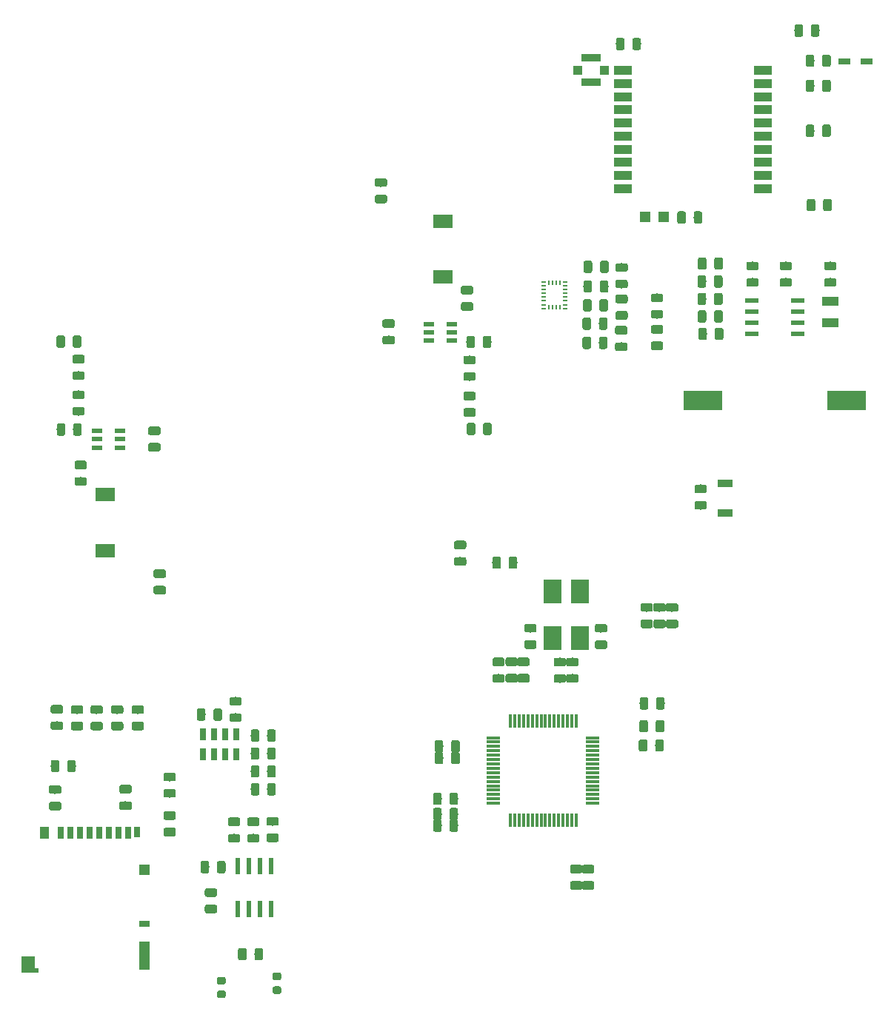
<source format=gbr>
G04 #@! TF.GenerationSoftware,KiCad,Pcbnew,5.0.2-bee76a0~70~ubuntu18.04.1*
G04 #@! TF.CreationDate,2019-04-16T21:06:36-07:00*
G04 #@! TF.ProjectId,habiv-board,68616269-762d-4626-9f61-72642e6b6963,rev?*
G04 #@! TF.SameCoordinates,Original*
G04 #@! TF.FileFunction,Paste,Top*
G04 #@! TF.FilePolarity,Positive*
%FSLAX46Y46*%
G04 Gerber Fmt 4.6, Leading zero omitted, Abs format (unit mm)*
G04 Created by KiCad (PCBNEW 5.0.2-bee76a0~70~ubuntu18.04.1) date Tue 16 Apr 2019 09:06:36 PM PDT*
%MOMM*%
%LPD*%
G01*
G04 APERTURE LIST*
%ADD10R,0.650000X1.360000*%
%ADD11C,0.100000*%
%ADD12C,0.975000*%
%ADD13R,2.000000X1.000000*%
%ADD14R,1.200000X1.200000*%
%ADD15R,1.350000X0.800000*%
%ADD16R,2.200000X0.850000*%
%ADD17R,1.050000X1.000000*%
%ADD18R,1.650000X0.610000*%
%ADD19R,1.905000X1.092200*%
%ADD20R,2.200000X1.500000*%
%ADD21R,1.270000X0.558800*%
%ADD22R,0.300000X1.500000*%
%ADD23R,1.500000X0.300000*%
%ADD24R,0.700000X1.400000*%
%ADD25R,1.500000X1.900000*%
%ADD26R,1.000000X1.400000*%
%ADD27R,1.200000X3.200000*%
%ADD28R,0.700000X1.200000*%
%ADD29R,0.500000X0.500000*%
%ADD30R,1.200000X0.800000*%
%ADD31C,0.200000*%
%ADD32R,1.700000X0.900000*%
%ADD33R,2.100000X2.700000*%
%ADD34R,0.530000X1.980000*%
%ADD35C,0.875000*%
%ADD36R,4.500000X2.300000*%
%ADD37R,0.280000X0.550000*%
%ADD38R,0.550000X0.280000*%
G04 APERTURE END LIST*
D10*
G04 #@! TO.C,U7*
X106824234Y-91959805D03*
X106824234Y-94309805D03*
X105574234Y-91959805D03*
X104324234Y-91959805D03*
X103074234Y-91959805D03*
X103074234Y-94309805D03*
X104324234Y-94309805D03*
X105574234Y-94309805D03*
G04 #@! TD*
D11*
G04 #@! TO.C,C10*
G36*
X104981876Y-89030979D02*
X105005537Y-89034489D01*
X105028741Y-89040301D01*
X105051263Y-89048359D01*
X105072887Y-89058587D01*
X105093404Y-89070884D01*
X105112617Y-89085134D01*
X105130341Y-89101198D01*
X105146405Y-89118922D01*
X105160655Y-89138135D01*
X105172952Y-89158652D01*
X105183180Y-89180276D01*
X105191238Y-89202798D01*
X105197050Y-89226002D01*
X105200560Y-89249663D01*
X105201734Y-89273555D01*
X105201734Y-90186055D01*
X105200560Y-90209947D01*
X105197050Y-90233608D01*
X105191238Y-90256812D01*
X105183180Y-90279334D01*
X105172952Y-90300958D01*
X105160655Y-90321475D01*
X105146405Y-90340688D01*
X105130341Y-90358412D01*
X105112617Y-90374476D01*
X105093404Y-90388726D01*
X105072887Y-90401023D01*
X105051263Y-90411251D01*
X105028741Y-90419309D01*
X105005537Y-90425121D01*
X104981876Y-90428631D01*
X104957984Y-90429805D01*
X104470484Y-90429805D01*
X104446592Y-90428631D01*
X104422931Y-90425121D01*
X104399727Y-90419309D01*
X104377205Y-90411251D01*
X104355581Y-90401023D01*
X104335064Y-90388726D01*
X104315851Y-90374476D01*
X104298127Y-90358412D01*
X104282063Y-90340688D01*
X104267813Y-90321475D01*
X104255516Y-90300958D01*
X104245288Y-90279334D01*
X104237230Y-90256812D01*
X104231418Y-90233608D01*
X104227908Y-90209947D01*
X104226734Y-90186055D01*
X104226734Y-89273555D01*
X104227908Y-89249663D01*
X104231418Y-89226002D01*
X104237230Y-89202798D01*
X104245288Y-89180276D01*
X104255516Y-89158652D01*
X104267813Y-89138135D01*
X104282063Y-89118922D01*
X104298127Y-89101198D01*
X104315851Y-89085134D01*
X104335064Y-89070884D01*
X104355581Y-89058587D01*
X104377205Y-89048359D01*
X104399727Y-89040301D01*
X104422931Y-89034489D01*
X104446592Y-89030979D01*
X104470484Y-89029805D01*
X104957984Y-89029805D01*
X104981876Y-89030979D01*
X104981876Y-89030979D01*
G37*
D12*
X104714234Y-89729805D03*
D11*
G36*
X103106876Y-89030979D02*
X103130537Y-89034489D01*
X103153741Y-89040301D01*
X103176263Y-89048359D01*
X103197887Y-89058587D01*
X103218404Y-89070884D01*
X103237617Y-89085134D01*
X103255341Y-89101198D01*
X103271405Y-89118922D01*
X103285655Y-89138135D01*
X103297952Y-89158652D01*
X103308180Y-89180276D01*
X103316238Y-89202798D01*
X103322050Y-89226002D01*
X103325560Y-89249663D01*
X103326734Y-89273555D01*
X103326734Y-90186055D01*
X103325560Y-90209947D01*
X103322050Y-90233608D01*
X103316238Y-90256812D01*
X103308180Y-90279334D01*
X103297952Y-90300958D01*
X103285655Y-90321475D01*
X103271405Y-90340688D01*
X103255341Y-90358412D01*
X103237617Y-90374476D01*
X103218404Y-90388726D01*
X103197887Y-90401023D01*
X103176263Y-90411251D01*
X103153741Y-90419309D01*
X103130537Y-90425121D01*
X103106876Y-90428631D01*
X103082984Y-90429805D01*
X102595484Y-90429805D01*
X102571592Y-90428631D01*
X102547931Y-90425121D01*
X102524727Y-90419309D01*
X102502205Y-90411251D01*
X102480581Y-90401023D01*
X102460064Y-90388726D01*
X102440851Y-90374476D01*
X102423127Y-90358412D01*
X102407063Y-90340688D01*
X102392813Y-90321475D01*
X102380516Y-90300958D01*
X102370288Y-90279334D01*
X102362230Y-90256812D01*
X102356418Y-90233608D01*
X102352908Y-90209947D01*
X102351734Y-90186055D01*
X102351734Y-89273555D01*
X102352908Y-89249663D01*
X102356418Y-89226002D01*
X102362230Y-89202798D01*
X102370288Y-89180276D01*
X102380516Y-89158652D01*
X102392813Y-89138135D01*
X102407063Y-89118922D01*
X102423127Y-89101198D01*
X102440851Y-89085134D01*
X102460064Y-89070884D01*
X102480581Y-89058587D01*
X102502205Y-89048359D01*
X102524727Y-89040301D01*
X102547931Y-89034489D01*
X102571592Y-89030979D01*
X102595484Y-89029805D01*
X103082984Y-89029805D01*
X103106876Y-89030979D01*
X103106876Y-89030979D01*
G37*
D12*
X102839234Y-89729805D03*
G04 #@! TD*
D11*
G04 #@! TO.C,R31*
G36*
X111131876Y-91430979D02*
X111155537Y-91434489D01*
X111178741Y-91440301D01*
X111201263Y-91448359D01*
X111222887Y-91458587D01*
X111243404Y-91470884D01*
X111262617Y-91485134D01*
X111280341Y-91501198D01*
X111296405Y-91518922D01*
X111310655Y-91538135D01*
X111322952Y-91558652D01*
X111333180Y-91580276D01*
X111341238Y-91602798D01*
X111347050Y-91626002D01*
X111350560Y-91649663D01*
X111351734Y-91673555D01*
X111351734Y-92586055D01*
X111350560Y-92609947D01*
X111347050Y-92633608D01*
X111341238Y-92656812D01*
X111333180Y-92679334D01*
X111322952Y-92700958D01*
X111310655Y-92721475D01*
X111296405Y-92740688D01*
X111280341Y-92758412D01*
X111262617Y-92774476D01*
X111243404Y-92788726D01*
X111222887Y-92801023D01*
X111201263Y-92811251D01*
X111178741Y-92819309D01*
X111155537Y-92825121D01*
X111131876Y-92828631D01*
X111107984Y-92829805D01*
X110620484Y-92829805D01*
X110596592Y-92828631D01*
X110572931Y-92825121D01*
X110549727Y-92819309D01*
X110527205Y-92811251D01*
X110505581Y-92801023D01*
X110485064Y-92788726D01*
X110465851Y-92774476D01*
X110448127Y-92758412D01*
X110432063Y-92740688D01*
X110417813Y-92721475D01*
X110405516Y-92700958D01*
X110395288Y-92679334D01*
X110387230Y-92656812D01*
X110381418Y-92633608D01*
X110377908Y-92609947D01*
X110376734Y-92586055D01*
X110376734Y-91673555D01*
X110377908Y-91649663D01*
X110381418Y-91626002D01*
X110387230Y-91602798D01*
X110395288Y-91580276D01*
X110405516Y-91558652D01*
X110417813Y-91538135D01*
X110432063Y-91518922D01*
X110448127Y-91501198D01*
X110465851Y-91485134D01*
X110485064Y-91470884D01*
X110505581Y-91458587D01*
X110527205Y-91448359D01*
X110549727Y-91440301D01*
X110572931Y-91434489D01*
X110596592Y-91430979D01*
X110620484Y-91429805D01*
X111107984Y-91429805D01*
X111131876Y-91430979D01*
X111131876Y-91430979D01*
G37*
D12*
X110864234Y-92129805D03*
D11*
G36*
X109256876Y-91430979D02*
X109280537Y-91434489D01*
X109303741Y-91440301D01*
X109326263Y-91448359D01*
X109347887Y-91458587D01*
X109368404Y-91470884D01*
X109387617Y-91485134D01*
X109405341Y-91501198D01*
X109421405Y-91518922D01*
X109435655Y-91538135D01*
X109447952Y-91558652D01*
X109458180Y-91580276D01*
X109466238Y-91602798D01*
X109472050Y-91626002D01*
X109475560Y-91649663D01*
X109476734Y-91673555D01*
X109476734Y-92586055D01*
X109475560Y-92609947D01*
X109472050Y-92633608D01*
X109466238Y-92656812D01*
X109458180Y-92679334D01*
X109447952Y-92700958D01*
X109435655Y-92721475D01*
X109421405Y-92740688D01*
X109405341Y-92758412D01*
X109387617Y-92774476D01*
X109368404Y-92788726D01*
X109347887Y-92801023D01*
X109326263Y-92811251D01*
X109303741Y-92819309D01*
X109280537Y-92825121D01*
X109256876Y-92828631D01*
X109232984Y-92829805D01*
X108745484Y-92829805D01*
X108721592Y-92828631D01*
X108697931Y-92825121D01*
X108674727Y-92819309D01*
X108652205Y-92811251D01*
X108630581Y-92801023D01*
X108610064Y-92788726D01*
X108590851Y-92774476D01*
X108573127Y-92758412D01*
X108557063Y-92740688D01*
X108542813Y-92721475D01*
X108530516Y-92700958D01*
X108520288Y-92679334D01*
X108512230Y-92656812D01*
X108506418Y-92633608D01*
X108502908Y-92609947D01*
X108501734Y-92586055D01*
X108501734Y-91673555D01*
X108502908Y-91649663D01*
X108506418Y-91626002D01*
X108512230Y-91602798D01*
X108520288Y-91580276D01*
X108530516Y-91558652D01*
X108542813Y-91538135D01*
X108557063Y-91518922D01*
X108573127Y-91501198D01*
X108590851Y-91485134D01*
X108610064Y-91470884D01*
X108630581Y-91458587D01*
X108652205Y-91448359D01*
X108674727Y-91440301D01*
X108697931Y-91434489D01*
X108721592Y-91430979D01*
X108745484Y-91429805D01*
X109232984Y-91429805D01*
X109256876Y-91430979D01*
X109256876Y-91430979D01*
G37*
D12*
X108989234Y-92129805D03*
G04 #@! TD*
D11*
G04 #@! TO.C,R34*
G36*
X109256876Y-93480979D02*
X109280537Y-93484489D01*
X109303741Y-93490301D01*
X109326263Y-93498359D01*
X109347887Y-93508587D01*
X109368404Y-93520884D01*
X109387617Y-93535134D01*
X109405341Y-93551198D01*
X109421405Y-93568922D01*
X109435655Y-93588135D01*
X109447952Y-93608652D01*
X109458180Y-93630276D01*
X109466238Y-93652798D01*
X109472050Y-93676002D01*
X109475560Y-93699663D01*
X109476734Y-93723555D01*
X109476734Y-94636055D01*
X109475560Y-94659947D01*
X109472050Y-94683608D01*
X109466238Y-94706812D01*
X109458180Y-94729334D01*
X109447952Y-94750958D01*
X109435655Y-94771475D01*
X109421405Y-94790688D01*
X109405341Y-94808412D01*
X109387617Y-94824476D01*
X109368404Y-94838726D01*
X109347887Y-94851023D01*
X109326263Y-94861251D01*
X109303741Y-94869309D01*
X109280537Y-94875121D01*
X109256876Y-94878631D01*
X109232984Y-94879805D01*
X108745484Y-94879805D01*
X108721592Y-94878631D01*
X108697931Y-94875121D01*
X108674727Y-94869309D01*
X108652205Y-94861251D01*
X108630581Y-94851023D01*
X108610064Y-94838726D01*
X108590851Y-94824476D01*
X108573127Y-94808412D01*
X108557063Y-94790688D01*
X108542813Y-94771475D01*
X108530516Y-94750958D01*
X108520288Y-94729334D01*
X108512230Y-94706812D01*
X108506418Y-94683608D01*
X108502908Y-94659947D01*
X108501734Y-94636055D01*
X108501734Y-93723555D01*
X108502908Y-93699663D01*
X108506418Y-93676002D01*
X108512230Y-93652798D01*
X108520288Y-93630276D01*
X108530516Y-93608652D01*
X108542813Y-93588135D01*
X108557063Y-93568922D01*
X108573127Y-93551198D01*
X108590851Y-93535134D01*
X108610064Y-93520884D01*
X108630581Y-93508587D01*
X108652205Y-93498359D01*
X108674727Y-93490301D01*
X108697931Y-93484489D01*
X108721592Y-93480979D01*
X108745484Y-93479805D01*
X109232984Y-93479805D01*
X109256876Y-93480979D01*
X109256876Y-93480979D01*
G37*
D12*
X108989234Y-94179805D03*
D11*
G36*
X111131876Y-93480979D02*
X111155537Y-93484489D01*
X111178741Y-93490301D01*
X111201263Y-93498359D01*
X111222887Y-93508587D01*
X111243404Y-93520884D01*
X111262617Y-93535134D01*
X111280341Y-93551198D01*
X111296405Y-93568922D01*
X111310655Y-93588135D01*
X111322952Y-93608652D01*
X111333180Y-93630276D01*
X111341238Y-93652798D01*
X111347050Y-93676002D01*
X111350560Y-93699663D01*
X111351734Y-93723555D01*
X111351734Y-94636055D01*
X111350560Y-94659947D01*
X111347050Y-94683608D01*
X111341238Y-94706812D01*
X111333180Y-94729334D01*
X111322952Y-94750958D01*
X111310655Y-94771475D01*
X111296405Y-94790688D01*
X111280341Y-94808412D01*
X111262617Y-94824476D01*
X111243404Y-94838726D01*
X111222887Y-94851023D01*
X111201263Y-94861251D01*
X111178741Y-94869309D01*
X111155537Y-94875121D01*
X111131876Y-94878631D01*
X111107984Y-94879805D01*
X110620484Y-94879805D01*
X110596592Y-94878631D01*
X110572931Y-94875121D01*
X110549727Y-94869309D01*
X110527205Y-94861251D01*
X110505581Y-94851023D01*
X110485064Y-94838726D01*
X110465851Y-94824476D01*
X110448127Y-94808412D01*
X110432063Y-94790688D01*
X110417813Y-94771475D01*
X110405516Y-94750958D01*
X110395288Y-94729334D01*
X110387230Y-94706812D01*
X110381418Y-94683608D01*
X110377908Y-94659947D01*
X110376734Y-94636055D01*
X110376734Y-93723555D01*
X110377908Y-93699663D01*
X110381418Y-93676002D01*
X110387230Y-93652798D01*
X110395288Y-93630276D01*
X110405516Y-93608652D01*
X110417813Y-93588135D01*
X110432063Y-93568922D01*
X110448127Y-93551198D01*
X110465851Y-93535134D01*
X110485064Y-93520884D01*
X110505581Y-93508587D01*
X110527205Y-93498359D01*
X110549727Y-93490301D01*
X110572931Y-93484489D01*
X110596592Y-93480979D01*
X110620484Y-93479805D01*
X111107984Y-93479805D01*
X111131876Y-93480979D01*
X111131876Y-93480979D01*
G37*
D12*
X110864234Y-94179805D03*
G04 #@! TD*
D11*
G04 #@! TO.C,R35*
G36*
X111131876Y-95530979D02*
X111155537Y-95534489D01*
X111178741Y-95540301D01*
X111201263Y-95548359D01*
X111222887Y-95558587D01*
X111243404Y-95570884D01*
X111262617Y-95585134D01*
X111280341Y-95601198D01*
X111296405Y-95618922D01*
X111310655Y-95638135D01*
X111322952Y-95658652D01*
X111333180Y-95680276D01*
X111341238Y-95702798D01*
X111347050Y-95726002D01*
X111350560Y-95749663D01*
X111351734Y-95773555D01*
X111351734Y-96686055D01*
X111350560Y-96709947D01*
X111347050Y-96733608D01*
X111341238Y-96756812D01*
X111333180Y-96779334D01*
X111322952Y-96800958D01*
X111310655Y-96821475D01*
X111296405Y-96840688D01*
X111280341Y-96858412D01*
X111262617Y-96874476D01*
X111243404Y-96888726D01*
X111222887Y-96901023D01*
X111201263Y-96911251D01*
X111178741Y-96919309D01*
X111155537Y-96925121D01*
X111131876Y-96928631D01*
X111107984Y-96929805D01*
X110620484Y-96929805D01*
X110596592Y-96928631D01*
X110572931Y-96925121D01*
X110549727Y-96919309D01*
X110527205Y-96911251D01*
X110505581Y-96901023D01*
X110485064Y-96888726D01*
X110465851Y-96874476D01*
X110448127Y-96858412D01*
X110432063Y-96840688D01*
X110417813Y-96821475D01*
X110405516Y-96800958D01*
X110395288Y-96779334D01*
X110387230Y-96756812D01*
X110381418Y-96733608D01*
X110377908Y-96709947D01*
X110376734Y-96686055D01*
X110376734Y-95773555D01*
X110377908Y-95749663D01*
X110381418Y-95726002D01*
X110387230Y-95702798D01*
X110395288Y-95680276D01*
X110405516Y-95658652D01*
X110417813Y-95638135D01*
X110432063Y-95618922D01*
X110448127Y-95601198D01*
X110465851Y-95585134D01*
X110485064Y-95570884D01*
X110505581Y-95558587D01*
X110527205Y-95548359D01*
X110549727Y-95540301D01*
X110572931Y-95534489D01*
X110596592Y-95530979D01*
X110620484Y-95529805D01*
X111107984Y-95529805D01*
X111131876Y-95530979D01*
X111131876Y-95530979D01*
G37*
D12*
X110864234Y-96229805D03*
D11*
G36*
X109256876Y-95530979D02*
X109280537Y-95534489D01*
X109303741Y-95540301D01*
X109326263Y-95548359D01*
X109347887Y-95558587D01*
X109368404Y-95570884D01*
X109387617Y-95585134D01*
X109405341Y-95601198D01*
X109421405Y-95618922D01*
X109435655Y-95638135D01*
X109447952Y-95658652D01*
X109458180Y-95680276D01*
X109466238Y-95702798D01*
X109472050Y-95726002D01*
X109475560Y-95749663D01*
X109476734Y-95773555D01*
X109476734Y-96686055D01*
X109475560Y-96709947D01*
X109472050Y-96733608D01*
X109466238Y-96756812D01*
X109458180Y-96779334D01*
X109447952Y-96800958D01*
X109435655Y-96821475D01*
X109421405Y-96840688D01*
X109405341Y-96858412D01*
X109387617Y-96874476D01*
X109368404Y-96888726D01*
X109347887Y-96901023D01*
X109326263Y-96911251D01*
X109303741Y-96919309D01*
X109280537Y-96925121D01*
X109256876Y-96928631D01*
X109232984Y-96929805D01*
X108745484Y-96929805D01*
X108721592Y-96928631D01*
X108697931Y-96925121D01*
X108674727Y-96919309D01*
X108652205Y-96911251D01*
X108630581Y-96901023D01*
X108610064Y-96888726D01*
X108590851Y-96874476D01*
X108573127Y-96858412D01*
X108557063Y-96840688D01*
X108542813Y-96821475D01*
X108530516Y-96800958D01*
X108520288Y-96779334D01*
X108512230Y-96756812D01*
X108506418Y-96733608D01*
X108502908Y-96709947D01*
X108501734Y-96686055D01*
X108501734Y-95773555D01*
X108502908Y-95749663D01*
X108506418Y-95726002D01*
X108512230Y-95702798D01*
X108520288Y-95680276D01*
X108530516Y-95658652D01*
X108542813Y-95638135D01*
X108557063Y-95618922D01*
X108573127Y-95601198D01*
X108590851Y-95585134D01*
X108610064Y-95570884D01*
X108630581Y-95558587D01*
X108652205Y-95548359D01*
X108674727Y-95540301D01*
X108697931Y-95534489D01*
X108721592Y-95530979D01*
X108745484Y-95529805D01*
X109232984Y-95529805D01*
X109256876Y-95530979D01*
X109256876Y-95530979D01*
G37*
D12*
X108989234Y-96229805D03*
G04 #@! TD*
D11*
G04 #@! TO.C,R36*
G36*
X111131876Y-97580979D02*
X111155537Y-97584489D01*
X111178741Y-97590301D01*
X111201263Y-97598359D01*
X111222887Y-97608587D01*
X111243404Y-97620884D01*
X111262617Y-97635134D01*
X111280341Y-97651198D01*
X111296405Y-97668922D01*
X111310655Y-97688135D01*
X111322952Y-97708652D01*
X111333180Y-97730276D01*
X111341238Y-97752798D01*
X111347050Y-97776002D01*
X111350560Y-97799663D01*
X111351734Y-97823555D01*
X111351734Y-98736055D01*
X111350560Y-98759947D01*
X111347050Y-98783608D01*
X111341238Y-98806812D01*
X111333180Y-98829334D01*
X111322952Y-98850958D01*
X111310655Y-98871475D01*
X111296405Y-98890688D01*
X111280341Y-98908412D01*
X111262617Y-98924476D01*
X111243404Y-98938726D01*
X111222887Y-98951023D01*
X111201263Y-98961251D01*
X111178741Y-98969309D01*
X111155537Y-98975121D01*
X111131876Y-98978631D01*
X111107984Y-98979805D01*
X110620484Y-98979805D01*
X110596592Y-98978631D01*
X110572931Y-98975121D01*
X110549727Y-98969309D01*
X110527205Y-98961251D01*
X110505581Y-98951023D01*
X110485064Y-98938726D01*
X110465851Y-98924476D01*
X110448127Y-98908412D01*
X110432063Y-98890688D01*
X110417813Y-98871475D01*
X110405516Y-98850958D01*
X110395288Y-98829334D01*
X110387230Y-98806812D01*
X110381418Y-98783608D01*
X110377908Y-98759947D01*
X110376734Y-98736055D01*
X110376734Y-97823555D01*
X110377908Y-97799663D01*
X110381418Y-97776002D01*
X110387230Y-97752798D01*
X110395288Y-97730276D01*
X110405516Y-97708652D01*
X110417813Y-97688135D01*
X110432063Y-97668922D01*
X110448127Y-97651198D01*
X110465851Y-97635134D01*
X110485064Y-97620884D01*
X110505581Y-97608587D01*
X110527205Y-97598359D01*
X110549727Y-97590301D01*
X110572931Y-97584489D01*
X110596592Y-97580979D01*
X110620484Y-97579805D01*
X111107984Y-97579805D01*
X111131876Y-97580979D01*
X111131876Y-97580979D01*
G37*
D12*
X110864234Y-98279805D03*
D11*
G36*
X109256876Y-97580979D02*
X109280537Y-97584489D01*
X109303741Y-97590301D01*
X109326263Y-97598359D01*
X109347887Y-97608587D01*
X109368404Y-97620884D01*
X109387617Y-97635134D01*
X109405341Y-97651198D01*
X109421405Y-97668922D01*
X109435655Y-97688135D01*
X109447952Y-97708652D01*
X109458180Y-97730276D01*
X109466238Y-97752798D01*
X109472050Y-97776002D01*
X109475560Y-97799663D01*
X109476734Y-97823555D01*
X109476734Y-98736055D01*
X109475560Y-98759947D01*
X109472050Y-98783608D01*
X109466238Y-98806812D01*
X109458180Y-98829334D01*
X109447952Y-98850958D01*
X109435655Y-98871475D01*
X109421405Y-98890688D01*
X109405341Y-98908412D01*
X109387617Y-98924476D01*
X109368404Y-98938726D01*
X109347887Y-98951023D01*
X109326263Y-98961251D01*
X109303741Y-98969309D01*
X109280537Y-98975121D01*
X109256876Y-98978631D01*
X109232984Y-98979805D01*
X108745484Y-98979805D01*
X108721592Y-98978631D01*
X108697931Y-98975121D01*
X108674727Y-98969309D01*
X108652205Y-98961251D01*
X108630581Y-98951023D01*
X108610064Y-98938726D01*
X108590851Y-98924476D01*
X108573127Y-98908412D01*
X108557063Y-98890688D01*
X108542813Y-98871475D01*
X108530516Y-98850958D01*
X108520288Y-98829334D01*
X108512230Y-98806812D01*
X108506418Y-98783608D01*
X108502908Y-98759947D01*
X108501734Y-98736055D01*
X108501734Y-97823555D01*
X108502908Y-97799663D01*
X108506418Y-97776002D01*
X108512230Y-97752798D01*
X108520288Y-97730276D01*
X108530516Y-97708652D01*
X108542813Y-97688135D01*
X108557063Y-97668922D01*
X108573127Y-97651198D01*
X108590851Y-97635134D01*
X108610064Y-97620884D01*
X108630581Y-97608587D01*
X108652205Y-97598359D01*
X108674727Y-97590301D01*
X108697931Y-97584489D01*
X108721592Y-97580979D01*
X108745484Y-97579805D01*
X109232984Y-97579805D01*
X109256876Y-97580979D01*
X109256876Y-97580979D01*
G37*
D12*
X108989234Y-98279805D03*
G04 #@! TD*
D11*
G04 #@! TO.C,R44*
G36*
X107244376Y-87718479D02*
X107268037Y-87721989D01*
X107291241Y-87727801D01*
X107313763Y-87735859D01*
X107335387Y-87746087D01*
X107355904Y-87758384D01*
X107375117Y-87772634D01*
X107392841Y-87788698D01*
X107408905Y-87806422D01*
X107423155Y-87825635D01*
X107435452Y-87846152D01*
X107445680Y-87867776D01*
X107453738Y-87890298D01*
X107459550Y-87913502D01*
X107463060Y-87937163D01*
X107464234Y-87961055D01*
X107464234Y-88448555D01*
X107463060Y-88472447D01*
X107459550Y-88496108D01*
X107453738Y-88519312D01*
X107445680Y-88541834D01*
X107435452Y-88563458D01*
X107423155Y-88583975D01*
X107408905Y-88603188D01*
X107392841Y-88620912D01*
X107375117Y-88636976D01*
X107355904Y-88651226D01*
X107335387Y-88663523D01*
X107313763Y-88673751D01*
X107291241Y-88681809D01*
X107268037Y-88687621D01*
X107244376Y-88691131D01*
X107220484Y-88692305D01*
X106307984Y-88692305D01*
X106284092Y-88691131D01*
X106260431Y-88687621D01*
X106237227Y-88681809D01*
X106214705Y-88673751D01*
X106193081Y-88663523D01*
X106172564Y-88651226D01*
X106153351Y-88636976D01*
X106135627Y-88620912D01*
X106119563Y-88603188D01*
X106105313Y-88583975D01*
X106093016Y-88563458D01*
X106082788Y-88541834D01*
X106074730Y-88519312D01*
X106068918Y-88496108D01*
X106065408Y-88472447D01*
X106064234Y-88448555D01*
X106064234Y-87961055D01*
X106065408Y-87937163D01*
X106068918Y-87913502D01*
X106074730Y-87890298D01*
X106082788Y-87867776D01*
X106093016Y-87846152D01*
X106105313Y-87825635D01*
X106119563Y-87806422D01*
X106135627Y-87788698D01*
X106153351Y-87772634D01*
X106172564Y-87758384D01*
X106193081Y-87746087D01*
X106214705Y-87735859D01*
X106237227Y-87727801D01*
X106260431Y-87721989D01*
X106284092Y-87718479D01*
X106307984Y-87717305D01*
X107220484Y-87717305D01*
X107244376Y-87718479D01*
X107244376Y-87718479D01*
G37*
D12*
X106764234Y-88204805D03*
D11*
G36*
X107244376Y-89593479D02*
X107268037Y-89596989D01*
X107291241Y-89602801D01*
X107313763Y-89610859D01*
X107335387Y-89621087D01*
X107355904Y-89633384D01*
X107375117Y-89647634D01*
X107392841Y-89663698D01*
X107408905Y-89681422D01*
X107423155Y-89700635D01*
X107435452Y-89721152D01*
X107445680Y-89742776D01*
X107453738Y-89765298D01*
X107459550Y-89788502D01*
X107463060Y-89812163D01*
X107464234Y-89836055D01*
X107464234Y-90323555D01*
X107463060Y-90347447D01*
X107459550Y-90371108D01*
X107453738Y-90394312D01*
X107445680Y-90416834D01*
X107435452Y-90438458D01*
X107423155Y-90458975D01*
X107408905Y-90478188D01*
X107392841Y-90495912D01*
X107375117Y-90511976D01*
X107355904Y-90526226D01*
X107335387Y-90538523D01*
X107313763Y-90548751D01*
X107291241Y-90556809D01*
X107268037Y-90562621D01*
X107244376Y-90566131D01*
X107220484Y-90567305D01*
X106307984Y-90567305D01*
X106284092Y-90566131D01*
X106260431Y-90562621D01*
X106237227Y-90556809D01*
X106214705Y-90548751D01*
X106193081Y-90538523D01*
X106172564Y-90526226D01*
X106153351Y-90511976D01*
X106135627Y-90495912D01*
X106119563Y-90478188D01*
X106105313Y-90458975D01*
X106093016Y-90438458D01*
X106082788Y-90416834D01*
X106074730Y-90394312D01*
X106068918Y-90371108D01*
X106065408Y-90347447D01*
X106064234Y-90323555D01*
X106064234Y-89836055D01*
X106065408Y-89812163D01*
X106068918Y-89788502D01*
X106074730Y-89765298D01*
X106082788Y-89742776D01*
X106093016Y-89721152D01*
X106105313Y-89700635D01*
X106119563Y-89681422D01*
X106135627Y-89663698D01*
X106153351Y-89647634D01*
X106172564Y-89633384D01*
X106193081Y-89621087D01*
X106214705Y-89610859D01*
X106237227Y-89602801D01*
X106260431Y-89596989D01*
X106284092Y-89593479D01*
X106307984Y-89592305D01*
X107220484Y-89592305D01*
X107244376Y-89593479D01*
X107244376Y-89593479D01*
G37*
D12*
X106764234Y-90079805D03*
G04 #@! TD*
D13*
G04 #@! TO.C,GPS*
X151062600Y-29558900D03*
X151062600Y-28058900D03*
X151062600Y-26558900D03*
X151062600Y-25058900D03*
X151062600Y-23558900D03*
X151062600Y-22058900D03*
X151062600Y-20558900D03*
X151062600Y-19058900D03*
X151062600Y-17558900D03*
X151062600Y-16058900D03*
X167062600Y-16058900D03*
X167062600Y-17558900D03*
X167062600Y-19058900D03*
X167062600Y-20558900D03*
X167062600Y-22058900D03*
X167062600Y-23558900D03*
X167062600Y-25058900D03*
X167062600Y-26558900D03*
X167062600Y-28058900D03*
X167062600Y-29558900D03*
G04 #@! TD*
D14*
G04 #@! TO.C,LED1*
X153567600Y-32817900D03*
X155667600Y-32817900D03*
G04 #@! TD*
D15*
G04 #@! TO.C,D1*
X176370000Y-15002000D03*
X178910000Y-15002000D03*
G04 #@! TD*
D11*
G04 #@! TO.C,C7*
G36*
X152877742Y-12331074D02*
X152901403Y-12334584D01*
X152924607Y-12340396D01*
X152947129Y-12348454D01*
X152968753Y-12358682D01*
X152989270Y-12370979D01*
X153008483Y-12385229D01*
X153026207Y-12401293D01*
X153042271Y-12419017D01*
X153056521Y-12438230D01*
X153068818Y-12458747D01*
X153079046Y-12480371D01*
X153087104Y-12502893D01*
X153092916Y-12526097D01*
X153096426Y-12549758D01*
X153097600Y-12573650D01*
X153097600Y-13486150D01*
X153096426Y-13510042D01*
X153092916Y-13533703D01*
X153087104Y-13556907D01*
X153079046Y-13579429D01*
X153068818Y-13601053D01*
X153056521Y-13621570D01*
X153042271Y-13640783D01*
X153026207Y-13658507D01*
X153008483Y-13674571D01*
X152989270Y-13688821D01*
X152968753Y-13701118D01*
X152947129Y-13711346D01*
X152924607Y-13719404D01*
X152901403Y-13725216D01*
X152877742Y-13728726D01*
X152853850Y-13729900D01*
X152366350Y-13729900D01*
X152342458Y-13728726D01*
X152318797Y-13725216D01*
X152295593Y-13719404D01*
X152273071Y-13711346D01*
X152251447Y-13701118D01*
X152230930Y-13688821D01*
X152211717Y-13674571D01*
X152193993Y-13658507D01*
X152177929Y-13640783D01*
X152163679Y-13621570D01*
X152151382Y-13601053D01*
X152141154Y-13579429D01*
X152133096Y-13556907D01*
X152127284Y-13533703D01*
X152123774Y-13510042D01*
X152122600Y-13486150D01*
X152122600Y-12573650D01*
X152123774Y-12549758D01*
X152127284Y-12526097D01*
X152133096Y-12502893D01*
X152141154Y-12480371D01*
X152151382Y-12458747D01*
X152163679Y-12438230D01*
X152177929Y-12419017D01*
X152193993Y-12401293D01*
X152211717Y-12385229D01*
X152230930Y-12370979D01*
X152251447Y-12358682D01*
X152273071Y-12348454D01*
X152295593Y-12340396D01*
X152318797Y-12334584D01*
X152342458Y-12331074D01*
X152366350Y-12329900D01*
X152853850Y-12329900D01*
X152877742Y-12331074D01*
X152877742Y-12331074D01*
G37*
D12*
X152610100Y-13029900D03*
D11*
G36*
X151002742Y-12331074D02*
X151026403Y-12334584D01*
X151049607Y-12340396D01*
X151072129Y-12348454D01*
X151093753Y-12358682D01*
X151114270Y-12370979D01*
X151133483Y-12385229D01*
X151151207Y-12401293D01*
X151167271Y-12419017D01*
X151181521Y-12438230D01*
X151193818Y-12458747D01*
X151204046Y-12480371D01*
X151212104Y-12502893D01*
X151217916Y-12526097D01*
X151221426Y-12549758D01*
X151222600Y-12573650D01*
X151222600Y-13486150D01*
X151221426Y-13510042D01*
X151217916Y-13533703D01*
X151212104Y-13556907D01*
X151204046Y-13579429D01*
X151193818Y-13601053D01*
X151181521Y-13621570D01*
X151167271Y-13640783D01*
X151151207Y-13658507D01*
X151133483Y-13674571D01*
X151114270Y-13688821D01*
X151093753Y-13701118D01*
X151072129Y-13711346D01*
X151049607Y-13719404D01*
X151026403Y-13725216D01*
X151002742Y-13728726D01*
X150978850Y-13729900D01*
X150491350Y-13729900D01*
X150467458Y-13728726D01*
X150443797Y-13725216D01*
X150420593Y-13719404D01*
X150398071Y-13711346D01*
X150376447Y-13701118D01*
X150355930Y-13688821D01*
X150336717Y-13674571D01*
X150318993Y-13658507D01*
X150302929Y-13640783D01*
X150288679Y-13621570D01*
X150276382Y-13601053D01*
X150266154Y-13579429D01*
X150258096Y-13556907D01*
X150252284Y-13533703D01*
X150248774Y-13510042D01*
X150247600Y-13486150D01*
X150247600Y-12573650D01*
X150248774Y-12549758D01*
X150252284Y-12526097D01*
X150258096Y-12502893D01*
X150266154Y-12480371D01*
X150276382Y-12458747D01*
X150288679Y-12438230D01*
X150302929Y-12419017D01*
X150318993Y-12401293D01*
X150336717Y-12385229D01*
X150355930Y-12370979D01*
X150376447Y-12358682D01*
X150398071Y-12348454D01*
X150420593Y-12340396D01*
X150443797Y-12334584D01*
X150467458Y-12331074D01*
X150491350Y-12329900D01*
X150978850Y-12329900D01*
X151002742Y-12331074D01*
X151002742Y-12331074D01*
G37*
D12*
X150735100Y-13029900D03*
G04 #@! TD*
D11*
G04 #@! TO.C,R23*
G36*
X159886742Y-32167074D02*
X159910403Y-32170584D01*
X159933607Y-32176396D01*
X159956129Y-32184454D01*
X159977753Y-32194682D01*
X159998270Y-32206979D01*
X160017483Y-32221229D01*
X160035207Y-32237293D01*
X160051271Y-32255017D01*
X160065521Y-32274230D01*
X160077818Y-32294747D01*
X160088046Y-32316371D01*
X160096104Y-32338893D01*
X160101916Y-32362097D01*
X160105426Y-32385758D01*
X160106600Y-32409650D01*
X160106600Y-33322150D01*
X160105426Y-33346042D01*
X160101916Y-33369703D01*
X160096104Y-33392907D01*
X160088046Y-33415429D01*
X160077818Y-33437053D01*
X160065521Y-33457570D01*
X160051271Y-33476783D01*
X160035207Y-33494507D01*
X160017483Y-33510571D01*
X159998270Y-33524821D01*
X159977753Y-33537118D01*
X159956129Y-33547346D01*
X159933607Y-33555404D01*
X159910403Y-33561216D01*
X159886742Y-33564726D01*
X159862850Y-33565900D01*
X159375350Y-33565900D01*
X159351458Y-33564726D01*
X159327797Y-33561216D01*
X159304593Y-33555404D01*
X159282071Y-33547346D01*
X159260447Y-33537118D01*
X159239930Y-33524821D01*
X159220717Y-33510571D01*
X159202993Y-33494507D01*
X159186929Y-33476783D01*
X159172679Y-33457570D01*
X159160382Y-33437053D01*
X159150154Y-33415429D01*
X159142096Y-33392907D01*
X159136284Y-33369703D01*
X159132774Y-33346042D01*
X159131600Y-33322150D01*
X159131600Y-32409650D01*
X159132774Y-32385758D01*
X159136284Y-32362097D01*
X159142096Y-32338893D01*
X159150154Y-32316371D01*
X159160382Y-32294747D01*
X159172679Y-32274230D01*
X159186929Y-32255017D01*
X159202993Y-32237293D01*
X159220717Y-32221229D01*
X159239930Y-32206979D01*
X159260447Y-32194682D01*
X159282071Y-32184454D01*
X159304593Y-32176396D01*
X159327797Y-32170584D01*
X159351458Y-32167074D01*
X159375350Y-32165900D01*
X159862850Y-32165900D01*
X159886742Y-32167074D01*
X159886742Y-32167074D01*
G37*
D12*
X159619100Y-32865900D03*
D11*
G36*
X158011742Y-32167074D02*
X158035403Y-32170584D01*
X158058607Y-32176396D01*
X158081129Y-32184454D01*
X158102753Y-32194682D01*
X158123270Y-32206979D01*
X158142483Y-32221229D01*
X158160207Y-32237293D01*
X158176271Y-32255017D01*
X158190521Y-32274230D01*
X158202818Y-32294747D01*
X158213046Y-32316371D01*
X158221104Y-32338893D01*
X158226916Y-32362097D01*
X158230426Y-32385758D01*
X158231600Y-32409650D01*
X158231600Y-33322150D01*
X158230426Y-33346042D01*
X158226916Y-33369703D01*
X158221104Y-33392907D01*
X158213046Y-33415429D01*
X158202818Y-33437053D01*
X158190521Y-33457570D01*
X158176271Y-33476783D01*
X158160207Y-33494507D01*
X158142483Y-33510571D01*
X158123270Y-33524821D01*
X158102753Y-33537118D01*
X158081129Y-33547346D01*
X158058607Y-33555404D01*
X158035403Y-33561216D01*
X158011742Y-33564726D01*
X157987850Y-33565900D01*
X157500350Y-33565900D01*
X157476458Y-33564726D01*
X157452797Y-33561216D01*
X157429593Y-33555404D01*
X157407071Y-33547346D01*
X157385447Y-33537118D01*
X157364930Y-33524821D01*
X157345717Y-33510571D01*
X157327993Y-33494507D01*
X157311929Y-33476783D01*
X157297679Y-33457570D01*
X157285382Y-33437053D01*
X157275154Y-33415429D01*
X157267096Y-33392907D01*
X157261284Y-33369703D01*
X157257774Y-33346042D01*
X157256600Y-33322150D01*
X157256600Y-32409650D01*
X157257774Y-32385758D01*
X157261284Y-32362097D01*
X157267096Y-32338893D01*
X157275154Y-32316371D01*
X157285382Y-32294747D01*
X157297679Y-32274230D01*
X157311929Y-32255017D01*
X157327993Y-32237293D01*
X157345717Y-32221229D01*
X157364930Y-32206979D01*
X157385447Y-32194682D01*
X157407071Y-32184454D01*
X157429593Y-32176396D01*
X157452797Y-32170584D01*
X157476458Y-32167074D01*
X157500350Y-32165900D01*
X157987850Y-32165900D01*
X158011742Y-32167074D01*
X158011742Y-32167074D01*
G37*
D12*
X157744100Y-32865900D03*
G04 #@! TD*
D11*
G04 #@! TO.C,R24*
G36*
X173282642Y-10803174D02*
X173306303Y-10806684D01*
X173329507Y-10812496D01*
X173352029Y-10820554D01*
X173373653Y-10830782D01*
X173394170Y-10843079D01*
X173413383Y-10857329D01*
X173431107Y-10873393D01*
X173447171Y-10891117D01*
X173461421Y-10910330D01*
X173473718Y-10930847D01*
X173483946Y-10952471D01*
X173492004Y-10974993D01*
X173497816Y-10998197D01*
X173501326Y-11021858D01*
X173502500Y-11045750D01*
X173502500Y-11958250D01*
X173501326Y-11982142D01*
X173497816Y-12005803D01*
X173492004Y-12029007D01*
X173483946Y-12051529D01*
X173473718Y-12073153D01*
X173461421Y-12093670D01*
X173447171Y-12112883D01*
X173431107Y-12130607D01*
X173413383Y-12146671D01*
X173394170Y-12160921D01*
X173373653Y-12173218D01*
X173352029Y-12183446D01*
X173329507Y-12191504D01*
X173306303Y-12197316D01*
X173282642Y-12200826D01*
X173258750Y-12202000D01*
X172771250Y-12202000D01*
X172747358Y-12200826D01*
X172723697Y-12197316D01*
X172700493Y-12191504D01*
X172677971Y-12183446D01*
X172656347Y-12173218D01*
X172635830Y-12160921D01*
X172616617Y-12146671D01*
X172598893Y-12130607D01*
X172582829Y-12112883D01*
X172568579Y-12093670D01*
X172556282Y-12073153D01*
X172546054Y-12051529D01*
X172537996Y-12029007D01*
X172532184Y-12005803D01*
X172528674Y-11982142D01*
X172527500Y-11958250D01*
X172527500Y-11045750D01*
X172528674Y-11021858D01*
X172532184Y-10998197D01*
X172537996Y-10974993D01*
X172546054Y-10952471D01*
X172556282Y-10930847D01*
X172568579Y-10910330D01*
X172582829Y-10891117D01*
X172598893Y-10873393D01*
X172616617Y-10857329D01*
X172635830Y-10843079D01*
X172656347Y-10830782D01*
X172677971Y-10820554D01*
X172700493Y-10812496D01*
X172723697Y-10806684D01*
X172747358Y-10803174D01*
X172771250Y-10802000D01*
X173258750Y-10802000D01*
X173282642Y-10803174D01*
X173282642Y-10803174D01*
G37*
D12*
X173015000Y-11502000D03*
D11*
G36*
X171407642Y-10803174D02*
X171431303Y-10806684D01*
X171454507Y-10812496D01*
X171477029Y-10820554D01*
X171498653Y-10830782D01*
X171519170Y-10843079D01*
X171538383Y-10857329D01*
X171556107Y-10873393D01*
X171572171Y-10891117D01*
X171586421Y-10910330D01*
X171598718Y-10930847D01*
X171608946Y-10952471D01*
X171617004Y-10974993D01*
X171622816Y-10998197D01*
X171626326Y-11021858D01*
X171627500Y-11045750D01*
X171627500Y-11958250D01*
X171626326Y-11982142D01*
X171622816Y-12005803D01*
X171617004Y-12029007D01*
X171608946Y-12051529D01*
X171598718Y-12073153D01*
X171586421Y-12093670D01*
X171572171Y-12112883D01*
X171556107Y-12130607D01*
X171538383Y-12146671D01*
X171519170Y-12160921D01*
X171498653Y-12173218D01*
X171477029Y-12183446D01*
X171454507Y-12191504D01*
X171431303Y-12197316D01*
X171407642Y-12200826D01*
X171383750Y-12202000D01*
X170896250Y-12202000D01*
X170872358Y-12200826D01*
X170848697Y-12197316D01*
X170825493Y-12191504D01*
X170802971Y-12183446D01*
X170781347Y-12173218D01*
X170760830Y-12160921D01*
X170741617Y-12146671D01*
X170723893Y-12130607D01*
X170707829Y-12112883D01*
X170693579Y-12093670D01*
X170681282Y-12073153D01*
X170671054Y-12051529D01*
X170662996Y-12029007D01*
X170657184Y-12005803D01*
X170653674Y-11982142D01*
X170652500Y-11958250D01*
X170652500Y-11045750D01*
X170653674Y-11021858D01*
X170657184Y-10998197D01*
X170662996Y-10974993D01*
X170671054Y-10952471D01*
X170681282Y-10930847D01*
X170693579Y-10910330D01*
X170707829Y-10891117D01*
X170723893Y-10873393D01*
X170741617Y-10857329D01*
X170760830Y-10843079D01*
X170781347Y-10830782D01*
X170802971Y-10820554D01*
X170825493Y-10812496D01*
X170848697Y-10806684D01*
X170872358Y-10803174D01*
X170896250Y-10802000D01*
X171383750Y-10802000D01*
X171407642Y-10803174D01*
X171407642Y-10803174D01*
G37*
D12*
X171140000Y-11502000D03*
G04 #@! TD*
D11*
G04 #@! TO.C,R25*
G36*
X172820142Y-30753174D02*
X172843803Y-30756684D01*
X172867007Y-30762496D01*
X172889529Y-30770554D01*
X172911153Y-30780782D01*
X172931670Y-30793079D01*
X172950883Y-30807329D01*
X172968607Y-30823393D01*
X172984671Y-30841117D01*
X172998921Y-30860330D01*
X173011218Y-30880847D01*
X173021446Y-30902471D01*
X173029504Y-30924993D01*
X173035316Y-30948197D01*
X173038826Y-30971858D01*
X173040000Y-30995750D01*
X173040000Y-31908250D01*
X173038826Y-31932142D01*
X173035316Y-31955803D01*
X173029504Y-31979007D01*
X173021446Y-32001529D01*
X173011218Y-32023153D01*
X172998921Y-32043670D01*
X172984671Y-32062883D01*
X172968607Y-32080607D01*
X172950883Y-32096671D01*
X172931670Y-32110921D01*
X172911153Y-32123218D01*
X172889529Y-32133446D01*
X172867007Y-32141504D01*
X172843803Y-32147316D01*
X172820142Y-32150826D01*
X172796250Y-32152000D01*
X172308750Y-32152000D01*
X172284858Y-32150826D01*
X172261197Y-32147316D01*
X172237993Y-32141504D01*
X172215471Y-32133446D01*
X172193847Y-32123218D01*
X172173330Y-32110921D01*
X172154117Y-32096671D01*
X172136393Y-32080607D01*
X172120329Y-32062883D01*
X172106079Y-32043670D01*
X172093782Y-32023153D01*
X172083554Y-32001529D01*
X172075496Y-31979007D01*
X172069684Y-31955803D01*
X172066174Y-31932142D01*
X172065000Y-31908250D01*
X172065000Y-30995750D01*
X172066174Y-30971858D01*
X172069684Y-30948197D01*
X172075496Y-30924993D01*
X172083554Y-30902471D01*
X172093782Y-30880847D01*
X172106079Y-30860330D01*
X172120329Y-30841117D01*
X172136393Y-30823393D01*
X172154117Y-30807329D01*
X172173330Y-30793079D01*
X172193847Y-30780782D01*
X172215471Y-30770554D01*
X172237993Y-30762496D01*
X172261197Y-30756684D01*
X172284858Y-30753174D01*
X172308750Y-30752000D01*
X172796250Y-30752000D01*
X172820142Y-30753174D01*
X172820142Y-30753174D01*
G37*
D12*
X172552500Y-31452000D03*
D11*
G36*
X174695142Y-30753174D02*
X174718803Y-30756684D01*
X174742007Y-30762496D01*
X174764529Y-30770554D01*
X174786153Y-30780782D01*
X174806670Y-30793079D01*
X174825883Y-30807329D01*
X174843607Y-30823393D01*
X174859671Y-30841117D01*
X174873921Y-30860330D01*
X174886218Y-30880847D01*
X174896446Y-30902471D01*
X174904504Y-30924993D01*
X174910316Y-30948197D01*
X174913826Y-30971858D01*
X174915000Y-30995750D01*
X174915000Y-31908250D01*
X174913826Y-31932142D01*
X174910316Y-31955803D01*
X174904504Y-31979007D01*
X174896446Y-32001529D01*
X174886218Y-32023153D01*
X174873921Y-32043670D01*
X174859671Y-32062883D01*
X174843607Y-32080607D01*
X174825883Y-32096671D01*
X174806670Y-32110921D01*
X174786153Y-32123218D01*
X174764529Y-32133446D01*
X174742007Y-32141504D01*
X174718803Y-32147316D01*
X174695142Y-32150826D01*
X174671250Y-32152000D01*
X174183750Y-32152000D01*
X174159858Y-32150826D01*
X174136197Y-32147316D01*
X174112993Y-32141504D01*
X174090471Y-32133446D01*
X174068847Y-32123218D01*
X174048330Y-32110921D01*
X174029117Y-32096671D01*
X174011393Y-32080607D01*
X173995329Y-32062883D01*
X173981079Y-32043670D01*
X173968782Y-32023153D01*
X173958554Y-32001529D01*
X173950496Y-31979007D01*
X173944684Y-31955803D01*
X173941174Y-31932142D01*
X173940000Y-31908250D01*
X173940000Y-30995750D01*
X173941174Y-30971858D01*
X173944684Y-30948197D01*
X173950496Y-30924993D01*
X173958554Y-30902471D01*
X173968782Y-30880847D01*
X173981079Y-30860330D01*
X173995329Y-30841117D01*
X174011393Y-30823393D01*
X174029117Y-30807329D01*
X174048330Y-30793079D01*
X174068847Y-30780782D01*
X174090471Y-30770554D01*
X174112993Y-30762496D01*
X174136197Y-30756684D01*
X174159858Y-30753174D01*
X174183750Y-30752000D01*
X174671250Y-30752000D01*
X174695142Y-30753174D01*
X174695142Y-30753174D01*
G37*
D12*
X174427500Y-31452000D03*
G04 #@! TD*
D11*
G04 #@! TO.C,R26*
G36*
X174582642Y-22253174D02*
X174606303Y-22256684D01*
X174629507Y-22262496D01*
X174652029Y-22270554D01*
X174673653Y-22280782D01*
X174694170Y-22293079D01*
X174713383Y-22307329D01*
X174731107Y-22323393D01*
X174747171Y-22341117D01*
X174761421Y-22360330D01*
X174773718Y-22380847D01*
X174783946Y-22402471D01*
X174792004Y-22424993D01*
X174797816Y-22448197D01*
X174801326Y-22471858D01*
X174802500Y-22495750D01*
X174802500Y-23408250D01*
X174801326Y-23432142D01*
X174797816Y-23455803D01*
X174792004Y-23479007D01*
X174783946Y-23501529D01*
X174773718Y-23523153D01*
X174761421Y-23543670D01*
X174747171Y-23562883D01*
X174731107Y-23580607D01*
X174713383Y-23596671D01*
X174694170Y-23610921D01*
X174673653Y-23623218D01*
X174652029Y-23633446D01*
X174629507Y-23641504D01*
X174606303Y-23647316D01*
X174582642Y-23650826D01*
X174558750Y-23652000D01*
X174071250Y-23652000D01*
X174047358Y-23650826D01*
X174023697Y-23647316D01*
X174000493Y-23641504D01*
X173977971Y-23633446D01*
X173956347Y-23623218D01*
X173935830Y-23610921D01*
X173916617Y-23596671D01*
X173898893Y-23580607D01*
X173882829Y-23562883D01*
X173868579Y-23543670D01*
X173856282Y-23523153D01*
X173846054Y-23501529D01*
X173837996Y-23479007D01*
X173832184Y-23455803D01*
X173828674Y-23432142D01*
X173827500Y-23408250D01*
X173827500Y-22495750D01*
X173828674Y-22471858D01*
X173832184Y-22448197D01*
X173837996Y-22424993D01*
X173846054Y-22402471D01*
X173856282Y-22380847D01*
X173868579Y-22360330D01*
X173882829Y-22341117D01*
X173898893Y-22323393D01*
X173916617Y-22307329D01*
X173935830Y-22293079D01*
X173956347Y-22280782D01*
X173977971Y-22270554D01*
X174000493Y-22262496D01*
X174023697Y-22256684D01*
X174047358Y-22253174D01*
X174071250Y-22252000D01*
X174558750Y-22252000D01*
X174582642Y-22253174D01*
X174582642Y-22253174D01*
G37*
D12*
X174315000Y-22952000D03*
D11*
G36*
X172707642Y-22253174D02*
X172731303Y-22256684D01*
X172754507Y-22262496D01*
X172777029Y-22270554D01*
X172798653Y-22280782D01*
X172819170Y-22293079D01*
X172838383Y-22307329D01*
X172856107Y-22323393D01*
X172872171Y-22341117D01*
X172886421Y-22360330D01*
X172898718Y-22380847D01*
X172908946Y-22402471D01*
X172917004Y-22424993D01*
X172922816Y-22448197D01*
X172926326Y-22471858D01*
X172927500Y-22495750D01*
X172927500Y-23408250D01*
X172926326Y-23432142D01*
X172922816Y-23455803D01*
X172917004Y-23479007D01*
X172908946Y-23501529D01*
X172898718Y-23523153D01*
X172886421Y-23543670D01*
X172872171Y-23562883D01*
X172856107Y-23580607D01*
X172838383Y-23596671D01*
X172819170Y-23610921D01*
X172798653Y-23623218D01*
X172777029Y-23633446D01*
X172754507Y-23641504D01*
X172731303Y-23647316D01*
X172707642Y-23650826D01*
X172683750Y-23652000D01*
X172196250Y-23652000D01*
X172172358Y-23650826D01*
X172148697Y-23647316D01*
X172125493Y-23641504D01*
X172102971Y-23633446D01*
X172081347Y-23623218D01*
X172060830Y-23610921D01*
X172041617Y-23596671D01*
X172023893Y-23580607D01*
X172007829Y-23562883D01*
X171993579Y-23543670D01*
X171981282Y-23523153D01*
X171971054Y-23501529D01*
X171962996Y-23479007D01*
X171957184Y-23455803D01*
X171953674Y-23432142D01*
X171952500Y-23408250D01*
X171952500Y-22495750D01*
X171953674Y-22471858D01*
X171957184Y-22448197D01*
X171962996Y-22424993D01*
X171971054Y-22402471D01*
X171981282Y-22380847D01*
X171993579Y-22360330D01*
X172007829Y-22341117D01*
X172023893Y-22323393D01*
X172041617Y-22307329D01*
X172060830Y-22293079D01*
X172081347Y-22280782D01*
X172102971Y-22270554D01*
X172125493Y-22262496D01*
X172148697Y-22256684D01*
X172172358Y-22253174D01*
X172196250Y-22252000D01*
X172683750Y-22252000D01*
X172707642Y-22253174D01*
X172707642Y-22253174D01*
G37*
D12*
X172440000Y-22952000D03*
G04 #@! TD*
D11*
G04 #@! TO.C,R27*
G36*
X174582642Y-17103174D02*
X174606303Y-17106684D01*
X174629507Y-17112496D01*
X174652029Y-17120554D01*
X174673653Y-17130782D01*
X174694170Y-17143079D01*
X174713383Y-17157329D01*
X174731107Y-17173393D01*
X174747171Y-17191117D01*
X174761421Y-17210330D01*
X174773718Y-17230847D01*
X174783946Y-17252471D01*
X174792004Y-17274993D01*
X174797816Y-17298197D01*
X174801326Y-17321858D01*
X174802500Y-17345750D01*
X174802500Y-18258250D01*
X174801326Y-18282142D01*
X174797816Y-18305803D01*
X174792004Y-18329007D01*
X174783946Y-18351529D01*
X174773718Y-18373153D01*
X174761421Y-18393670D01*
X174747171Y-18412883D01*
X174731107Y-18430607D01*
X174713383Y-18446671D01*
X174694170Y-18460921D01*
X174673653Y-18473218D01*
X174652029Y-18483446D01*
X174629507Y-18491504D01*
X174606303Y-18497316D01*
X174582642Y-18500826D01*
X174558750Y-18502000D01*
X174071250Y-18502000D01*
X174047358Y-18500826D01*
X174023697Y-18497316D01*
X174000493Y-18491504D01*
X173977971Y-18483446D01*
X173956347Y-18473218D01*
X173935830Y-18460921D01*
X173916617Y-18446671D01*
X173898893Y-18430607D01*
X173882829Y-18412883D01*
X173868579Y-18393670D01*
X173856282Y-18373153D01*
X173846054Y-18351529D01*
X173837996Y-18329007D01*
X173832184Y-18305803D01*
X173828674Y-18282142D01*
X173827500Y-18258250D01*
X173827500Y-17345750D01*
X173828674Y-17321858D01*
X173832184Y-17298197D01*
X173837996Y-17274993D01*
X173846054Y-17252471D01*
X173856282Y-17230847D01*
X173868579Y-17210330D01*
X173882829Y-17191117D01*
X173898893Y-17173393D01*
X173916617Y-17157329D01*
X173935830Y-17143079D01*
X173956347Y-17130782D01*
X173977971Y-17120554D01*
X174000493Y-17112496D01*
X174023697Y-17106684D01*
X174047358Y-17103174D01*
X174071250Y-17102000D01*
X174558750Y-17102000D01*
X174582642Y-17103174D01*
X174582642Y-17103174D01*
G37*
D12*
X174315000Y-17802000D03*
D11*
G36*
X172707642Y-17103174D02*
X172731303Y-17106684D01*
X172754507Y-17112496D01*
X172777029Y-17120554D01*
X172798653Y-17130782D01*
X172819170Y-17143079D01*
X172838383Y-17157329D01*
X172856107Y-17173393D01*
X172872171Y-17191117D01*
X172886421Y-17210330D01*
X172898718Y-17230847D01*
X172908946Y-17252471D01*
X172917004Y-17274993D01*
X172922816Y-17298197D01*
X172926326Y-17321858D01*
X172927500Y-17345750D01*
X172927500Y-18258250D01*
X172926326Y-18282142D01*
X172922816Y-18305803D01*
X172917004Y-18329007D01*
X172908946Y-18351529D01*
X172898718Y-18373153D01*
X172886421Y-18393670D01*
X172872171Y-18412883D01*
X172856107Y-18430607D01*
X172838383Y-18446671D01*
X172819170Y-18460921D01*
X172798653Y-18473218D01*
X172777029Y-18483446D01*
X172754507Y-18491504D01*
X172731303Y-18497316D01*
X172707642Y-18500826D01*
X172683750Y-18502000D01*
X172196250Y-18502000D01*
X172172358Y-18500826D01*
X172148697Y-18497316D01*
X172125493Y-18491504D01*
X172102971Y-18483446D01*
X172081347Y-18473218D01*
X172060830Y-18460921D01*
X172041617Y-18446671D01*
X172023893Y-18430607D01*
X172007829Y-18412883D01*
X171993579Y-18393670D01*
X171981282Y-18373153D01*
X171971054Y-18351529D01*
X171962996Y-18329007D01*
X171957184Y-18305803D01*
X171953674Y-18282142D01*
X171952500Y-18258250D01*
X171952500Y-17345750D01*
X171953674Y-17321858D01*
X171957184Y-17298197D01*
X171962996Y-17274993D01*
X171971054Y-17252471D01*
X171981282Y-17230847D01*
X171993579Y-17210330D01*
X172007829Y-17191117D01*
X172023893Y-17173393D01*
X172041617Y-17157329D01*
X172060830Y-17143079D01*
X172081347Y-17130782D01*
X172102971Y-17120554D01*
X172125493Y-17112496D01*
X172148697Y-17106684D01*
X172172358Y-17103174D01*
X172196250Y-17102000D01*
X172683750Y-17102000D01*
X172707642Y-17103174D01*
X172707642Y-17103174D01*
G37*
D12*
X172440000Y-17802000D03*
G04 #@! TD*
D11*
G04 #@! TO.C,R28*
G36*
X172707642Y-14253174D02*
X172731303Y-14256684D01*
X172754507Y-14262496D01*
X172777029Y-14270554D01*
X172798653Y-14280782D01*
X172819170Y-14293079D01*
X172838383Y-14307329D01*
X172856107Y-14323393D01*
X172872171Y-14341117D01*
X172886421Y-14360330D01*
X172898718Y-14380847D01*
X172908946Y-14402471D01*
X172917004Y-14424993D01*
X172922816Y-14448197D01*
X172926326Y-14471858D01*
X172927500Y-14495750D01*
X172927500Y-15408250D01*
X172926326Y-15432142D01*
X172922816Y-15455803D01*
X172917004Y-15479007D01*
X172908946Y-15501529D01*
X172898718Y-15523153D01*
X172886421Y-15543670D01*
X172872171Y-15562883D01*
X172856107Y-15580607D01*
X172838383Y-15596671D01*
X172819170Y-15610921D01*
X172798653Y-15623218D01*
X172777029Y-15633446D01*
X172754507Y-15641504D01*
X172731303Y-15647316D01*
X172707642Y-15650826D01*
X172683750Y-15652000D01*
X172196250Y-15652000D01*
X172172358Y-15650826D01*
X172148697Y-15647316D01*
X172125493Y-15641504D01*
X172102971Y-15633446D01*
X172081347Y-15623218D01*
X172060830Y-15610921D01*
X172041617Y-15596671D01*
X172023893Y-15580607D01*
X172007829Y-15562883D01*
X171993579Y-15543670D01*
X171981282Y-15523153D01*
X171971054Y-15501529D01*
X171962996Y-15479007D01*
X171957184Y-15455803D01*
X171953674Y-15432142D01*
X171952500Y-15408250D01*
X171952500Y-14495750D01*
X171953674Y-14471858D01*
X171957184Y-14448197D01*
X171962996Y-14424993D01*
X171971054Y-14402471D01*
X171981282Y-14380847D01*
X171993579Y-14360330D01*
X172007829Y-14341117D01*
X172023893Y-14323393D01*
X172041617Y-14307329D01*
X172060830Y-14293079D01*
X172081347Y-14280782D01*
X172102971Y-14270554D01*
X172125493Y-14262496D01*
X172148697Y-14256684D01*
X172172358Y-14253174D01*
X172196250Y-14252000D01*
X172683750Y-14252000D01*
X172707642Y-14253174D01*
X172707642Y-14253174D01*
G37*
D12*
X172440000Y-14952000D03*
D11*
G36*
X174582642Y-14253174D02*
X174606303Y-14256684D01*
X174629507Y-14262496D01*
X174652029Y-14270554D01*
X174673653Y-14280782D01*
X174694170Y-14293079D01*
X174713383Y-14307329D01*
X174731107Y-14323393D01*
X174747171Y-14341117D01*
X174761421Y-14360330D01*
X174773718Y-14380847D01*
X174783946Y-14402471D01*
X174792004Y-14424993D01*
X174797816Y-14448197D01*
X174801326Y-14471858D01*
X174802500Y-14495750D01*
X174802500Y-15408250D01*
X174801326Y-15432142D01*
X174797816Y-15455803D01*
X174792004Y-15479007D01*
X174783946Y-15501529D01*
X174773718Y-15523153D01*
X174761421Y-15543670D01*
X174747171Y-15562883D01*
X174731107Y-15580607D01*
X174713383Y-15596671D01*
X174694170Y-15610921D01*
X174673653Y-15623218D01*
X174652029Y-15633446D01*
X174629507Y-15641504D01*
X174606303Y-15647316D01*
X174582642Y-15650826D01*
X174558750Y-15652000D01*
X174071250Y-15652000D01*
X174047358Y-15650826D01*
X174023697Y-15647316D01*
X174000493Y-15641504D01*
X173977971Y-15633446D01*
X173956347Y-15623218D01*
X173935830Y-15610921D01*
X173916617Y-15596671D01*
X173898893Y-15580607D01*
X173882829Y-15562883D01*
X173868579Y-15543670D01*
X173856282Y-15523153D01*
X173846054Y-15501529D01*
X173837996Y-15479007D01*
X173832184Y-15455803D01*
X173828674Y-15432142D01*
X173827500Y-15408250D01*
X173827500Y-14495750D01*
X173828674Y-14471858D01*
X173832184Y-14448197D01*
X173837996Y-14424993D01*
X173846054Y-14402471D01*
X173856282Y-14380847D01*
X173868579Y-14360330D01*
X173882829Y-14341117D01*
X173898893Y-14323393D01*
X173916617Y-14307329D01*
X173935830Y-14293079D01*
X173956347Y-14280782D01*
X173977971Y-14270554D01*
X174000493Y-14262496D01*
X174023697Y-14256684D01*
X174047358Y-14253174D01*
X174071250Y-14252000D01*
X174558750Y-14252000D01*
X174582642Y-14253174D01*
X174582642Y-14253174D01*
G37*
D12*
X174315000Y-14952000D03*
G04 #@! TD*
D16*
G04 #@! TO.C,U$1*
X147440000Y-14627000D03*
X147440000Y-17377000D03*
D17*
X148965000Y-16002000D03*
X145915000Y-16002000D03*
G04 #@! TD*
D18*
G04 #@! TO.C,IC1*
X165756000Y-46192000D03*
X165756000Y-44922000D03*
X165756000Y-43652000D03*
X165756000Y-42382000D03*
X171016000Y-42382000D03*
X171016000Y-43652000D03*
X171016000Y-44922000D03*
X171016000Y-46192000D03*
G04 #@! TD*
D11*
G04 #@! TO.C,C1*
G36*
X170136142Y-39808174D02*
X170159803Y-39811684D01*
X170183007Y-39817496D01*
X170205529Y-39825554D01*
X170227153Y-39835782D01*
X170247670Y-39848079D01*
X170266883Y-39862329D01*
X170284607Y-39878393D01*
X170300671Y-39896117D01*
X170314921Y-39915330D01*
X170327218Y-39935847D01*
X170337446Y-39957471D01*
X170345504Y-39979993D01*
X170351316Y-40003197D01*
X170354826Y-40026858D01*
X170356000Y-40050750D01*
X170356000Y-40538250D01*
X170354826Y-40562142D01*
X170351316Y-40585803D01*
X170345504Y-40609007D01*
X170337446Y-40631529D01*
X170327218Y-40653153D01*
X170314921Y-40673670D01*
X170300671Y-40692883D01*
X170284607Y-40710607D01*
X170266883Y-40726671D01*
X170247670Y-40740921D01*
X170227153Y-40753218D01*
X170205529Y-40763446D01*
X170183007Y-40771504D01*
X170159803Y-40777316D01*
X170136142Y-40780826D01*
X170112250Y-40782000D01*
X169199750Y-40782000D01*
X169175858Y-40780826D01*
X169152197Y-40777316D01*
X169128993Y-40771504D01*
X169106471Y-40763446D01*
X169084847Y-40753218D01*
X169064330Y-40740921D01*
X169045117Y-40726671D01*
X169027393Y-40710607D01*
X169011329Y-40692883D01*
X168997079Y-40673670D01*
X168984782Y-40653153D01*
X168974554Y-40631529D01*
X168966496Y-40609007D01*
X168960684Y-40585803D01*
X168957174Y-40562142D01*
X168956000Y-40538250D01*
X168956000Y-40050750D01*
X168957174Y-40026858D01*
X168960684Y-40003197D01*
X168966496Y-39979993D01*
X168974554Y-39957471D01*
X168984782Y-39935847D01*
X168997079Y-39915330D01*
X169011329Y-39896117D01*
X169027393Y-39878393D01*
X169045117Y-39862329D01*
X169064330Y-39848079D01*
X169084847Y-39835782D01*
X169106471Y-39825554D01*
X169128993Y-39817496D01*
X169152197Y-39811684D01*
X169175858Y-39808174D01*
X169199750Y-39807000D01*
X170112250Y-39807000D01*
X170136142Y-39808174D01*
X170136142Y-39808174D01*
G37*
D12*
X169656000Y-40294500D03*
D11*
G36*
X170136142Y-37933174D02*
X170159803Y-37936684D01*
X170183007Y-37942496D01*
X170205529Y-37950554D01*
X170227153Y-37960782D01*
X170247670Y-37973079D01*
X170266883Y-37987329D01*
X170284607Y-38003393D01*
X170300671Y-38021117D01*
X170314921Y-38040330D01*
X170327218Y-38060847D01*
X170337446Y-38082471D01*
X170345504Y-38104993D01*
X170351316Y-38128197D01*
X170354826Y-38151858D01*
X170356000Y-38175750D01*
X170356000Y-38663250D01*
X170354826Y-38687142D01*
X170351316Y-38710803D01*
X170345504Y-38734007D01*
X170337446Y-38756529D01*
X170327218Y-38778153D01*
X170314921Y-38798670D01*
X170300671Y-38817883D01*
X170284607Y-38835607D01*
X170266883Y-38851671D01*
X170247670Y-38865921D01*
X170227153Y-38878218D01*
X170205529Y-38888446D01*
X170183007Y-38896504D01*
X170159803Y-38902316D01*
X170136142Y-38905826D01*
X170112250Y-38907000D01*
X169199750Y-38907000D01*
X169175858Y-38905826D01*
X169152197Y-38902316D01*
X169128993Y-38896504D01*
X169106471Y-38888446D01*
X169084847Y-38878218D01*
X169064330Y-38865921D01*
X169045117Y-38851671D01*
X169027393Y-38835607D01*
X169011329Y-38817883D01*
X168997079Y-38798670D01*
X168984782Y-38778153D01*
X168974554Y-38756529D01*
X168966496Y-38734007D01*
X168960684Y-38710803D01*
X168957174Y-38687142D01*
X168956000Y-38663250D01*
X168956000Y-38175750D01*
X168957174Y-38151858D01*
X168960684Y-38128197D01*
X168966496Y-38104993D01*
X168974554Y-38082471D01*
X168984782Y-38060847D01*
X168997079Y-38040330D01*
X169011329Y-38021117D01*
X169027393Y-38003393D01*
X169045117Y-37987329D01*
X169064330Y-37973079D01*
X169084847Y-37960782D01*
X169106471Y-37950554D01*
X169128993Y-37942496D01*
X169152197Y-37936684D01*
X169175858Y-37933174D01*
X169199750Y-37932000D01*
X170112250Y-37932000D01*
X170136142Y-37933174D01*
X170136142Y-37933174D01*
G37*
D12*
X169656000Y-38419500D03*
G04 #@! TD*
D11*
G04 #@! TO.C,C4*
G36*
X175216142Y-37933174D02*
X175239803Y-37936684D01*
X175263007Y-37942496D01*
X175285529Y-37950554D01*
X175307153Y-37960782D01*
X175327670Y-37973079D01*
X175346883Y-37987329D01*
X175364607Y-38003393D01*
X175380671Y-38021117D01*
X175394921Y-38040330D01*
X175407218Y-38060847D01*
X175417446Y-38082471D01*
X175425504Y-38104993D01*
X175431316Y-38128197D01*
X175434826Y-38151858D01*
X175436000Y-38175750D01*
X175436000Y-38663250D01*
X175434826Y-38687142D01*
X175431316Y-38710803D01*
X175425504Y-38734007D01*
X175417446Y-38756529D01*
X175407218Y-38778153D01*
X175394921Y-38798670D01*
X175380671Y-38817883D01*
X175364607Y-38835607D01*
X175346883Y-38851671D01*
X175327670Y-38865921D01*
X175307153Y-38878218D01*
X175285529Y-38888446D01*
X175263007Y-38896504D01*
X175239803Y-38902316D01*
X175216142Y-38905826D01*
X175192250Y-38907000D01*
X174279750Y-38907000D01*
X174255858Y-38905826D01*
X174232197Y-38902316D01*
X174208993Y-38896504D01*
X174186471Y-38888446D01*
X174164847Y-38878218D01*
X174144330Y-38865921D01*
X174125117Y-38851671D01*
X174107393Y-38835607D01*
X174091329Y-38817883D01*
X174077079Y-38798670D01*
X174064782Y-38778153D01*
X174054554Y-38756529D01*
X174046496Y-38734007D01*
X174040684Y-38710803D01*
X174037174Y-38687142D01*
X174036000Y-38663250D01*
X174036000Y-38175750D01*
X174037174Y-38151858D01*
X174040684Y-38128197D01*
X174046496Y-38104993D01*
X174054554Y-38082471D01*
X174064782Y-38060847D01*
X174077079Y-38040330D01*
X174091329Y-38021117D01*
X174107393Y-38003393D01*
X174125117Y-37987329D01*
X174144330Y-37973079D01*
X174164847Y-37960782D01*
X174186471Y-37950554D01*
X174208993Y-37942496D01*
X174232197Y-37936684D01*
X174255858Y-37933174D01*
X174279750Y-37932000D01*
X175192250Y-37932000D01*
X175216142Y-37933174D01*
X175216142Y-37933174D01*
G37*
D12*
X174736000Y-38419500D03*
D11*
G36*
X175216142Y-39808174D02*
X175239803Y-39811684D01*
X175263007Y-39817496D01*
X175285529Y-39825554D01*
X175307153Y-39835782D01*
X175327670Y-39848079D01*
X175346883Y-39862329D01*
X175364607Y-39878393D01*
X175380671Y-39896117D01*
X175394921Y-39915330D01*
X175407218Y-39935847D01*
X175417446Y-39957471D01*
X175425504Y-39979993D01*
X175431316Y-40003197D01*
X175434826Y-40026858D01*
X175436000Y-40050750D01*
X175436000Y-40538250D01*
X175434826Y-40562142D01*
X175431316Y-40585803D01*
X175425504Y-40609007D01*
X175417446Y-40631529D01*
X175407218Y-40653153D01*
X175394921Y-40673670D01*
X175380671Y-40692883D01*
X175364607Y-40710607D01*
X175346883Y-40726671D01*
X175327670Y-40740921D01*
X175307153Y-40753218D01*
X175285529Y-40763446D01*
X175263007Y-40771504D01*
X175239803Y-40777316D01*
X175216142Y-40780826D01*
X175192250Y-40782000D01*
X174279750Y-40782000D01*
X174255858Y-40780826D01*
X174232197Y-40777316D01*
X174208993Y-40771504D01*
X174186471Y-40763446D01*
X174164847Y-40753218D01*
X174144330Y-40740921D01*
X174125117Y-40726671D01*
X174107393Y-40710607D01*
X174091329Y-40692883D01*
X174077079Y-40673670D01*
X174064782Y-40653153D01*
X174054554Y-40631529D01*
X174046496Y-40609007D01*
X174040684Y-40585803D01*
X174037174Y-40562142D01*
X174036000Y-40538250D01*
X174036000Y-40050750D01*
X174037174Y-40026858D01*
X174040684Y-40003197D01*
X174046496Y-39979993D01*
X174054554Y-39957471D01*
X174064782Y-39935847D01*
X174077079Y-39915330D01*
X174091329Y-39896117D01*
X174107393Y-39878393D01*
X174125117Y-39862329D01*
X174144330Y-39848079D01*
X174164847Y-39835782D01*
X174186471Y-39825554D01*
X174208993Y-39817496D01*
X174232197Y-39811684D01*
X174255858Y-39808174D01*
X174279750Y-39807000D01*
X175192250Y-39807000D01*
X175216142Y-39808174D01*
X175216142Y-39808174D01*
G37*
D12*
X174736000Y-40294500D03*
G04 #@! TD*
D19*
G04 #@! TO.C,Q1*
X174736000Y-44922000D03*
X174736000Y-42483600D03*
G04 #@! TD*
D11*
G04 #@! TO.C,R1*
G36*
X162248642Y-37443174D02*
X162272303Y-37446684D01*
X162295507Y-37452496D01*
X162318029Y-37460554D01*
X162339653Y-37470782D01*
X162360170Y-37483079D01*
X162379383Y-37497329D01*
X162397107Y-37513393D01*
X162413171Y-37531117D01*
X162427421Y-37550330D01*
X162439718Y-37570847D01*
X162449946Y-37592471D01*
X162458004Y-37614993D01*
X162463816Y-37638197D01*
X162467326Y-37661858D01*
X162468500Y-37685750D01*
X162468500Y-38598250D01*
X162467326Y-38622142D01*
X162463816Y-38645803D01*
X162458004Y-38669007D01*
X162449946Y-38691529D01*
X162439718Y-38713153D01*
X162427421Y-38733670D01*
X162413171Y-38752883D01*
X162397107Y-38770607D01*
X162379383Y-38786671D01*
X162360170Y-38800921D01*
X162339653Y-38813218D01*
X162318029Y-38823446D01*
X162295507Y-38831504D01*
X162272303Y-38837316D01*
X162248642Y-38840826D01*
X162224750Y-38842000D01*
X161737250Y-38842000D01*
X161713358Y-38840826D01*
X161689697Y-38837316D01*
X161666493Y-38831504D01*
X161643971Y-38823446D01*
X161622347Y-38813218D01*
X161601830Y-38800921D01*
X161582617Y-38786671D01*
X161564893Y-38770607D01*
X161548829Y-38752883D01*
X161534579Y-38733670D01*
X161522282Y-38713153D01*
X161512054Y-38691529D01*
X161503996Y-38669007D01*
X161498184Y-38645803D01*
X161494674Y-38622142D01*
X161493500Y-38598250D01*
X161493500Y-37685750D01*
X161494674Y-37661858D01*
X161498184Y-37638197D01*
X161503996Y-37614993D01*
X161512054Y-37592471D01*
X161522282Y-37570847D01*
X161534579Y-37550330D01*
X161548829Y-37531117D01*
X161564893Y-37513393D01*
X161582617Y-37497329D01*
X161601830Y-37483079D01*
X161622347Y-37470782D01*
X161643971Y-37460554D01*
X161666493Y-37452496D01*
X161689697Y-37446684D01*
X161713358Y-37443174D01*
X161737250Y-37442000D01*
X162224750Y-37442000D01*
X162248642Y-37443174D01*
X162248642Y-37443174D01*
G37*
D12*
X161981000Y-38142000D03*
D11*
G36*
X160373642Y-37443174D02*
X160397303Y-37446684D01*
X160420507Y-37452496D01*
X160443029Y-37460554D01*
X160464653Y-37470782D01*
X160485170Y-37483079D01*
X160504383Y-37497329D01*
X160522107Y-37513393D01*
X160538171Y-37531117D01*
X160552421Y-37550330D01*
X160564718Y-37570847D01*
X160574946Y-37592471D01*
X160583004Y-37614993D01*
X160588816Y-37638197D01*
X160592326Y-37661858D01*
X160593500Y-37685750D01*
X160593500Y-38598250D01*
X160592326Y-38622142D01*
X160588816Y-38645803D01*
X160583004Y-38669007D01*
X160574946Y-38691529D01*
X160564718Y-38713153D01*
X160552421Y-38733670D01*
X160538171Y-38752883D01*
X160522107Y-38770607D01*
X160504383Y-38786671D01*
X160485170Y-38800921D01*
X160464653Y-38813218D01*
X160443029Y-38823446D01*
X160420507Y-38831504D01*
X160397303Y-38837316D01*
X160373642Y-38840826D01*
X160349750Y-38842000D01*
X159862250Y-38842000D01*
X159838358Y-38840826D01*
X159814697Y-38837316D01*
X159791493Y-38831504D01*
X159768971Y-38823446D01*
X159747347Y-38813218D01*
X159726830Y-38800921D01*
X159707617Y-38786671D01*
X159689893Y-38770607D01*
X159673829Y-38752883D01*
X159659579Y-38733670D01*
X159647282Y-38713153D01*
X159637054Y-38691529D01*
X159628996Y-38669007D01*
X159623184Y-38645803D01*
X159619674Y-38622142D01*
X159618500Y-38598250D01*
X159618500Y-37685750D01*
X159619674Y-37661858D01*
X159623184Y-37638197D01*
X159628996Y-37614993D01*
X159637054Y-37592471D01*
X159647282Y-37570847D01*
X159659579Y-37550330D01*
X159673829Y-37531117D01*
X159689893Y-37513393D01*
X159707617Y-37497329D01*
X159726830Y-37483079D01*
X159747347Y-37470782D01*
X159768971Y-37460554D01*
X159791493Y-37452496D01*
X159814697Y-37446684D01*
X159838358Y-37443174D01*
X159862250Y-37442000D01*
X160349750Y-37442000D01*
X160373642Y-37443174D01*
X160373642Y-37443174D01*
G37*
D12*
X160106000Y-38142000D03*
G04 #@! TD*
D11*
G04 #@! TO.C,R2*
G36*
X160336142Y-39493174D02*
X160359803Y-39496684D01*
X160383007Y-39502496D01*
X160405529Y-39510554D01*
X160427153Y-39520782D01*
X160447670Y-39533079D01*
X160466883Y-39547329D01*
X160484607Y-39563393D01*
X160500671Y-39581117D01*
X160514921Y-39600330D01*
X160527218Y-39620847D01*
X160537446Y-39642471D01*
X160545504Y-39664993D01*
X160551316Y-39688197D01*
X160554826Y-39711858D01*
X160556000Y-39735750D01*
X160556000Y-40648250D01*
X160554826Y-40672142D01*
X160551316Y-40695803D01*
X160545504Y-40719007D01*
X160537446Y-40741529D01*
X160527218Y-40763153D01*
X160514921Y-40783670D01*
X160500671Y-40802883D01*
X160484607Y-40820607D01*
X160466883Y-40836671D01*
X160447670Y-40850921D01*
X160427153Y-40863218D01*
X160405529Y-40873446D01*
X160383007Y-40881504D01*
X160359803Y-40887316D01*
X160336142Y-40890826D01*
X160312250Y-40892000D01*
X159824750Y-40892000D01*
X159800858Y-40890826D01*
X159777197Y-40887316D01*
X159753993Y-40881504D01*
X159731471Y-40873446D01*
X159709847Y-40863218D01*
X159689330Y-40850921D01*
X159670117Y-40836671D01*
X159652393Y-40820607D01*
X159636329Y-40802883D01*
X159622079Y-40783670D01*
X159609782Y-40763153D01*
X159599554Y-40741529D01*
X159591496Y-40719007D01*
X159585684Y-40695803D01*
X159582174Y-40672142D01*
X159581000Y-40648250D01*
X159581000Y-39735750D01*
X159582174Y-39711858D01*
X159585684Y-39688197D01*
X159591496Y-39664993D01*
X159599554Y-39642471D01*
X159609782Y-39620847D01*
X159622079Y-39600330D01*
X159636329Y-39581117D01*
X159652393Y-39563393D01*
X159670117Y-39547329D01*
X159689330Y-39533079D01*
X159709847Y-39520782D01*
X159731471Y-39510554D01*
X159753993Y-39502496D01*
X159777197Y-39496684D01*
X159800858Y-39493174D01*
X159824750Y-39492000D01*
X160312250Y-39492000D01*
X160336142Y-39493174D01*
X160336142Y-39493174D01*
G37*
D12*
X160068500Y-40192000D03*
D11*
G36*
X162211142Y-39493174D02*
X162234803Y-39496684D01*
X162258007Y-39502496D01*
X162280529Y-39510554D01*
X162302153Y-39520782D01*
X162322670Y-39533079D01*
X162341883Y-39547329D01*
X162359607Y-39563393D01*
X162375671Y-39581117D01*
X162389921Y-39600330D01*
X162402218Y-39620847D01*
X162412446Y-39642471D01*
X162420504Y-39664993D01*
X162426316Y-39688197D01*
X162429826Y-39711858D01*
X162431000Y-39735750D01*
X162431000Y-40648250D01*
X162429826Y-40672142D01*
X162426316Y-40695803D01*
X162420504Y-40719007D01*
X162412446Y-40741529D01*
X162402218Y-40763153D01*
X162389921Y-40783670D01*
X162375671Y-40802883D01*
X162359607Y-40820607D01*
X162341883Y-40836671D01*
X162322670Y-40850921D01*
X162302153Y-40863218D01*
X162280529Y-40873446D01*
X162258007Y-40881504D01*
X162234803Y-40887316D01*
X162211142Y-40890826D01*
X162187250Y-40892000D01*
X161699750Y-40892000D01*
X161675858Y-40890826D01*
X161652197Y-40887316D01*
X161628993Y-40881504D01*
X161606471Y-40873446D01*
X161584847Y-40863218D01*
X161564330Y-40850921D01*
X161545117Y-40836671D01*
X161527393Y-40820607D01*
X161511329Y-40802883D01*
X161497079Y-40783670D01*
X161484782Y-40763153D01*
X161474554Y-40741529D01*
X161466496Y-40719007D01*
X161460684Y-40695803D01*
X161457174Y-40672142D01*
X161456000Y-40648250D01*
X161456000Y-39735750D01*
X161457174Y-39711858D01*
X161460684Y-39688197D01*
X161466496Y-39664993D01*
X161474554Y-39642471D01*
X161484782Y-39620847D01*
X161497079Y-39600330D01*
X161511329Y-39581117D01*
X161527393Y-39563393D01*
X161545117Y-39547329D01*
X161564330Y-39533079D01*
X161584847Y-39520782D01*
X161606471Y-39510554D01*
X161628993Y-39502496D01*
X161652197Y-39496684D01*
X161675858Y-39493174D01*
X161699750Y-39492000D01*
X162187250Y-39492000D01*
X162211142Y-39493174D01*
X162211142Y-39493174D01*
G37*
D12*
X161943500Y-40192000D03*
G04 #@! TD*
D11*
G04 #@! TO.C,R3*
G36*
X162298642Y-45493174D02*
X162322303Y-45496684D01*
X162345507Y-45502496D01*
X162368029Y-45510554D01*
X162389653Y-45520782D01*
X162410170Y-45533079D01*
X162429383Y-45547329D01*
X162447107Y-45563393D01*
X162463171Y-45581117D01*
X162477421Y-45600330D01*
X162489718Y-45620847D01*
X162499946Y-45642471D01*
X162508004Y-45664993D01*
X162513816Y-45688197D01*
X162517326Y-45711858D01*
X162518500Y-45735750D01*
X162518500Y-46648250D01*
X162517326Y-46672142D01*
X162513816Y-46695803D01*
X162508004Y-46719007D01*
X162499946Y-46741529D01*
X162489718Y-46763153D01*
X162477421Y-46783670D01*
X162463171Y-46802883D01*
X162447107Y-46820607D01*
X162429383Y-46836671D01*
X162410170Y-46850921D01*
X162389653Y-46863218D01*
X162368029Y-46873446D01*
X162345507Y-46881504D01*
X162322303Y-46887316D01*
X162298642Y-46890826D01*
X162274750Y-46892000D01*
X161787250Y-46892000D01*
X161763358Y-46890826D01*
X161739697Y-46887316D01*
X161716493Y-46881504D01*
X161693971Y-46873446D01*
X161672347Y-46863218D01*
X161651830Y-46850921D01*
X161632617Y-46836671D01*
X161614893Y-46820607D01*
X161598829Y-46802883D01*
X161584579Y-46783670D01*
X161572282Y-46763153D01*
X161562054Y-46741529D01*
X161553996Y-46719007D01*
X161548184Y-46695803D01*
X161544674Y-46672142D01*
X161543500Y-46648250D01*
X161543500Y-45735750D01*
X161544674Y-45711858D01*
X161548184Y-45688197D01*
X161553996Y-45664993D01*
X161562054Y-45642471D01*
X161572282Y-45620847D01*
X161584579Y-45600330D01*
X161598829Y-45581117D01*
X161614893Y-45563393D01*
X161632617Y-45547329D01*
X161651830Y-45533079D01*
X161672347Y-45520782D01*
X161693971Y-45510554D01*
X161716493Y-45502496D01*
X161739697Y-45496684D01*
X161763358Y-45493174D01*
X161787250Y-45492000D01*
X162274750Y-45492000D01*
X162298642Y-45493174D01*
X162298642Y-45493174D01*
G37*
D12*
X162031000Y-46192000D03*
D11*
G36*
X160423642Y-45493174D02*
X160447303Y-45496684D01*
X160470507Y-45502496D01*
X160493029Y-45510554D01*
X160514653Y-45520782D01*
X160535170Y-45533079D01*
X160554383Y-45547329D01*
X160572107Y-45563393D01*
X160588171Y-45581117D01*
X160602421Y-45600330D01*
X160614718Y-45620847D01*
X160624946Y-45642471D01*
X160633004Y-45664993D01*
X160638816Y-45688197D01*
X160642326Y-45711858D01*
X160643500Y-45735750D01*
X160643500Y-46648250D01*
X160642326Y-46672142D01*
X160638816Y-46695803D01*
X160633004Y-46719007D01*
X160624946Y-46741529D01*
X160614718Y-46763153D01*
X160602421Y-46783670D01*
X160588171Y-46802883D01*
X160572107Y-46820607D01*
X160554383Y-46836671D01*
X160535170Y-46850921D01*
X160514653Y-46863218D01*
X160493029Y-46873446D01*
X160470507Y-46881504D01*
X160447303Y-46887316D01*
X160423642Y-46890826D01*
X160399750Y-46892000D01*
X159912250Y-46892000D01*
X159888358Y-46890826D01*
X159864697Y-46887316D01*
X159841493Y-46881504D01*
X159818971Y-46873446D01*
X159797347Y-46863218D01*
X159776830Y-46850921D01*
X159757617Y-46836671D01*
X159739893Y-46820607D01*
X159723829Y-46802883D01*
X159709579Y-46783670D01*
X159697282Y-46763153D01*
X159687054Y-46741529D01*
X159678996Y-46719007D01*
X159673184Y-46695803D01*
X159669674Y-46672142D01*
X159668500Y-46648250D01*
X159668500Y-45735750D01*
X159669674Y-45711858D01*
X159673184Y-45688197D01*
X159678996Y-45664993D01*
X159687054Y-45642471D01*
X159697282Y-45620847D01*
X159709579Y-45600330D01*
X159723829Y-45581117D01*
X159739893Y-45563393D01*
X159757617Y-45547329D01*
X159776830Y-45533079D01*
X159797347Y-45520782D01*
X159818971Y-45510554D01*
X159841493Y-45502496D01*
X159864697Y-45496684D01*
X159888358Y-45493174D01*
X159912250Y-45492000D01*
X160399750Y-45492000D01*
X160423642Y-45493174D01*
X160423642Y-45493174D01*
G37*
D12*
X160156000Y-46192000D03*
G04 #@! TD*
D11*
G04 #@! TO.C,R11*
G36*
X160348642Y-43493174D02*
X160372303Y-43496684D01*
X160395507Y-43502496D01*
X160418029Y-43510554D01*
X160439653Y-43520782D01*
X160460170Y-43533079D01*
X160479383Y-43547329D01*
X160497107Y-43563393D01*
X160513171Y-43581117D01*
X160527421Y-43600330D01*
X160539718Y-43620847D01*
X160549946Y-43642471D01*
X160558004Y-43664993D01*
X160563816Y-43688197D01*
X160567326Y-43711858D01*
X160568500Y-43735750D01*
X160568500Y-44648250D01*
X160567326Y-44672142D01*
X160563816Y-44695803D01*
X160558004Y-44719007D01*
X160549946Y-44741529D01*
X160539718Y-44763153D01*
X160527421Y-44783670D01*
X160513171Y-44802883D01*
X160497107Y-44820607D01*
X160479383Y-44836671D01*
X160460170Y-44850921D01*
X160439653Y-44863218D01*
X160418029Y-44873446D01*
X160395507Y-44881504D01*
X160372303Y-44887316D01*
X160348642Y-44890826D01*
X160324750Y-44892000D01*
X159837250Y-44892000D01*
X159813358Y-44890826D01*
X159789697Y-44887316D01*
X159766493Y-44881504D01*
X159743971Y-44873446D01*
X159722347Y-44863218D01*
X159701830Y-44850921D01*
X159682617Y-44836671D01*
X159664893Y-44820607D01*
X159648829Y-44802883D01*
X159634579Y-44783670D01*
X159622282Y-44763153D01*
X159612054Y-44741529D01*
X159603996Y-44719007D01*
X159598184Y-44695803D01*
X159594674Y-44672142D01*
X159593500Y-44648250D01*
X159593500Y-43735750D01*
X159594674Y-43711858D01*
X159598184Y-43688197D01*
X159603996Y-43664993D01*
X159612054Y-43642471D01*
X159622282Y-43620847D01*
X159634579Y-43600330D01*
X159648829Y-43581117D01*
X159664893Y-43563393D01*
X159682617Y-43547329D01*
X159701830Y-43533079D01*
X159722347Y-43520782D01*
X159743971Y-43510554D01*
X159766493Y-43502496D01*
X159789697Y-43496684D01*
X159813358Y-43493174D01*
X159837250Y-43492000D01*
X160324750Y-43492000D01*
X160348642Y-43493174D01*
X160348642Y-43493174D01*
G37*
D12*
X160081000Y-44192000D03*
D11*
G36*
X162223642Y-43493174D02*
X162247303Y-43496684D01*
X162270507Y-43502496D01*
X162293029Y-43510554D01*
X162314653Y-43520782D01*
X162335170Y-43533079D01*
X162354383Y-43547329D01*
X162372107Y-43563393D01*
X162388171Y-43581117D01*
X162402421Y-43600330D01*
X162414718Y-43620847D01*
X162424946Y-43642471D01*
X162433004Y-43664993D01*
X162438816Y-43688197D01*
X162442326Y-43711858D01*
X162443500Y-43735750D01*
X162443500Y-44648250D01*
X162442326Y-44672142D01*
X162438816Y-44695803D01*
X162433004Y-44719007D01*
X162424946Y-44741529D01*
X162414718Y-44763153D01*
X162402421Y-44783670D01*
X162388171Y-44802883D01*
X162372107Y-44820607D01*
X162354383Y-44836671D01*
X162335170Y-44850921D01*
X162314653Y-44863218D01*
X162293029Y-44873446D01*
X162270507Y-44881504D01*
X162247303Y-44887316D01*
X162223642Y-44890826D01*
X162199750Y-44892000D01*
X161712250Y-44892000D01*
X161688358Y-44890826D01*
X161664697Y-44887316D01*
X161641493Y-44881504D01*
X161618971Y-44873446D01*
X161597347Y-44863218D01*
X161576830Y-44850921D01*
X161557617Y-44836671D01*
X161539893Y-44820607D01*
X161523829Y-44802883D01*
X161509579Y-44783670D01*
X161497282Y-44763153D01*
X161487054Y-44741529D01*
X161478996Y-44719007D01*
X161473184Y-44695803D01*
X161469674Y-44672142D01*
X161468500Y-44648250D01*
X161468500Y-43735750D01*
X161469674Y-43711858D01*
X161473184Y-43688197D01*
X161478996Y-43664993D01*
X161487054Y-43642471D01*
X161497282Y-43620847D01*
X161509579Y-43600330D01*
X161523829Y-43581117D01*
X161539893Y-43563393D01*
X161557617Y-43547329D01*
X161576830Y-43533079D01*
X161597347Y-43520782D01*
X161618971Y-43510554D01*
X161641493Y-43502496D01*
X161664697Y-43496684D01*
X161688358Y-43493174D01*
X161712250Y-43492000D01*
X162199750Y-43492000D01*
X162223642Y-43493174D01*
X162223642Y-43493174D01*
G37*
D12*
X161956000Y-44192000D03*
G04 #@! TD*
D11*
G04 #@! TO.C,R12*
G36*
X162211142Y-41493174D02*
X162234803Y-41496684D01*
X162258007Y-41502496D01*
X162280529Y-41510554D01*
X162302153Y-41520782D01*
X162322670Y-41533079D01*
X162341883Y-41547329D01*
X162359607Y-41563393D01*
X162375671Y-41581117D01*
X162389921Y-41600330D01*
X162402218Y-41620847D01*
X162412446Y-41642471D01*
X162420504Y-41664993D01*
X162426316Y-41688197D01*
X162429826Y-41711858D01*
X162431000Y-41735750D01*
X162431000Y-42648250D01*
X162429826Y-42672142D01*
X162426316Y-42695803D01*
X162420504Y-42719007D01*
X162412446Y-42741529D01*
X162402218Y-42763153D01*
X162389921Y-42783670D01*
X162375671Y-42802883D01*
X162359607Y-42820607D01*
X162341883Y-42836671D01*
X162322670Y-42850921D01*
X162302153Y-42863218D01*
X162280529Y-42873446D01*
X162258007Y-42881504D01*
X162234803Y-42887316D01*
X162211142Y-42890826D01*
X162187250Y-42892000D01*
X161699750Y-42892000D01*
X161675858Y-42890826D01*
X161652197Y-42887316D01*
X161628993Y-42881504D01*
X161606471Y-42873446D01*
X161584847Y-42863218D01*
X161564330Y-42850921D01*
X161545117Y-42836671D01*
X161527393Y-42820607D01*
X161511329Y-42802883D01*
X161497079Y-42783670D01*
X161484782Y-42763153D01*
X161474554Y-42741529D01*
X161466496Y-42719007D01*
X161460684Y-42695803D01*
X161457174Y-42672142D01*
X161456000Y-42648250D01*
X161456000Y-41735750D01*
X161457174Y-41711858D01*
X161460684Y-41688197D01*
X161466496Y-41664993D01*
X161474554Y-41642471D01*
X161484782Y-41620847D01*
X161497079Y-41600330D01*
X161511329Y-41581117D01*
X161527393Y-41563393D01*
X161545117Y-41547329D01*
X161564330Y-41533079D01*
X161584847Y-41520782D01*
X161606471Y-41510554D01*
X161628993Y-41502496D01*
X161652197Y-41496684D01*
X161675858Y-41493174D01*
X161699750Y-41492000D01*
X162187250Y-41492000D01*
X162211142Y-41493174D01*
X162211142Y-41493174D01*
G37*
D12*
X161943500Y-42192000D03*
D11*
G36*
X160336142Y-41493174D02*
X160359803Y-41496684D01*
X160383007Y-41502496D01*
X160405529Y-41510554D01*
X160427153Y-41520782D01*
X160447670Y-41533079D01*
X160466883Y-41547329D01*
X160484607Y-41563393D01*
X160500671Y-41581117D01*
X160514921Y-41600330D01*
X160527218Y-41620847D01*
X160537446Y-41642471D01*
X160545504Y-41664993D01*
X160551316Y-41688197D01*
X160554826Y-41711858D01*
X160556000Y-41735750D01*
X160556000Y-42648250D01*
X160554826Y-42672142D01*
X160551316Y-42695803D01*
X160545504Y-42719007D01*
X160537446Y-42741529D01*
X160527218Y-42763153D01*
X160514921Y-42783670D01*
X160500671Y-42802883D01*
X160484607Y-42820607D01*
X160466883Y-42836671D01*
X160447670Y-42850921D01*
X160427153Y-42863218D01*
X160405529Y-42873446D01*
X160383007Y-42881504D01*
X160359803Y-42887316D01*
X160336142Y-42890826D01*
X160312250Y-42892000D01*
X159824750Y-42892000D01*
X159800858Y-42890826D01*
X159777197Y-42887316D01*
X159753993Y-42881504D01*
X159731471Y-42873446D01*
X159709847Y-42863218D01*
X159689330Y-42850921D01*
X159670117Y-42836671D01*
X159652393Y-42820607D01*
X159636329Y-42802883D01*
X159622079Y-42783670D01*
X159609782Y-42763153D01*
X159599554Y-42741529D01*
X159591496Y-42719007D01*
X159585684Y-42695803D01*
X159582174Y-42672142D01*
X159581000Y-42648250D01*
X159581000Y-41735750D01*
X159582174Y-41711858D01*
X159585684Y-41688197D01*
X159591496Y-41664993D01*
X159599554Y-41642471D01*
X159609782Y-41620847D01*
X159622079Y-41600330D01*
X159636329Y-41581117D01*
X159652393Y-41563393D01*
X159670117Y-41547329D01*
X159689330Y-41533079D01*
X159709847Y-41520782D01*
X159731471Y-41510554D01*
X159753993Y-41502496D01*
X159777197Y-41496684D01*
X159800858Y-41493174D01*
X159824750Y-41492000D01*
X160312250Y-41492000D01*
X160336142Y-41493174D01*
X160336142Y-41493174D01*
G37*
D12*
X160068500Y-42192000D03*
G04 #@! TD*
D11*
G04 #@! TO.C,R16*
G36*
X166326142Y-37933174D02*
X166349803Y-37936684D01*
X166373007Y-37942496D01*
X166395529Y-37950554D01*
X166417153Y-37960782D01*
X166437670Y-37973079D01*
X166456883Y-37987329D01*
X166474607Y-38003393D01*
X166490671Y-38021117D01*
X166504921Y-38040330D01*
X166517218Y-38060847D01*
X166527446Y-38082471D01*
X166535504Y-38104993D01*
X166541316Y-38128197D01*
X166544826Y-38151858D01*
X166546000Y-38175750D01*
X166546000Y-38663250D01*
X166544826Y-38687142D01*
X166541316Y-38710803D01*
X166535504Y-38734007D01*
X166527446Y-38756529D01*
X166517218Y-38778153D01*
X166504921Y-38798670D01*
X166490671Y-38817883D01*
X166474607Y-38835607D01*
X166456883Y-38851671D01*
X166437670Y-38865921D01*
X166417153Y-38878218D01*
X166395529Y-38888446D01*
X166373007Y-38896504D01*
X166349803Y-38902316D01*
X166326142Y-38905826D01*
X166302250Y-38907000D01*
X165389750Y-38907000D01*
X165365858Y-38905826D01*
X165342197Y-38902316D01*
X165318993Y-38896504D01*
X165296471Y-38888446D01*
X165274847Y-38878218D01*
X165254330Y-38865921D01*
X165235117Y-38851671D01*
X165217393Y-38835607D01*
X165201329Y-38817883D01*
X165187079Y-38798670D01*
X165174782Y-38778153D01*
X165164554Y-38756529D01*
X165156496Y-38734007D01*
X165150684Y-38710803D01*
X165147174Y-38687142D01*
X165146000Y-38663250D01*
X165146000Y-38175750D01*
X165147174Y-38151858D01*
X165150684Y-38128197D01*
X165156496Y-38104993D01*
X165164554Y-38082471D01*
X165174782Y-38060847D01*
X165187079Y-38040330D01*
X165201329Y-38021117D01*
X165217393Y-38003393D01*
X165235117Y-37987329D01*
X165254330Y-37973079D01*
X165274847Y-37960782D01*
X165296471Y-37950554D01*
X165318993Y-37942496D01*
X165342197Y-37936684D01*
X165365858Y-37933174D01*
X165389750Y-37932000D01*
X166302250Y-37932000D01*
X166326142Y-37933174D01*
X166326142Y-37933174D01*
G37*
D12*
X165846000Y-38419500D03*
D11*
G36*
X166326142Y-39808174D02*
X166349803Y-39811684D01*
X166373007Y-39817496D01*
X166395529Y-39825554D01*
X166417153Y-39835782D01*
X166437670Y-39848079D01*
X166456883Y-39862329D01*
X166474607Y-39878393D01*
X166490671Y-39896117D01*
X166504921Y-39915330D01*
X166517218Y-39935847D01*
X166527446Y-39957471D01*
X166535504Y-39979993D01*
X166541316Y-40003197D01*
X166544826Y-40026858D01*
X166546000Y-40050750D01*
X166546000Y-40538250D01*
X166544826Y-40562142D01*
X166541316Y-40585803D01*
X166535504Y-40609007D01*
X166527446Y-40631529D01*
X166517218Y-40653153D01*
X166504921Y-40673670D01*
X166490671Y-40692883D01*
X166474607Y-40710607D01*
X166456883Y-40726671D01*
X166437670Y-40740921D01*
X166417153Y-40753218D01*
X166395529Y-40763446D01*
X166373007Y-40771504D01*
X166349803Y-40777316D01*
X166326142Y-40780826D01*
X166302250Y-40782000D01*
X165389750Y-40782000D01*
X165365858Y-40780826D01*
X165342197Y-40777316D01*
X165318993Y-40771504D01*
X165296471Y-40763446D01*
X165274847Y-40753218D01*
X165254330Y-40740921D01*
X165235117Y-40726671D01*
X165217393Y-40710607D01*
X165201329Y-40692883D01*
X165187079Y-40673670D01*
X165174782Y-40653153D01*
X165164554Y-40631529D01*
X165156496Y-40609007D01*
X165150684Y-40585803D01*
X165147174Y-40562142D01*
X165146000Y-40538250D01*
X165146000Y-40050750D01*
X165147174Y-40026858D01*
X165150684Y-40003197D01*
X165156496Y-39979993D01*
X165164554Y-39957471D01*
X165174782Y-39935847D01*
X165187079Y-39915330D01*
X165201329Y-39896117D01*
X165217393Y-39878393D01*
X165235117Y-39862329D01*
X165254330Y-39848079D01*
X165274847Y-39835782D01*
X165296471Y-39825554D01*
X165318993Y-39817496D01*
X165342197Y-39811684D01*
X165365858Y-39808174D01*
X165389750Y-39807000D01*
X166302250Y-39807000D01*
X166326142Y-39808174D01*
X166326142Y-39808174D01*
G37*
D12*
X165846000Y-40294500D03*
G04 #@! TD*
D20*
G04 #@! TO.C,L3*
X130473470Y-33296609D03*
X130473470Y-39696609D03*
G04 #@! TD*
G04 #@! TO.C,L4*
X91855310Y-70973769D03*
X91855310Y-64573769D03*
G04 #@! TD*
D21*
G04 #@! TO.C,U5*
X93546950Y-59178809D03*
X93546950Y-58239009D03*
X93546950Y-57299209D03*
X90956150Y-57299209D03*
X90956150Y-58239009D03*
X90956150Y-59178809D03*
G04 #@! TD*
G04 #@! TO.C,U4*
X128868190Y-45069109D03*
X128868190Y-46008909D03*
X128868190Y-46948709D03*
X131458990Y-46948709D03*
X131458990Y-46008909D03*
X131458990Y-45069109D03*
G04 #@! TD*
D22*
G04 #@! TO.C,U1*
X145688167Y-90454548D03*
X145188167Y-90454548D03*
X144688167Y-90454548D03*
X144188167Y-90454548D03*
X143688167Y-90454548D03*
X143188167Y-90454548D03*
X142688167Y-90454548D03*
X142188167Y-90454548D03*
X141688167Y-90454548D03*
X141188167Y-90454548D03*
X140688167Y-90454548D03*
X140188167Y-90454548D03*
X139688167Y-90454548D03*
X139188167Y-90454548D03*
X138688167Y-90454548D03*
X138188167Y-90454548D03*
D23*
X136268167Y-92374548D03*
X136268167Y-92874548D03*
X136268167Y-93374548D03*
X136268167Y-93874548D03*
X136268167Y-94374548D03*
X136268167Y-94874548D03*
X136268167Y-95374548D03*
X136268167Y-95874548D03*
X136268167Y-96374548D03*
X136268167Y-96874548D03*
X136268167Y-97374548D03*
X136268167Y-97874548D03*
X136268167Y-98374548D03*
X136268167Y-98874548D03*
X136268167Y-99374548D03*
X136268167Y-99874548D03*
D22*
X138188167Y-101794548D03*
X138688167Y-101794548D03*
X139188167Y-101794548D03*
X139688167Y-101794548D03*
X140188167Y-101794548D03*
X140688167Y-101794548D03*
X141188167Y-101794548D03*
X141688167Y-101794548D03*
X142188167Y-101794548D03*
X142688167Y-101794548D03*
X143188167Y-101794548D03*
X143688167Y-101794548D03*
X144188167Y-101794548D03*
X144688167Y-101794548D03*
X145188167Y-101794548D03*
X145688167Y-101794548D03*
D23*
X147608167Y-99874548D03*
X147608167Y-99374548D03*
X147608167Y-98874548D03*
X147608167Y-98374548D03*
X147608167Y-97874548D03*
X147608167Y-97374548D03*
X147608167Y-96874548D03*
X147608167Y-96374548D03*
X147608167Y-95874548D03*
X147608167Y-95374548D03*
X147608167Y-94874548D03*
X147608167Y-94374548D03*
X147608167Y-93874548D03*
X147608167Y-93374548D03*
X147608167Y-92874548D03*
X147608167Y-92374548D03*
G04 #@! TD*
D11*
G04 #@! TO.C,100nF1*
G36*
X160396429Y-63430742D02*
X160420090Y-63434252D01*
X160443294Y-63440064D01*
X160465816Y-63448122D01*
X160487440Y-63458350D01*
X160507957Y-63470647D01*
X160527170Y-63484897D01*
X160544894Y-63500961D01*
X160560958Y-63518685D01*
X160575208Y-63537898D01*
X160587505Y-63558415D01*
X160597733Y-63580039D01*
X160605791Y-63602561D01*
X160611603Y-63625765D01*
X160615113Y-63649426D01*
X160616287Y-63673318D01*
X160616287Y-64160818D01*
X160615113Y-64184710D01*
X160611603Y-64208371D01*
X160605791Y-64231575D01*
X160597733Y-64254097D01*
X160587505Y-64275721D01*
X160575208Y-64296238D01*
X160560958Y-64315451D01*
X160544894Y-64333175D01*
X160527170Y-64349239D01*
X160507957Y-64363489D01*
X160487440Y-64375786D01*
X160465816Y-64386014D01*
X160443294Y-64394072D01*
X160420090Y-64399884D01*
X160396429Y-64403394D01*
X160372537Y-64404568D01*
X159460037Y-64404568D01*
X159436145Y-64403394D01*
X159412484Y-64399884D01*
X159389280Y-64394072D01*
X159366758Y-64386014D01*
X159345134Y-64375786D01*
X159324617Y-64363489D01*
X159305404Y-64349239D01*
X159287680Y-64333175D01*
X159271616Y-64315451D01*
X159257366Y-64296238D01*
X159245069Y-64275721D01*
X159234841Y-64254097D01*
X159226783Y-64231575D01*
X159220971Y-64208371D01*
X159217461Y-64184710D01*
X159216287Y-64160818D01*
X159216287Y-63673318D01*
X159217461Y-63649426D01*
X159220971Y-63625765D01*
X159226783Y-63602561D01*
X159234841Y-63580039D01*
X159245069Y-63558415D01*
X159257366Y-63537898D01*
X159271616Y-63518685D01*
X159287680Y-63500961D01*
X159305404Y-63484897D01*
X159324617Y-63470647D01*
X159345134Y-63458350D01*
X159366758Y-63448122D01*
X159389280Y-63440064D01*
X159412484Y-63434252D01*
X159436145Y-63430742D01*
X159460037Y-63429568D01*
X160372537Y-63429568D01*
X160396429Y-63430742D01*
X160396429Y-63430742D01*
G37*
D12*
X159916287Y-63917068D03*
D11*
G36*
X160396429Y-65305742D02*
X160420090Y-65309252D01*
X160443294Y-65315064D01*
X160465816Y-65323122D01*
X160487440Y-65333350D01*
X160507957Y-65345647D01*
X160527170Y-65359897D01*
X160544894Y-65375961D01*
X160560958Y-65393685D01*
X160575208Y-65412898D01*
X160587505Y-65433415D01*
X160597733Y-65455039D01*
X160605791Y-65477561D01*
X160611603Y-65500765D01*
X160615113Y-65524426D01*
X160616287Y-65548318D01*
X160616287Y-66035818D01*
X160615113Y-66059710D01*
X160611603Y-66083371D01*
X160605791Y-66106575D01*
X160597733Y-66129097D01*
X160587505Y-66150721D01*
X160575208Y-66171238D01*
X160560958Y-66190451D01*
X160544894Y-66208175D01*
X160527170Y-66224239D01*
X160507957Y-66238489D01*
X160487440Y-66250786D01*
X160465816Y-66261014D01*
X160443294Y-66269072D01*
X160420090Y-66274884D01*
X160396429Y-66278394D01*
X160372537Y-66279568D01*
X159460037Y-66279568D01*
X159436145Y-66278394D01*
X159412484Y-66274884D01*
X159389280Y-66269072D01*
X159366758Y-66261014D01*
X159345134Y-66250786D01*
X159324617Y-66238489D01*
X159305404Y-66224239D01*
X159287680Y-66208175D01*
X159271616Y-66190451D01*
X159257366Y-66171238D01*
X159245069Y-66150721D01*
X159234841Y-66129097D01*
X159226783Y-66106575D01*
X159220971Y-66083371D01*
X159217461Y-66059710D01*
X159216287Y-66035818D01*
X159216287Y-65548318D01*
X159217461Y-65524426D01*
X159220971Y-65500765D01*
X159226783Y-65477561D01*
X159234841Y-65455039D01*
X159245069Y-65433415D01*
X159257366Y-65412898D01*
X159271616Y-65393685D01*
X159287680Y-65375961D01*
X159305404Y-65359897D01*
X159324617Y-65345647D01*
X159345134Y-65333350D01*
X159366758Y-65323122D01*
X159389280Y-65315064D01*
X159412484Y-65309252D01*
X159436145Y-65305742D01*
X159460037Y-65304568D01*
X160372537Y-65304568D01*
X160396429Y-65305742D01*
X160396429Y-65305742D01*
G37*
D12*
X159916287Y-65792068D03*
G04 #@! TD*
D11*
G04 #@! TO.C,100nF2*
G36*
X155591909Y-87759622D02*
X155615570Y-87763132D01*
X155638774Y-87768944D01*
X155661296Y-87777002D01*
X155682920Y-87787230D01*
X155703437Y-87799527D01*
X155722650Y-87813777D01*
X155740374Y-87829841D01*
X155756438Y-87847565D01*
X155770688Y-87866778D01*
X155782985Y-87887295D01*
X155793213Y-87908919D01*
X155801271Y-87931441D01*
X155807083Y-87954645D01*
X155810593Y-87978306D01*
X155811767Y-88002198D01*
X155811767Y-88914698D01*
X155810593Y-88938590D01*
X155807083Y-88962251D01*
X155801271Y-88985455D01*
X155793213Y-89007977D01*
X155782985Y-89029601D01*
X155770688Y-89050118D01*
X155756438Y-89069331D01*
X155740374Y-89087055D01*
X155722650Y-89103119D01*
X155703437Y-89117369D01*
X155682920Y-89129666D01*
X155661296Y-89139894D01*
X155638774Y-89147952D01*
X155615570Y-89153764D01*
X155591909Y-89157274D01*
X155568017Y-89158448D01*
X155080517Y-89158448D01*
X155056625Y-89157274D01*
X155032964Y-89153764D01*
X155009760Y-89147952D01*
X154987238Y-89139894D01*
X154965614Y-89129666D01*
X154945097Y-89117369D01*
X154925884Y-89103119D01*
X154908160Y-89087055D01*
X154892096Y-89069331D01*
X154877846Y-89050118D01*
X154865549Y-89029601D01*
X154855321Y-89007977D01*
X154847263Y-88985455D01*
X154841451Y-88962251D01*
X154837941Y-88938590D01*
X154836767Y-88914698D01*
X154836767Y-88002198D01*
X154837941Y-87978306D01*
X154841451Y-87954645D01*
X154847263Y-87931441D01*
X154855321Y-87908919D01*
X154865549Y-87887295D01*
X154877846Y-87866778D01*
X154892096Y-87847565D01*
X154908160Y-87829841D01*
X154925884Y-87813777D01*
X154945097Y-87799527D01*
X154965614Y-87787230D01*
X154987238Y-87777002D01*
X155009760Y-87768944D01*
X155032964Y-87763132D01*
X155056625Y-87759622D01*
X155080517Y-87758448D01*
X155568017Y-87758448D01*
X155591909Y-87759622D01*
X155591909Y-87759622D01*
G37*
D12*
X155324267Y-88458448D03*
D11*
G36*
X153716909Y-87759622D02*
X153740570Y-87763132D01*
X153763774Y-87768944D01*
X153786296Y-87777002D01*
X153807920Y-87787230D01*
X153828437Y-87799527D01*
X153847650Y-87813777D01*
X153865374Y-87829841D01*
X153881438Y-87847565D01*
X153895688Y-87866778D01*
X153907985Y-87887295D01*
X153918213Y-87908919D01*
X153926271Y-87931441D01*
X153932083Y-87954645D01*
X153935593Y-87978306D01*
X153936767Y-88002198D01*
X153936767Y-88914698D01*
X153935593Y-88938590D01*
X153932083Y-88962251D01*
X153926271Y-88985455D01*
X153918213Y-89007977D01*
X153907985Y-89029601D01*
X153895688Y-89050118D01*
X153881438Y-89069331D01*
X153865374Y-89087055D01*
X153847650Y-89103119D01*
X153828437Y-89117369D01*
X153807920Y-89129666D01*
X153786296Y-89139894D01*
X153763774Y-89147952D01*
X153740570Y-89153764D01*
X153716909Y-89157274D01*
X153693017Y-89158448D01*
X153205517Y-89158448D01*
X153181625Y-89157274D01*
X153157964Y-89153764D01*
X153134760Y-89147952D01*
X153112238Y-89139894D01*
X153090614Y-89129666D01*
X153070097Y-89117369D01*
X153050884Y-89103119D01*
X153033160Y-89087055D01*
X153017096Y-89069331D01*
X153002846Y-89050118D01*
X152990549Y-89029601D01*
X152980321Y-89007977D01*
X152972263Y-88985455D01*
X152966451Y-88962251D01*
X152962941Y-88938590D01*
X152961767Y-88914698D01*
X152961767Y-88002198D01*
X152962941Y-87978306D01*
X152966451Y-87954645D01*
X152972263Y-87931441D01*
X152980321Y-87908919D01*
X152990549Y-87887295D01*
X153002846Y-87866778D01*
X153017096Y-87847565D01*
X153033160Y-87829841D01*
X153050884Y-87813777D01*
X153070097Y-87799527D01*
X153090614Y-87787230D01*
X153112238Y-87777002D01*
X153134760Y-87768944D01*
X153157964Y-87763132D01*
X153181625Y-87759622D01*
X153205517Y-87758448D01*
X153693017Y-87758448D01*
X153716909Y-87759622D01*
X153716909Y-87759622D01*
G37*
D12*
X153449267Y-88458448D03*
G04 #@! TD*
D11*
G04 #@! TO.C,100nF3*
G36*
X132165389Y-94016022D02*
X132189050Y-94019532D01*
X132212254Y-94025344D01*
X132234776Y-94033402D01*
X132256400Y-94043630D01*
X132276917Y-94055927D01*
X132296130Y-94070177D01*
X132313854Y-94086241D01*
X132329918Y-94103965D01*
X132344168Y-94123178D01*
X132356465Y-94143695D01*
X132366693Y-94165319D01*
X132374751Y-94187841D01*
X132380563Y-94211045D01*
X132384073Y-94234706D01*
X132385247Y-94258598D01*
X132385247Y-95171098D01*
X132384073Y-95194990D01*
X132380563Y-95218651D01*
X132374751Y-95241855D01*
X132366693Y-95264377D01*
X132356465Y-95286001D01*
X132344168Y-95306518D01*
X132329918Y-95325731D01*
X132313854Y-95343455D01*
X132296130Y-95359519D01*
X132276917Y-95373769D01*
X132256400Y-95386066D01*
X132234776Y-95396294D01*
X132212254Y-95404352D01*
X132189050Y-95410164D01*
X132165389Y-95413674D01*
X132141497Y-95414848D01*
X131653997Y-95414848D01*
X131630105Y-95413674D01*
X131606444Y-95410164D01*
X131583240Y-95404352D01*
X131560718Y-95396294D01*
X131539094Y-95386066D01*
X131518577Y-95373769D01*
X131499364Y-95359519D01*
X131481640Y-95343455D01*
X131465576Y-95325731D01*
X131451326Y-95306518D01*
X131439029Y-95286001D01*
X131428801Y-95264377D01*
X131420743Y-95241855D01*
X131414931Y-95218651D01*
X131411421Y-95194990D01*
X131410247Y-95171098D01*
X131410247Y-94258598D01*
X131411421Y-94234706D01*
X131414931Y-94211045D01*
X131420743Y-94187841D01*
X131428801Y-94165319D01*
X131439029Y-94143695D01*
X131451326Y-94123178D01*
X131465576Y-94103965D01*
X131481640Y-94086241D01*
X131499364Y-94070177D01*
X131518577Y-94055927D01*
X131539094Y-94043630D01*
X131560718Y-94033402D01*
X131583240Y-94025344D01*
X131606444Y-94019532D01*
X131630105Y-94016022D01*
X131653997Y-94014848D01*
X132141497Y-94014848D01*
X132165389Y-94016022D01*
X132165389Y-94016022D01*
G37*
D12*
X131897747Y-94714848D03*
D11*
G36*
X130290389Y-94016022D02*
X130314050Y-94019532D01*
X130337254Y-94025344D01*
X130359776Y-94033402D01*
X130381400Y-94043630D01*
X130401917Y-94055927D01*
X130421130Y-94070177D01*
X130438854Y-94086241D01*
X130454918Y-94103965D01*
X130469168Y-94123178D01*
X130481465Y-94143695D01*
X130491693Y-94165319D01*
X130499751Y-94187841D01*
X130505563Y-94211045D01*
X130509073Y-94234706D01*
X130510247Y-94258598D01*
X130510247Y-95171098D01*
X130509073Y-95194990D01*
X130505563Y-95218651D01*
X130499751Y-95241855D01*
X130491693Y-95264377D01*
X130481465Y-95286001D01*
X130469168Y-95306518D01*
X130454918Y-95325731D01*
X130438854Y-95343455D01*
X130421130Y-95359519D01*
X130401917Y-95373769D01*
X130381400Y-95386066D01*
X130359776Y-95396294D01*
X130337254Y-95404352D01*
X130314050Y-95410164D01*
X130290389Y-95413674D01*
X130266497Y-95414848D01*
X129778997Y-95414848D01*
X129755105Y-95413674D01*
X129731444Y-95410164D01*
X129708240Y-95404352D01*
X129685718Y-95396294D01*
X129664094Y-95386066D01*
X129643577Y-95373769D01*
X129624364Y-95359519D01*
X129606640Y-95343455D01*
X129590576Y-95325731D01*
X129576326Y-95306518D01*
X129564029Y-95286001D01*
X129553801Y-95264377D01*
X129545743Y-95241855D01*
X129539931Y-95218651D01*
X129536421Y-95194990D01*
X129535247Y-95171098D01*
X129535247Y-94258598D01*
X129536421Y-94234706D01*
X129539931Y-94211045D01*
X129545743Y-94187841D01*
X129553801Y-94165319D01*
X129564029Y-94143695D01*
X129576326Y-94123178D01*
X129590576Y-94103965D01*
X129606640Y-94086241D01*
X129624364Y-94070177D01*
X129643577Y-94055927D01*
X129664094Y-94043630D01*
X129685718Y-94033402D01*
X129708240Y-94025344D01*
X129731444Y-94019532D01*
X129755105Y-94016022D01*
X129778997Y-94014848D01*
X130266497Y-94014848D01*
X130290389Y-94016022D01*
X130290389Y-94016022D01*
G37*
D12*
X130022747Y-94714848D03*
G04 #@! TD*
D11*
G04 #@! TO.C,100nF4*
G36*
X130107589Y-101732542D02*
X130131250Y-101736052D01*
X130154454Y-101741864D01*
X130176976Y-101749922D01*
X130198600Y-101760150D01*
X130219117Y-101772447D01*
X130238330Y-101786697D01*
X130256054Y-101802761D01*
X130272118Y-101820485D01*
X130286368Y-101839698D01*
X130298665Y-101860215D01*
X130308893Y-101881839D01*
X130316951Y-101904361D01*
X130322763Y-101927565D01*
X130326273Y-101951226D01*
X130327447Y-101975118D01*
X130327447Y-102887618D01*
X130326273Y-102911510D01*
X130322763Y-102935171D01*
X130316951Y-102958375D01*
X130308893Y-102980897D01*
X130298665Y-103002521D01*
X130286368Y-103023038D01*
X130272118Y-103042251D01*
X130256054Y-103059975D01*
X130238330Y-103076039D01*
X130219117Y-103090289D01*
X130198600Y-103102586D01*
X130176976Y-103112814D01*
X130154454Y-103120872D01*
X130131250Y-103126684D01*
X130107589Y-103130194D01*
X130083697Y-103131368D01*
X129596197Y-103131368D01*
X129572305Y-103130194D01*
X129548644Y-103126684D01*
X129525440Y-103120872D01*
X129502918Y-103112814D01*
X129481294Y-103102586D01*
X129460777Y-103090289D01*
X129441564Y-103076039D01*
X129423840Y-103059975D01*
X129407776Y-103042251D01*
X129393526Y-103023038D01*
X129381229Y-103002521D01*
X129371001Y-102980897D01*
X129362943Y-102958375D01*
X129357131Y-102935171D01*
X129353621Y-102911510D01*
X129352447Y-102887618D01*
X129352447Y-101975118D01*
X129353621Y-101951226D01*
X129357131Y-101927565D01*
X129362943Y-101904361D01*
X129371001Y-101881839D01*
X129381229Y-101860215D01*
X129393526Y-101839698D01*
X129407776Y-101820485D01*
X129423840Y-101802761D01*
X129441564Y-101786697D01*
X129460777Y-101772447D01*
X129481294Y-101760150D01*
X129502918Y-101749922D01*
X129525440Y-101741864D01*
X129548644Y-101736052D01*
X129572305Y-101732542D01*
X129596197Y-101731368D01*
X130083697Y-101731368D01*
X130107589Y-101732542D01*
X130107589Y-101732542D01*
G37*
D12*
X129839947Y-102431368D03*
D11*
G36*
X131982589Y-101732542D02*
X132006250Y-101736052D01*
X132029454Y-101741864D01*
X132051976Y-101749922D01*
X132073600Y-101760150D01*
X132094117Y-101772447D01*
X132113330Y-101786697D01*
X132131054Y-101802761D01*
X132147118Y-101820485D01*
X132161368Y-101839698D01*
X132173665Y-101860215D01*
X132183893Y-101881839D01*
X132191951Y-101904361D01*
X132197763Y-101927565D01*
X132201273Y-101951226D01*
X132202447Y-101975118D01*
X132202447Y-102887618D01*
X132201273Y-102911510D01*
X132197763Y-102935171D01*
X132191951Y-102958375D01*
X132183893Y-102980897D01*
X132173665Y-103002521D01*
X132161368Y-103023038D01*
X132147118Y-103042251D01*
X132131054Y-103059975D01*
X132113330Y-103076039D01*
X132094117Y-103090289D01*
X132073600Y-103102586D01*
X132051976Y-103112814D01*
X132029454Y-103120872D01*
X132006250Y-103126684D01*
X131982589Y-103130194D01*
X131958697Y-103131368D01*
X131471197Y-103131368D01*
X131447305Y-103130194D01*
X131423644Y-103126684D01*
X131400440Y-103120872D01*
X131377918Y-103112814D01*
X131356294Y-103102586D01*
X131335777Y-103090289D01*
X131316564Y-103076039D01*
X131298840Y-103059975D01*
X131282776Y-103042251D01*
X131268526Y-103023038D01*
X131256229Y-103002521D01*
X131246001Y-102980897D01*
X131237943Y-102958375D01*
X131232131Y-102935171D01*
X131228621Y-102911510D01*
X131227447Y-102887618D01*
X131227447Y-101975118D01*
X131228621Y-101951226D01*
X131232131Y-101927565D01*
X131237943Y-101904361D01*
X131246001Y-101881839D01*
X131256229Y-101860215D01*
X131268526Y-101839698D01*
X131282776Y-101820485D01*
X131298840Y-101802761D01*
X131316564Y-101786697D01*
X131335777Y-101772447D01*
X131356294Y-101760150D01*
X131377918Y-101749922D01*
X131400440Y-101741864D01*
X131423644Y-101736052D01*
X131447305Y-101732542D01*
X131471197Y-101731368D01*
X131958697Y-101731368D01*
X131982589Y-101732542D01*
X131982589Y-101732542D01*
G37*
D12*
X131714947Y-102431368D03*
G04 #@! TD*
D11*
G04 #@! TO.C,100nF5*
G36*
X146182589Y-106905422D02*
X146206250Y-106908932D01*
X146229454Y-106914744D01*
X146251976Y-106922802D01*
X146273600Y-106933030D01*
X146294117Y-106945327D01*
X146313330Y-106959577D01*
X146331054Y-106975641D01*
X146347118Y-106993365D01*
X146361368Y-107012578D01*
X146373665Y-107033095D01*
X146383893Y-107054719D01*
X146391951Y-107077241D01*
X146397763Y-107100445D01*
X146401273Y-107124106D01*
X146402447Y-107147998D01*
X146402447Y-107635498D01*
X146401273Y-107659390D01*
X146397763Y-107683051D01*
X146391951Y-107706255D01*
X146383893Y-107728777D01*
X146373665Y-107750401D01*
X146361368Y-107770918D01*
X146347118Y-107790131D01*
X146331054Y-107807855D01*
X146313330Y-107823919D01*
X146294117Y-107838169D01*
X146273600Y-107850466D01*
X146251976Y-107860694D01*
X146229454Y-107868752D01*
X146206250Y-107874564D01*
X146182589Y-107878074D01*
X146158697Y-107879248D01*
X145246197Y-107879248D01*
X145222305Y-107878074D01*
X145198644Y-107874564D01*
X145175440Y-107868752D01*
X145152918Y-107860694D01*
X145131294Y-107850466D01*
X145110777Y-107838169D01*
X145091564Y-107823919D01*
X145073840Y-107807855D01*
X145057776Y-107790131D01*
X145043526Y-107770918D01*
X145031229Y-107750401D01*
X145021001Y-107728777D01*
X145012943Y-107706255D01*
X145007131Y-107683051D01*
X145003621Y-107659390D01*
X145002447Y-107635498D01*
X145002447Y-107147998D01*
X145003621Y-107124106D01*
X145007131Y-107100445D01*
X145012943Y-107077241D01*
X145021001Y-107054719D01*
X145031229Y-107033095D01*
X145043526Y-107012578D01*
X145057776Y-106993365D01*
X145073840Y-106975641D01*
X145091564Y-106959577D01*
X145110777Y-106945327D01*
X145131294Y-106933030D01*
X145152918Y-106922802D01*
X145175440Y-106914744D01*
X145198644Y-106908932D01*
X145222305Y-106905422D01*
X145246197Y-106904248D01*
X146158697Y-106904248D01*
X146182589Y-106905422D01*
X146182589Y-106905422D01*
G37*
D12*
X145702447Y-107391748D03*
D11*
G36*
X146182589Y-108780422D02*
X146206250Y-108783932D01*
X146229454Y-108789744D01*
X146251976Y-108797802D01*
X146273600Y-108808030D01*
X146294117Y-108820327D01*
X146313330Y-108834577D01*
X146331054Y-108850641D01*
X146347118Y-108868365D01*
X146361368Y-108887578D01*
X146373665Y-108908095D01*
X146383893Y-108929719D01*
X146391951Y-108952241D01*
X146397763Y-108975445D01*
X146401273Y-108999106D01*
X146402447Y-109022998D01*
X146402447Y-109510498D01*
X146401273Y-109534390D01*
X146397763Y-109558051D01*
X146391951Y-109581255D01*
X146383893Y-109603777D01*
X146373665Y-109625401D01*
X146361368Y-109645918D01*
X146347118Y-109665131D01*
X146331054Y-109682855D01*
X146313330Y-109698919D01*
X146294117Y-109713169D01*
X146273600Y-109725466D01*
X146251976Y-109735694D01*
X146229454Y-109743752D01*
X146206250Y-109749564D01*
X146182589Y-109753074D01*
X146158697Y-109754248D01*
X145246197Y-109754248D01*
X145222305Y-109753074D01*
X145198644Y-109749564D01*
X145175440Y-109743752D01*
X145152918Y-109735694D01*
X145131294Y-109725466D01*
X145110777Y-109713169D01*
X145091564Y-109698919D01*
X145073840Y-109682855D01*
X145057776Y-109665131D01*
X145043526Y-109645918D01*
X145031229Y-109625401D01*
X145021001Y-109603777D01*
X145012943Y-109581255D01*
X145007131Y-109558051D01*
X145003621Y-109534390D01*
X145002447Y-109510498D01*
X145002447Y-109022998D01*
X145003621Y-108999106D01*
X145007131Y-108975445D01*
X145012943Y-108952241D01*
X145021001Y-108929719D01*
X145031229Y-108908095D01*
X145043526Y-108887578D01*
X145057776Y-108868365D01*
X145073840Y-108850641D01*
X145091564Y-108834577D01*
X145110777Y-108820327D01*
X145131294Y-108808030D01*
X145152918Y-108797802D01*
X145175440Y-108789744D01*
X145198644Y-108783932D01*
X145222305Y-108780422D01*
X145246197Y-108779248D01*
X146158697Y-108779248D01*
X146182589Y-108780422D01*
X146182589Y-108780422D01*
G37*
D12*
X145702447Y-109266748D03*
G04 #@! TD*
D11*
G04 #@! TO.C,10k1*
G36*
X153616909Y-92559622D02*
X153640570Y-92563132D01*
X153663774Y-92568944D01*
X153686296Y-92577002D01*
X153707920Y-92587230D01*
X153728437Y-92599527D01*
X153747650Y-92613777D01*
X153765374Y-92629841D01*
X153781438Y-92647565D01*
X153795688Y-92666778D01*
X153807985Y-92687295D01*
X153818213Y-92708919D01*
X153826271Y-92731441D01*
X153832083Y-92754645D01*
X153835593Y-92778306D01*
X153836767Y-92802198D01*
X153836767Y-93714698D01*
X153835593Y-93738590D01*
X153832083Y-93762251D01*
X153826271Y-93785455D01*
X153818213Y-93807977D01*
X153807985Y-93829601D01*
X153795688Y-93850118D01*
X153781438Y-93869331D01*
X153765374Y-93887055D01*
X153747650Y-93903119D01*
X153728437Y-93917369D01*
X153707920Y-93929666D01*
X153686296Y-93939894D01*
X153663774Y-93947952D01*
X153640570Y-93953764D01*
X153616909Y-93957274D01*
X153593017Y-93958448D01*
X153105517Y-93958448D01*
X153081625Y-93957274D01*
X153057964Y-93953764D01*
X153034760Y-93947952D01*
X153012238Y-93939894D01*
X152990614Y-93929666D01*
X152970097Y-93917369D01*
X152950884Y-93903119D01*
X152933160Y-93887055D01*
X152917096Y-93869331D01*
X152902846Y-93850118D01*
X152890549Y-93829601D01*
X152880321Y-93807977D01*
X152872263Y-93785455D01*
X152866451Y-93762251D01*
X152862941Y-93738590D01*
X152861767Y-93714698D01*
X152861767Y-92802198D01*
X152862941Y-92778306D01*
X152866451Y-92754645D01*
X152872263Y-92731441D01*
X152880321Y-92708919D01*
X152890549Y-92687295D01*
X152902846Y-92666778D01*
X152917096Y-92647565D01*
X152933160Y-92629841D01*
X152950884Y-92613777D01*
X152970097Y-92599527D01*
X152990614Y-92587230D01*
X153012238Y-92577002D01*
X153034760Y-92568944D01*
X153057964Y-92563132D01*
X153081625Y-92559622D01*
X153105517Y-92558448D01*
X153593017Y-92558448D01*
X153616909Y-92559622D01*
X153616909Y-92559622D01*
G37*
D12*
X153349267Y-93258448D03*
D11*
G36*
X155491909Y-92559622D02*
X155515570Y-92563132D01*
X155538774Y-92568944D01*
X155561296Y-92577002D01*
X155582920Y-92587230D01*
X155603437Y-92599527D01*
X155622650Y-92613777D01*
X155640374Y-92629841D01*
X155656438Y-92647565D01*
X155670688Y-92666778D01*
X155682985Y-92687295D01*
X155693213Y-92708919D01*
X155701271Y-92731441D01*
X155707083Y-92754645D01*
X155710593Y-92778306D01*
X155711767Y-92802198D01*
X155711767Y-93714698D01*
X155710593Y-93738590D01*
X155707083Y-93762251D01*
X155701271Y-93785455D01*
X155693213Y-93807977D01*
X155682985Y-93829601D01*
X155670688Y-93850118D01*
X155656438Y-93869331D01*
X155640374Y-93887055D01*
X155622650Y-93903119D01*
X155603437Y-93917369D01*
X155582920Y-93929666D01*
X155561296Y-93939894D01*
X155538774Y-93947952D01*
X155515570Y-93953764D01*
X155491909Y-93957274D01*
X155468017Y-93958448D01*
X154980517Y-93958448D01*
X154956625Y-93957274D01*
X154932964Y-93953764D01*
X154909760Y-93947952D01*
X154887238Y-93939894D01*
X154865614Y-93929666D01*
X154845097Y-93917369D01*
X154825884Y-93903119D01*
X154808160Y-93887055D01*
X154792096Y-93869331D01*
X154777846Y-93850118D01*
X154765549Y-93829601D01*
X154755321Y-93807977D01*
X154747263Y-93785455D01*
X154741451Y-93762251D01*
X154737941Y-93738590D01*
X154736767Y-93714698D01*
X154736767Y-92802198D01*
X154737941Y-92778306D01*
X154741451Y-92754645D01*
X154747263Y-92731441D01*
X154755321Y-92708919D01*
X154765549Y-92687295D01*
X154777846Y-92666778D01*
X154792096Y-92647565D01*
X154808160Y-92629841D01*
X154825884Y-92613777D01*
X154845097Y-92599527D01*
X154865614Y-92587230D01*
X154887238Y-92577002D01*
X154909760Y-92568944D01*
X154932964Y-92563132D01*
X154956625Y-92559622D01*
X154980517Y-92558448D01*
X155468017Y-92558448D01*
X155491909Y-92559622D01*
X155491909Y-92559622D01*
G37*
D12*
X155224267Y-93258448D03*
G04 #@! TD*
D11*
G04 #@! TO.C,10k2*
G36*
X154244549Y-76989302D02*
X154268210Y-76992812D01*
X154291414Y-76998624D01*
X154313936Y-77006682D01*
X154335560Y-77016910D01*
X154356077Y-77029207D01*
X154375290Y-77043457D01*
X154393014Y-77059521D01*
X154409078Y-77077245D01*
X154423328Y-77096458D01*
X154435625Y-77116975D01*
X154445853Y-77138599D01*
X154453911Y-77161121D01*
X154459723Y-77184325D01*
X154463233Y-77207986D01*
X154464407Y-77231878D01*
X154464407Y-77719378D01*
X154463233Y-77743270D01*
X154459723Y-77766931D01*
X154453911Y-77790135D01*
X154445853Y-77812657D01*
X154435625Y-77834281D01*
X154423328Y-77854798D01*
X154409078Y-77874011D01*
X154393014Y-77891735D01*
X154375290Y-77907799D01*
X154356077Y-77922049D01*
X154335560Y-77934346D01*
X154313936Y-77944574D01*
X154291414Y-77952632D01*
X154268210Y-77958444D01*
X154244549Y-77961954D01*
X154220657Y-77963128D01*
X153308157Y-77963128D01*
X153284265Y-77961954D01*
X153260604Y-77958444D01*
X153237400Y-77952632D01*
X153214878Y-77944574D01*
X153193254Y-77934346D01*
X153172737Y-77922049D01*
X153153524Y-77907799D01*
X153135800Y-77891735D01*
X153119736Y-77874011D01*
X153105486Y-77854798D01*
X153093189Y-77834281D01*
X153082961Y-77812657D01*
X153074903Y-77790135D01*
X153069091Y-77766931D01*
X153065581Y-77743270D01*
X153064407Y-77719378D01*
X153064407Y-77231878D01*
X153065581Y-77207986D01*
X153069091Y-77184325D01*
X153074903Y-77161121D01*
X153082961Y-77138599D01*
X153093189Y-77116975D01*
X153105486Y-77096458D01*
X153119736Y-77077245D01*
X153135800Y-77059521D01*
X153153524Y-77043457D01*
X153172737Y-77029207D01*
X153193254Y-77016910D01*
X153214878Y-77006682D01*
X153237400Y-76998624D01*
X153260604Y-76992812D01*
X153284265Y-76989302D01*
X153308157Y-76988128D01*
X154220657Y-76988128D01*
X154244549Y-76989302D01*
X154244549Y-76989302D01*
G37*
D12*
X153764407Y-77475628D03*
D11*
G36*
X154244549Y-78864302D02*
X154268210Y-78867812D01*
X154291414Y-78873624D01*
X154313936Y-78881682D01*
X154335560Y-78891910D01*
X154356077Y-78904207D01*
X154375290Y-78918457D01*
X154393014Y-78934521D01*
X154409078Y-78952245D01*
X154423328Y-78971458D01*
X154435625Y-78991975D01*
X154445853Y-79013599D01*
X154453911Y-79036121D01*
X154459723Y-79059325D01*
X154463233Y-79082986D01*
X154464407Y-79106878D01*
X154464407Y-79594378D01*
X154463233Y-79618270D01*
X154459723Y-79641931D01*
X154453911Y-79665135D01*
X154445853Y-79687657D01*
X154435625Y-79709281D01*
X154423328Y-79729798D01*
X154409078Y-79749011D01*
X154393014Y-79766735D01*
X154375290Y-79782799D01*
X154356077Y-79797049D01*
X154335560Y-79809346D01*
X154313936Y-79819574D01*
X154291414Y-79827632D01*
X154268210Y-79833444D01*
X154244549Y-79836954D01*
X154220657Y-79838128D01*
X153308157Y-79838128D01*
X153284265Y-79836954D01*
X153260604Y-79833444D01*
X153237400Y-79827632D01*
X153214878Y-79819574D01*
X153193254Y-79809346D01*
X153172737Y-79797049D01*
X153153524Y-79782799D01*
X153135800Y-79766735D01*
X153119736Y-79749011D01*
X153105486Y-79729798D01*
X153093189Y-79709281D01*
X153082961Y-79687657D01*
X153074903Y-79665135D01*
X153069091Y-79641931D01*
X153065581Y-79618270D01*
X153064407Y-79594378D01*
X153064407Y-79106878D01*
X153065581Y-79082986D01*
X153069091Y-79059325D01*
X153074903Y-79036121D01*
X153082961Y-79013599D01*
X153093189Y-78991975D01*
X153105486Y-78971458D01*
X153119736Y-78952245D01*
X153135800Y-78934521D01*
X153153524Y-78918457D01*
X153172737Y-78904207D01*
X153193254Y-78891910D01*
X153214878Y-78881682D01*
X153237400Y-78873624D01*
X153260604Y-78867812D01*
X153284265Y-78864302D01*
X153308157Y-78863128D01*
X154220657Y-78863128D01*
X154244549Y-78864302D01*
X154244549Y-78864302D01*
G37*
D12*
X153764407Y-79350628D03*
G04 #@! TD*
D11*
G04 #@! TO.C,10k3*
G36*
X157145229Y-78864302D02*
X157168890Y-78867812D01*
X157192094Y-78873624D01*
X157214616Y-78881682D01*
X157236240Y-78891910D01*
X157256757Y-78904207D01*
X157275970Y-78918457D01*
X157293694Y-78934521D01*
X157309758Y-78952245D01*
X157324008Y-78971458D01*
X157336305Y-78991975D01*
X157346533Y-79013599D01*
X157354591Y-79036121D01*
X157360403Y-79059325D01*
X157363913Y-79082986D01*
X157365087Y-79106878D01*
X157365087Y-79594378D01*
X157363913Y-79618270D01*
X157360403Y-79641931D01*
X157354591Y-79665135D01*
X157346533Y-79687657D01*
X157336305Y-79709281D01*
X157324008Y-79729798D01*
X157309758Y-79749011D01*
X157293694Y-79766735D01*
X157275970Y-79782799D01*
X157256757Y-79797049D01*
X157236240Y-79809346D01*
X157214616Y-79819574D01*
X157192094Y-79827632D01*
X157168890Y-79833444D01*
X157145229Y-79836954D01*
X157121337Y-79838128D01*
X156208837Y-79838128D01*
X156184945Y-79836954D01*
X156161284Y-79833444D01*
X156138080Y-79827632D01*
X156115558Y-79819574D01*
X156093934Y-79809346D01*
X156073417Y-79797049D01*
X156054204Y-79782799D01*
X156036480Y-79766735D01*
X156020416Y-79749011D01*
X156006166Y-79729798D01*
X155993869Y-79709281D01*
X155983641Y-79687657D01*
X155975583Y-79665135D01*
X155969771Y-79641931D01*
X155966261Y-79618270D01*
X155965087Y-79594378D01*
X155965087Y-79106878D01*
X155966261Y-79082986D01*
X155969771Y-79059325D01*
X155975583Y-79036121D01*
X155983641Y-79013599D01*
X155993869Y-78991975D01*
X156006166Y-78971458D01*
X156020416Y-78952245D01*
X156036480Y-78934521D01*
X156054204Y-78918457D01*
X156073417Y-78904207D01*
X156093934Y-78891910D01*
X156115558Y-78881682D01*
X156138080Y-78873624D01*
X156161284Y-78867812D01*
X156184945Y-78864302D01*
X156208837Y-78863128D01*
X157121337Y-78863128D01*
X157145229Y-78864302D01*
X157145229Y-78864302D01*
G37*
D12*
X156665087Y-79350628D03*
D11*
G36*
X157145229Y-76989302D02*
X157168890Y-76992812D01*
X157192094Y-76998624D01*
X157214616Y-77006682D01*
X157236240Y-77016910D01*
X157256757Y-77029207D01*
X157275970Y-77043457D01*
X157293694Y-77059521D01*
X157309758Y-77077245D01*
X157324008Y-77096458D01*
X157336305Y-77116975D01*
X157346533Y-77138599D01*
X157354591Y-77161121D01*
X157360403Y-77184325D01*
X157363913Y-77207986D01*
X157365087Y-77231878D01*
X157365087Y-77719378D01*
X157363913Y-77743270D01*
X157360403Y-77766931D01*
X157354591Y-77790135D01*
X157346533Y-77812657D01*
X157336305Y-77834281D01*
X157324008Y-77854798D01*
X157309758Y-77874011D01*
X157293694Y-77891735D01*
X157275970Y-77907799D01*
X157256757Y-77922049D01*
X157236240Y-77934346D01*
X157214616Y-77944574D01*
X157192094Y-77952632D01*
X157168890Y-77958444D01*
X157145229Y-77961954D01*
X157121337Y-77963128D01*
X156208837Y-77963128D01*
X156184945Y-77961954D01*
X156161284Y-77958444D01*
X156138080Y-77952632D01*
X156115558Y-77944574D01*
X156093934Y-77934346D01*
X156073417Y-77922049D01*
X156054204Y-77907799D01*
X156036480Y-77891735D01*
X156020416Y-77874011D01*
X156006166Y-77854798D01*
X155993869Y-77834281D01*
X155983641Y-77812657D01*
X155975583Y-77790135D01*
X155969771Y-77766931D01*
X155966261Y-77743270D01*
X155965087Y-77719378D01*
X155965087Y-77231878D01*
X155966261Y-77207986D01*
X155969771Y-77184325D01*
X155975583Y-77161121D01*
X155983641Y-77138599D01*
X155993869Y-77116975D01*
X156006166Y-77096458D01*
X156020416Y-77077245D01*
X156036480Y-77059521D01*
X156054204Y-77043457D01*
X156073417Y-77029207D01*
X156093934Y-77016910D01*
X156115558Y-77006682D01*
X156138080Y-76998624D01*
X156161284Y-76992812D01*
X156184945Y-76989302D01*
X156208837Y-76988128D01*
X157121337Y-76988128D01*
X157145229Y-76989302D01*
X157145229Y-76989302D01*
G37*
D12*
X156665087Y-77475628D03*
G04 #@! TD*
D11*
G04 #@! TO.C,10k4*
G36*
X155702509Y-78864302D02*
X155726170Y-78867812D01*
X155749374Y-78873624D01*
X155771896Y-78881682D01*
X155793520Y-78891910D01*
X155814037Y-78904207D01*
X155833250Y-78918457D01*
X155850974Y-78934521D01*
X155867038Y-78952245D01*
X155881288Y-78971458D01*
X155893585Y-78991975D01*
X155903813Y-79013599D01*
X155911871Y-79036121D01*
X155917683Y-79059325D01*
X155921193Y-79082986D01*
X155922367Y-79106878D01*
X155922367Y-79594378D01*
X155921193Y-79618270D01*
X155917683Y-79641931D01*
X155911871Y-79665135D01*
X155903813Y-79687657D01*
X155893585Y-79709281D01*
X155881288Y-79729798D01*
X155867038Y-79749011D01*
X155850974Y-79766735D01*
X155833250Y-79782799D01*
X155814037Y-79797049D01*
X155793520Y-79809346D01*
X155771896Y-79819574D01*
X155749374Y-79827632D01*
X155726170Y-79833444D01*
X155702509Y-79836954D01*
X155678617Y-79838128D01*
X154766117Y-79838128D01*
X154742225Y-79836954D01*
X154718564Y-79833444D01*
X154695360Y-79827632D01*
X154672838Y-79819574D01*
X154651214Y-79809346D01*
X154630697Y-79797049D01*
X154611484Y-79782799D01*
X154593760Y-79766735D01*
X154577696Y-79749011D01*
X154563446Y-79729798D01*
X154551149Y-79709281D01*
X154540921Y-79687657D01*
X154532863Y-79665135D01*
X154527051Y-79641931D01*
X154523541Y-79618270D01*
X154522367Y-79594378D01*
X154522367Y-79106878D01*
X154523541Y-79082986D01*
X154527051Y-79059325D01*
X154532863Y-79036121D01*
X154540921Y-79013599D01*
X154551149Y-78991975D01*
X154563446Y-78971458D01*
X154577696Y-78952245D01*
X154593760Y-78934521D01*
X154611484Y-78918457D01*
X154630697Y-78904207D01*
X154651214Y-78891910D01*
X154672838Y-78881682D01*
X154695360Y-78873624D01*
X154718564Y-78867812D01*
X154742225Y-78864302D01*
X154766117Y-78863128D01*
X155678617Y-78863128D01*
X155702509Y-78864302D01*
X155702509Y-78864302D01*
G37*
D12*
X155222367Y-79350628D03*
D11*
G36*
X155702509Y-76989302D02*
X155726170Y-76992812D01*
X155749374Y-76998624D01*
X155771896Y-77006682D01*
X155793520Y-77016910D01*
X155814037Y-77029207D01*
X155833250Y-77043457D01*
X155850974Y-77059521D01*
X155867038Y-77077245D01*
X155881288Y-77096458D01*
X155893585Y-77116975D01*
X155903813Y-77138599D01*
X155911871Y-77161121D01*
X155917683Y-77184325D01*
X155921193Y-77207986D01*
X155922367Y-77231878D01*
X155922367Y-77719378D01*
X155921193Y-77743270D01*
X155917683Y-77766931D01*
X155911871Y-77790135D01*
X155903813Y-77812657D01*
X155893585Y-77834281D01*
X155881288Y-77854798D01*
X155867038Y-77874011D01*
X155850974Y-77891735D01*
X155833250Y-77907799D01*
X155814037Y-77922049D01*
X155793520Y-77934346D01*
X155771896Y-77944574D01*
X155749374Y-77952632D01*
X155726170Y-77958444D01*
X155702509Y-77961954D01*
X155678617Y-77963128D01*
X154766117Y-77963128D01*
X154742225Y-77961954D01*
X154718564Y-77958444D01*
X154695360Y-77952632D01*
X154672838Y-77944574D01*
X154651214Y-77934346D01*
X154630697Y-77922049D01*
X154611484Y-77907799D01*
X154593760Y-77891735D01*
X154577696Y-77874011D01*
X154563446Y-77854798D01*
X154551149Y-77834281D01*
X154540921Y-77812657D01*
X154532863Y-77790135D01*
X154527051Y-77766931D01*
X154523541Y-77743270D01*
X154522367Y-77719378D01*
X154522367Y-77231878D01*
X154523541Y-77207986D01*
X154527051Y-77184325D01*
X154532863Y-77161121D01*
X154540921Y-77138599D01*
X154551149Y-77116975D01*
X154563446Y-77096458D01*
X154577696Y-77077245D01*
X154593760Y-77059521D01*
X154611484Y-77043457D01*
X154630697Y-77029207D01*
X154651214Y-77016910D01*
X154672838Y-77006682D01*
X154695360Y-76998624D01*
X154718564Y-76992812D01*
X154742225Y-76989302D01*
X154766117Y-76988128D01*
X155678617Y-76988128D01*
X155702509Y-76989302D01*
X155702509Y-76989302D01*
G37*
D12*
X155222367Y-77475628D03*
G04 #@! TD*
D11*
G04 #@! TO.C,10nF1*
G36*
X140145009Y-85079682D02*
X140168670Y-85083192D01*
X140191874Y-85089004D01*
X140214396Y-85097062D01*
X140236020Y-85107290D01*
X140256537Y-85119587D01*
X140275750Y-85133837D01*
X140293474Y-85149901D01*
X140309538Y-85167625D01*
X140323788Y-85186838D01*
X140336085Y-85207355D01*
X140346313Y-85228979D01*
X140354371Y-85251501D01*
X140360183Y-85274705D01*
X140363693Y-85298366D01*
X140364867Y-85322258D01*
X140364867Y-85809758D01*
X140363693Y-85833650D01*
X140360183Y-85857311D01*
X140354371Y-85880515D01*
X140346313Y-85903037D01*
X140336085Y-85924661D01*
X140323788Y-85945178D01*
X140309538Y-85964391D01*
X140293474Y-85982115D01*
X140275750Y-85998179D01*
X140256537Y-86012429D01*
X140236020Y-86024726D01*
X140214396Y-86034954D01*
X140191874Y-86043012D01*
X140168670Y-86048824D01*
X140145009Y-86052334D01*
X140121117Y-86053508D01*
X139208617Y-86053508D01*
X139184725Y-86052334D01*
X139161064Y-86048824D01*
X139137860Y-86043012D01*
X139115338Y-86034954D01*
X139093714Y-86024726D01*
X139073197Y-86012429D01*
X139053984Y-85998179D01*
X139036260Y-85982115D01*
X139020196Y-85964391D01*
X139005946Y-85945178D01*
X138993649Y-85924661D01*
X138983421Y-85903037D01*
X138975363Y-85880515D01*
X138969551Y-85857311D01*
X138966041Y-85833650D01*
X138964867Y-85809758D01*
X138964867Y-85322258D01*
X138966041Y-85298366D01*
X138969551Y-85274705D01*
X138975363Y-85251501D01*
X138983421Y-85228979D01*
X138993649Y-85207355D01*
X139005946Y-85186838D01*
X139020196Y-85167625D01*
X139036260Y-85149901D01*
X139053984Y-85133837D01*
X139073197Y-85119587D01*
X139093714Y-85107290D01*
X139115338Y-85097062D01*
X139137860Y-85089004D01*
X139161064Y-85083192D01*
X139184725Y-85079682D01*
X139208617Y-85078508D01*
X140121117Y-85078508D01*
X140145009Y-85079682D01*
X140145009Y-85079682D01*
G37*
D12*
X139664867Y-85566008D03*
D11*
G36*
X140145009Y-83204682D02*
X140168670Y-83208192D01*
X140191874Y-83214004D01*
X140214396Y-83222062D01*
X140236020Y-83232290D01*
X140256537Y-83244587D01*
X140275750Y-83258837D01*
X140293474Y-83274901D01*
X140309538Y-83292625D01*
X140323788Y-83311838D01*
X140336085Y-83332355D01*
X140346313Y-83353979D01*
X140354371Y-83376501D01*
X140360183Y-83399705D01*
X140363693Y-83423366D01*
X140364867Y-83447258D01*
X140364867Y-83934758D01*
X140363693Y-83958650D01*
X140360183Y-83982311D01*
X140354371Y-84005515D01*
X140346313Y-84028037D01*
X140336085Y-84049661D01*
X140323788Y-84070178D01*
X140309538Y-84089391D01*
X140293474Y-84107115D01*
X140275750Y-84123179D01*
X140256537Y-84137429D01*
X140236020Y-84149726D01*
X140214396Y-84159954D01*
X140191874Y-84168012D01*
X140168670Y-84173824D01*
X140145009Y-84177334D01*
X140121117Y-84178508D01*
X139208617Y-84178508D01*
X139184725Y-84177334D01*
X139161064Y-84173824D01*
X139137860Y-84168012D01*
X139115338Y-84159954D01*
X139093714Y-84149726D01*
X139073197Y-84137429D01*
X139053984Y-84123179D01*
X139036260Y-84107115D01*
X139020196Y-84089391D01*
X139005946Y-84070178D01*
X138993649Y-84049661D01*
X138983421Y-84028037D01*
X138975363Y-84005515D01*
X138969551Y-83982311D01*
X138966041Y-83958650D01*
X138964867Y-83934758D01*
X138964867Y-83447258D01*
X138966041Y-83423366D01*
X138969551Y-83399705D01*
X138975363Y-83376501D01*
X138983421Y-83353979D01*
X138993649Y-83332355D01*
X139005946Y-83311838D01*
X139020196Y-83292625D01*
X139036260Y-83274901D01*
X139053984Y-83258837D01*
X139073197Y-83244587D01*
X139093714Y-83232290D01*
X139115338Y-83222062D01*
X139137860Y-83214004D01*
X139161064Y-83208192D01*
X139184725Y-83204682D01*
X139208617Y-83203508D01*
X140121117Y-83203508D01*
X140145009Y-83204682D01*
X140145009Y-83204682D01*
G37*
D12*
X139664867Y-83691008D03*
G04 #@! TD*
D11*
G04 #@! TO.C,1uF1*
G36*
X138801349Y-83202142D02*
X138825010Y-83205652D01*
X138848214Y-83211464D01*
X138870736Y-83219522D01*
X138892360Y-83229750D01*
X138912877Y-83242047D01*
X138932090Y-83256297D01*
X138949814Y-83272361D01*
X138965878Y-83290085D01*
X138980128Y-83309298D01*
X138992425Y-83329815D01*
X139002653Y-83351439D01*
X139010711Y-83373961D01*
X139016523Y-83397165D01*
X139020033Y-83420826D01*
X139021207Y-83444718D01*
X139021207Y-83932218D01*
X139020033Y-83956110D01*
X139016523Y-83979771D01*
X139010711Y-84002975D01*
X139002653Y-84025497D01*
X138992425Y-84047121D01*
X138980128Y-84067638D01*
X138965878Y-84086851D01*
X138949814Y-84104575D01*
X138932090Y-84120639D01*
X138912877Y-84134889D01*
X138892360Y-84147186D01*
X138870736Y-84157414D01*
X138848214Y-84165472D01*
X138825010Y-84171284D01*
X138801349Y-84174794D01*
X138777457Y-84175968D01*
X137864957Y-84175968D01*
X137841065Y-84174794D01*
X137817404Y-84171284D01*
X137794200Y-84165472D01*
X137771678Y-84157414D01*
X137750054Y-84147186D01*
X137729537Y-84134889D01*
X137710324Y-84120639D01*
X137692600Y-84104575D01*
X137676536Y-84086851D01*
X137662286Y-84067638D01*
X137649989Y-84047121D01*
X137639761Y-84025497D01*
X137631703Y-84002975D01*
X137625891Y-83979771D01*
X137622381Y-83956110D01*
X137621207Y-83932218D01*
X137621207Y-83444718D01*
X137622381Y-83420826D01*
X137625891Y-83397165D01*
X137631703Y-83373961D01*
X137639761Y-83351439D01*
X137649989Y-83329815D01*
X137662286Y-83309298D01*
X137676536Y-83290085D01*
X137692600Y-83272361D01*
X137710324Y-83256297D01*
X137729537Y-83242047D01*
X137750054Y-83229750D01*
X137771678Y-83219522D01*
X137794200Y-83211464D01*
X137817404Y-83205652D01*
X137841065Y-83202142D01*
X137864957Y-83200968D01*
X138777457Y-83200968D01*
X138801349Y-83202142D01*
X138801349Y-83202142D01*
G37*
D12*
X138321207Y-83688468D03*
D11*
G36*
X138801349Y-85077142D02*
X138825010Y-85080652D01*
X138848214Y-85086464D01*
X138870736Y-85094522D01*
X138892360Y-85104750D01*
X138912877Y-85117047D01*
X138932090Y-85131297D01*
X138949814Y-85147361D01*
X138965878Y-85165085D01*
X138980128Y-85184298D01*
X138992425Y-85204815D01*
X139002653Y-85226439D01*
X139010711Y-85248961D01*
X139016523Y-85272165D01*
X139020033Y-85295826D01*
X139021207Y-85319718D01*
X139021207Y-85807218D01*
X139020033Y-85831110D01*
X139016523Y-85854771D01*
X139010711Y-85877975D01*
X139002653Y-85900497D01*
X138992425Y-85922121D01*
X138980128Y-85942638D01*
X138965878Y-85961851D01*
X138949814Y-85979575D01*
X138932090Y-85995639D01*
X138912877Y-86009889D01*
X138892360Y-86022186D01*
X138870736Y-86032414D01*
X138848214Y-86040472D01*
X138825010Y-86046284D01*
X138801349Y-86049794D01*
X138777457Y-86050968D01*
X137864957Y-86050968D01*
X137841065Y-86049794D01*
X137817404Y-86046284D01*
X137794200Y-86040472D01*
X137771678Y-86032414D01*
X137750054Y-86022186D01*
X137729537Y-86009889D01*
X137710324Y-85995639D01*
X137692600Y-85979575D01*
X137676536Y-85961851D01*
X137662286Y-85942638D01*
X137649989Y-85922121D01*
X137639761Y-85900497D01*
X137631703Y-85877975D01*
X137625891Y-85854771D01*
X137622381Y-85831110D01*
X137621207Y-85807218D01*
X137621207Y-85319718D01*
X137622381Y-85295826D01*
X137625891Y-85272165D01*
X137631703Y-85248961D01*
X137639761Y-85226439D01*
X137649989Y-85204815D01*
X137662286Y-85184298D01*
X137676536Y-85165085D01*
X137692600Y-85147361D01*
X137710324Y-85131297D01*
X137729537Y-85117047D01*
X137750054Y-85104750D01*
X137771678Y-85094522D01*
X137794200Y-85086464D01*
X137817404Y-85080652D01*
X137841065Y-85077142D01*
X137864957Y-85075968D01*
X138777457Y-85075968D01*
X138801349Y-85077142D01*
X138801349Y-85077142D01*
G37*
D12*
X138321207Y-85563468D03*
G04 #@! TD*
D11*
G04 #@! TO.C,1uF2*
G36*
X153679409Y-90359622D02*
X153703070Y-90363132D01*
X153726274Y-90368944D01*
X153748796Y-90377002D01*
X153770420Y-90387230D01*
X153790937Y-90399527D01*
X153810150Y-90413777D01*
X153827874Y-90429841D01*
X153843938Y-90447565D01*
X153858188Y-90466778D01*
X153870485Y-90487295D01*
X153880713Y-90508919D01*
X153888771Y-90531441D01*
X153894583Y-90554645D01*
X153898093Y-90578306D01*
X153899267Y-90602198D01*
X153899267Y-91514698D01*
X153898093Y-91538590D01*
X153894583Y-91562251D01*
X153888771Y-91585455D01*
X153880713Y-91607977D01*
X153870485Y-91629601D01*
X153858188Y-91650118D01*
X153843938Y-91669331D01*
X153827874Y-91687055D01*
X153810150Y-91703119D01*
X153790937Y-91717369D01*
X153770420Y-91729666D01*
X153748796Y-91739894D01*
X153726274Y-91747952D01*
X153703070Y-91753764D01*
X153679409Y-91757274D01*
X153655517Y-91758448D01*
X153168017Y-91758448D01*
X153144125Y-91757274D01*
X153120464Y-91753764D01*
X153097260Y-91747952D01*
X153074738Y-91739894D01*
X153053114Y-91729666D01*
X153032597Y-91717369D01*
X153013384Y-91703119D01*
X152995660Y-91687055D01*
X152979596Y-91669331D01*
X152965346Y-91650118D01*
X152953049Y-91629601D01*
X152942821Y-91607977D01*
X152934763Y-91585455D01*
X152928951Y-91562251D01*
X152925441Y-91538590D01*
X152924267Y-91514698D01*
X152924267Y-90602198D01*
X152925441Y-90578306D01*
X152928951Y-90554645D01*
X152934763Y-90531441D01*
X152942821Y-90508919D01*
X152953049Y-90487295D01*
X152965346Y-90466778D01*
X152979596Y-90447565D01*
X152995660Y-90429841D01*
X153013384Y-90413777D01*
X153032597Y-90399527D01*
X153053114Y-90387230D01*
X153074738Y-90377002D01*
X153097260Y-90368944D01*
X153120464Y-90363132D01*
X153144125Y-90359622D01*
X153168017Y-90358448D01*
X153655517Y-90358448D01*
X153679409Y-90359622D01*
X153679409Y-90359622D01*
G37*
D12*
X153411767Y-91058448D03*
D11*
G36*
X155554409Y-90359622D02*
X155578070Y-90363132D01*
X155601274Y-90368944D01*
X155623796Y-90377002D01*
X155645420Y-90387230D01*
X155665937Y-90399527D01*
X155685150Y-90413777D01*
X155702874Y-90429841D01*
X155718938Y-90447565D01*
X155733188Y-90466778D01*
X155745485Y-90487295D01*
X155755713Y-90508919D01*
X155763771Y-90531441D01*
X155769583Y-90554645D01*
X155773093Y-90578306D01*
X155774267Y-90602198D01*
X155774267Y-91514698D01*
X155773093Y-91538590D01*
X155769583Y-91562251D01*
X155763771Y-91585455D01*
X155755713Y-91607977D01*
X155745485Y-91629601D01*
X155733188Y-91650118D01*
X155718938Y-91669331D01*
X155702874Y-91687055D01*
X155685150Y-91703119D01*
X155665937Y-91717369D01*
X155645420Y-91729666D01*
X155623796Y-91739894D01*
X155601274Y-91747952D01*
X155578070Y-91753764D01*
X155554409Y-91757274D01*
X155530517Y-91758448D01*
X155043017Y-91758448D01*
X155019125Y-91757274D01*
X154995464Y-91753764D01*
X154972260Y-91747952D01*
X154949738Y-91739894D01*
X154928114Y-91729666D01*
X154907597Y-91717369D01*
X154888384Y-91703119D01*
X154870660Y-91687055D01*
X154854596Y-91669331D01*
X154840346Y-91650118D01*
X154828049Y-91629601D01*
X154817821Y-91607977D01*
X154809763Y-91585455D01*
X154803951Y-91562251D01*
X154800441Y-91538590D01*
X154799267Y-91514698D01*
X154799267Y-90602198D01*
X154800441Y-90578306D01*
X154803951Y-90554645D01*
X154809763Y-90531441D01*
X154817821Y-90508919D01*
X154828049Y-90487295D01*
X154840346Y-90466778D01*
X154854596Y-90447565D01*
X154870660Y-90429841D01*
X154888384Y-90413777D01*
X154907597Y-90399527D01*
X154928114Y-90387230D01*
X154949738Y-90377002D01*
X154972260Y-90368944D01*
X154995464Y-90363132D01*
X155019125Y-90359622D01*
X155043017Y-90358448D01*
X155530517Y-90358448D01*
X155554409Y-90359622D01*
X155554409Y-90359622D01*
G37*
D12*
X155286767Y-91058448D03*
G04 #@! TD*
D11*
G04 #@! TO.C,1uF3*
G36*
X130290389Y-92664742D02*
X130314050Y-92668252D01*
X130337254Y-92674064D01*
X130359776Y-92682122D01*
X130381400Y-92692350D01*
X130401917Y-92704647D01*
X130421130Y-92718897D01*
X130438854Y-92734961D01*
X130454918Y-92752685D01*
X130469168Y-92771898D01*
X130481465Y-92792415D01*
X130491693Y-92814039D01*
X130499751Y-92836561D01*
X130505563Y-92859765D01*
X130509073Y-92883426D01*
X130510247Y-92907318D01*
X130510247Y-93819818D01*
X130509073Y-93843710D01*
X130505563Y-93867371D01*
X130499751Y-93890575D01*
X130491693Y-93913097D01*
X130481465Y-93934721D01*
X130469168Y-93955238D01*
X130454918Y-93974451D01*
X130438854Y-93992175D01*
X130421130Y-94008239D01*
X130401917Y-94022489D01*
X130381400Y-94034786D01*
X130359776Y-94045014D01*
X130337254Y-94053072D01*
X130314050Y-94058884D01*
X130290389Y-94062394D01*
X130266497Y-94063568D01*
X129778997Y-94063568D01*
X129755105Y-94062394D01*
X129731444Y-94058884D01*
X129708240Y-94053072D01*
X129685718Y-94045014D01*
X129664094Y-94034786D01*
X129643577Y-94022489D01*
X129624364Y-94008239D01*
X129606640Y-93992175D01*
X129590576Y-93974451D01*
X129576326Y-93955238D01*
X129564029Y-93934721D01*
X129553801Y-93913097D01*
X129545743Y-93890575D01*
X129539931Y-93867371D01*
X129536421Y-93843710D01*
X129535247Y-93819818D01*
X129535247Y-92907318D01*
X129536421Y-92883426D01*
X129539931Y-92859765D01*
X129545743Y-92836561D01*
X129553801Y-92814039D01*
X129564029Y-92792415D01*
X129576326Y-92771898D01*
X129590576Y-92752685D01*
X129606640Y-92734961D01*
X129624364Y-92718897D01*
X129643577Y-92704647D01*
X129664094Y-92692350D01*
X129685718Y-92682122D01*
X129708240Y-92674064D01*
X129731444Y-92668252D01*
X129755105Y-92664742D01*
X129778997Y-92663568D01*
X130266497Y-92663568D01*
X130290389Y-92664742D01*
X130290389Y-92664742D01*
G37*
D12*
X130022747Y-93363568D03*
D11*
G36*
X132165389Y-92664742D02*
X132189050Y-92668252D01*
X132212254Y-92674064D01*
X132234776Y-92682122D01*
X132256400Y-92692350D01*
X132276917Y-92704647D01*
X132296130Y-92718897D01*
X132313854Y-92734961D01*
X132329918Y-92752685D01*
X132344168Y-92771898D01*
X132356465Y-92792415D01*
X132366693Y-92814039D01*
X132374751Y-92836561D01*
X132380563Y-92859765D01*
X132384073Y-92883426D01*
X132385247Y-92907318D01*
X132385247Y-93819818D01*
X132384073Y-93843710D01*
X132380563Y-93867371D01*
X132374751Y-93890575D01*
X132366693Y-93913097D01*
X132356465Y-93934721D01*
X132344168Y-93955238D01*
X132329918Y-93974451D01*
X132313854Y-93992175D01*
X132296130Y-94008239D01*
X132276917Y-94022489D01*
X132256400Y-94034786D01*
X132234776Y-94045014D01*
X132212254Y-94053072D01*
X132189050Y-94058884D01*
X132165389Y-94062394D01*
X132141497Y-94063568D01*
X131653997Y-94063568D01*
X131630105Y-94062394D01*
X131606444Y-94058884D01*
X131583240Y-94053072D01*
X131560718Y-94045014D01*
X131539094Y-94034786D01*
X131518577Y-94022489D01*
X131499364Y-94008239D01*
X131481640Y-93992175D01*
X131465576Y-93974451D01*
X131451326Y-93955238D01*
X131439029Y-93934721D01*
X131428801Y-93913097D01*
X131420743Y-93890575D01*
X131414931Y-93867371D01*
X131411421Y-93843710D01*
X131410247Y-93819818D01*
X131410247Y-92907318D01*
X131411421Y-92883426D01*
X131414931Y-92859765D01*
X131420743Y-92836561D01*
X131428801Y-92814039D01*
X131439029Y-92792415D01*
X131451326Y-92771898D01*
X131465576Y-92752685D01*
X131481640Y-92734961D01*
X131499364Y-92718897D01*
X131518577Y-92704647D01*
X131539094Y-92692350D01*
X131560718Y-92682122D01*
X131583240Y-92674064D01*
X131606444Y-92668252D01*
X131630105Y-92664742D01*
X131653997Y-92663568D01*
X132141497Y-92663568D01*
X132165389Y-92664742D01*
X132165389Y-92664742D01*
G37*
D12*
X131897747Y-93363568D03*
G04 #@! TD*
D11*
G04 #@! TO.C,1uF4*
G36*
X131982549Y-100406662D02*
X132006210Y-100410172D01*
X132029414Y-100415984D01*
X132051936Y-100424042D01*
X132073560Y-100434270D01*
X132094077Y-100446567D01*
X132113290Y-100460817D01*
X132131014Y-100476881D01*
X132147078Y-100494605D01*
X132161328Y-100513818D01*
X132173625Y-100534335D01*
X132183853Y-100555959D01*
X132191911Y-100578481D01*
X132197723Y-100601685D01*
X132201233Y-100625346D01*
X132202407Y-100649238D01*
X132202407Y-101561738D01*
X132201233Y-101585630D01*
X132197723Y-101609291D01*
X132191911Y-101632495D01*
X132183853Y-101655017D01*
X132173625Y-101676641D01*
X132161328Y-101697158D01*
X132147078Y-101716371D01*
X132131014Y-101734095D01*
X132113290Y-101750159D01*
X132094077Y-101764409D01*
X132073560Y-101776706D01*
X132051936Y-101786934D01*
X132029414Y-101794992D01*
X132006210Y-101800804D01*
X131982549Y-101804314D01*
X131958657Y-101805488D01*
X131471157Y-101805488D01*
X131447265Y-101804314D01*
X131423604Y-101800804D01*
X131400400Y-101794992D01*
X131377878Y-101786934D01*
X131356254Y-101776706D01*
X131335737Y-101764409D01*
X131316524Y-101750159D01*
X131298800Y-101734095D01*
X131282736Y-101716371D01*
X131268486Y-101697158D01*
X131256189Y-101676641D01*
X131245961Y-101655017D01*
X131237903Y-101632495D01*
X131232091Y-101609291D01*
X131228581Y-101585630D01*
X131227407Y-101561738D01*
X131227407Y-100649238D01*
X131228581Y-100625346D01*
X131232091Y-100601685D01*
X131237903Y-100578481D01*
X131245961Y-100555959D01*
X131256189Y-100534335D01*
X131268486Y-100513818D01*
X131282736Y-100494605D01*
X131298800Y-100476881D01*
X131316524Y-100460817D01*
X131335737Y-100446567D01*
X131356254Y-100434270D01*
X131377878Y-100424042D01*
X131400400Y-100415984D01*
X131423604Y-100410172D01*
X131447265Y-100406662D01*
X131471157Y-100405488D01*
X131958657Y-100405488D01*
X131982549Y-100406662D01*
X131982549Y-100406662D01*
G37*
D12*
X131714907Y-101105488D03*
D11*
G36*
X130107549Y-100406662D02*
X130131210Y-100410172D01*
X130154414Y-100415984D01*
X130176936Y-100424042D01*
X130198560Y-100434270D01*
X130219077Y-100446567D01*
X130238290Y-100460817D01*
X130256014Y-100476881D01*
X130272078Y-100494605D01*
X130286328Y-100513818D01*
X130298625Y-100534335D01*
X130308853Y-100555959D01*
X130316911Y-100578481D01*
X130322723Y-100601685D01*
X130326233Y-100625346D01*
X130327407Y-100649238D01*
X130327407Y-101561738D01*
X130326233Y-101585630D01*
X130322723Y-101609291D01*
X130316911Y-101632495D01*
X130308853Y-101655017D01*
X130298625Y-101676641D01*
X130286328Y-101697158D01*
X130272078Y-101716371D01*
X130256014Y-101734095D01*
X130238290Y-101750159D01*
X130219077Y-101764409D01*
X130198560Y-101776706D01*
X130176936Y-101786934D01*
X130154414Y-101794992D01*
X130131210Y-101800804D01*
X130107549Y-101804314D01*
X130083657Y-101805488D01*
X129596157Y-101805488D01*
X129572265Y-101804314D01*
X129548604Y-101800804D01*
X129525400Y-101794992D01*
X129502878Y-101786934D01*
X129481254Y-101776706D01*
X129460737Y-101764409D01*
X129441524Y-101750159D01*
X129423800Y-101734095D01*
X129407736Y-101716371D01*
X129393486Y-101697158D01*
X129381189Y-101676641D01*
X129370961Y-101655017D01*
X129362903Y-101632495D01*
X129357091Y-101609291D01*
X129353581Y-101585630D01*
X129352407Y-101561738D01*
X129352407Y-100649238D01*
X129353581Y-100625346D01*
X129357091Y-100601685D01*
X129362903Y-100578481D01*
X129370961Y-100555959D01*
X129381189Y-100534335D01*
X129393486Y-100513818D01*
X129407736Y-100494605D01*
X129423800Y-100476881D01*
X129441524Y-100460817D01*
X129460737Y-100446567D01*
X129481254Y-100434270D01*
X129502878Y-100424042D01*
X129525400Y-100415984D01*
X129548604Y-100410172D01*
X129572265Y-100406662D01*
X129596157Y-100405488D01*
X130083657Y-100405488D01*
X130107549Y-100406662D01*
X130107549Y-100406662D01*
G37*
D12*
X129839907Y-101105488D03*
G04 #@! TD*
D11*
G04 #@! TO.C,1uF5*
G36*
X147544029Y-108785502D02*
X147567690Y-108789012D01*
X147590894Y-108794824D01*
X147613416Y-108802882D01*
X147635040Y-108813110D01*
X147655557Y-108825407D01*
X147674770Y-108839657D01*
X147692494Y-108855721D01*
X147708558Y-108873445D01*
X147722808Y-108892658D01*
X147735105Y-108913175D01*
X147745333Y-108934799D01*
X147753391Y-108957321D01*
X147759203Y-108980525D01*
X147762713Y-109004186D01*
X147763887Y-109028078D01*
X147763887Y-109515578D01*
X147762713Y-109539470D01*
X147759203Y-109563131D01*
X147753391Y-109586335D01*
X147745333Y-109608857D01*
X147735105Y-109630481D01*
X147722808Y-109650998D01*
X147708558Y-109670211D01*
X147692494Y-109687935D01*
X147674770Y-109703999D01*
X147655557Y-109718249D01*
X147635040Y-109730546D01*
X147613416Y-109740774D01*
X147590894Y-109748832D01*
X147567690Y-109754644D01*
X147544029Y-109758154D01*
X147520137Y-109759328D01*
X146607637Y-109759328D01*
X146583745Y-109758154D01*
X146560084Y-109754644D01*
X146536880Y-109748832D01*
X146514358Y-109740774D01*
X146492734Y-109730546D01*
X146472217Y-109718249D01*
X146453004Y-109703999D01*
X146435280Y-109687935D01*
X146419216Y-109670211D01*
X146404966Y-109650998D01*
X146392669Y-109630481D01*
X146382441Y-109608857D01*
X146374383Y-109586335D01*
X146368571Y-109563131D01*
X146365061Y-109539470D01*
X146363887Y-109515578D01*
X146363887Y-109028078D01*
X146365061Y-109004186D01*
X146368571Y-108980525D01*
X146374383Y-108957321D01*
X146382441Y-108934799D01*
X146392669Y-108913175D01*
X146404966Y-108892658D01*
X146419216Y-108873445D01*
X146435280Y-108855721D01*
X146453004Y-108839657D01*
X146472217Y-108825407D01*
X146492734Y-108813110D01*
X146514358Y-108802882D01*
X146536880Y-108794824D01*
X146560084Y-108789012D01*
X146583745Y-108785502D01*
X146607637Y-108784328D01*
X147520137Y-108784328D01*
X147544029Y-108785502D01*
X147544029Y-108785502D01*
G37*
D12*
X147063887Y-109271828D03*
D11*
G36*
X147544029Y-106910502D02*
X147567690Y-106914012D01*
X147590894Y-106919824D01*
X147613416Y-106927882D01*
X147635040Y-106938110D01*
X147655557Y-106950407D01*
X147674770Y-106964657D01*
X147692494Y-106980721D01*
X147708558Y-106998445D01*
X147722808Y-107017658D01*
X147735105Y-107038175D01*
X147745333Y-107059799D01*
X147753391Y-107082321D01*
X147759203Y-107105525D01*
X147762713Y-107129186D01*
X147763887Y-107153078D01*
X147763887Y-107640578D01*
X147762713Y-107664470D01*
X147759203Y-107688131D01*
X147753391Y-107711335D01*
X147745333Y-107733857D01*
X147735105Y-107755481D01*
X147722808Y-107775998D01*
X147708558Y-107795211D01*
X147692494Y-107812935D01*
X147674770Y-107828999D01*
X147655557Y-107843249D01*
X147635040Y-107855546D01*
X147613416Y-107865774D01*
X147590894Y-107873832D01*
X147567690Y-107879644D01*
X147544029Y-107883154D01*
X147520137Y-107884328D01*
X146607637Y-107884328D01*
X146583745Y-107883154D01*
X146560084Y-107879644D01*
X146536880Y-107873832D01*
X146514358Y-107865774D01*
X146492734Y-107855546D01*
X146472217Y-107843249D01*
X146453004Y-107828999D01*
X146435280Y-107812935D01*
X146419216Y-107795211D01*
X146404966Y-107775998D01*
X146392669Y-107755481D01*
X146382441Y-107733857D01*
X146374383Y-107711335D01*
X146368571Y-107688131D01*
X146365061Y-107664470D01*
X146363887Y-107640578D01*
X146363887Y-107153078D01*
X146365061Y-107129186D01*
X146368571Y-107105525D01*
X146374383Y-107082321D01*
X146382441Y-107059799D01*
X146392669Y-107038175D01*
X146404966Y-107017658D01*
X146419216Y-106998445D01*
X146435280Y-106980721D01*
X146453004Y-106964657D01*
X146472217Y-106950407D01*
X146492734Y-106938110D01*
X146514358Y-106927882D01*
X146536880Y-106919824D01*
X146560084Y-106914012D01*
X146583745Y-106910502D01*
X146607637Y-106909328D01*
X147520137Y-106909328D01*
X147544029Y-106910502D01*
X147544029Y-106910502D01*
G37*
D12*
X147063887Y-107396828D03*
G04 #@! TD*
D11*
G04 #@! TO.C,22uH1*
G36*
X137302749Y-85097462D02*
X137326410Y-85100972D01*
X137349614Y-85106784D01*
X137372136Y-85114842D01*
X137393760Y-85125070D01*
X137414277Y-85137367D01*
X137433490Y-85151617D01*
X137451214Y-85167681D01*
X137467278Y-85185405D01*
X137481528Y-85204618D01*
X137493825Y-85225135D01*
X137504053Y-85246759D01*
X137512111Y-85269281D01*
X137517923Y-85292485D01*
X137521433Y-85316146D01*
X137522607Y-85340038D01*
X137522607Y-85827538D01*
X137521433Y-85851430D01*
X137517923Y-85875091D01*
X137512111Y-85898295D01*
X137504053Y-85920817D01*
X137493825Y-85942441D01*
X137481528Y-85962958D01*
X137467278Y-85982171D01*
X137451214Y-85999895D01*
X137433490Y-86015959D01*
X137414277Y-86030209D01*
X137393760Y-86042506D01*
X137372136Y-86052734D01*
X137349614Y-86060792D01*
X137326410Y-86066604D01*
X137302749Y-86070114D01*
X137278857Y-86071288D01*
X136366357Y-86071288D01*
X136342465Y-86070114D01*
X136318804Y-86066604D01*
X136295600Y-86060792D01*
X136273078Y-86052734D01*
X136251454Y-86042506D01*
X136230937Y-86030209D01*
X136211724Y-86015959D01*
X136194000Y-85999895D01*
X136177936Y-85982171D01*
X136163686Y-85962958D01*
X136151389Y-85942441D01*
X136141161Y-85920817D01*
X136133103Y-85898295D01*
X136127291Y-85875091D01*
X136123781Y-85851430D01*
X136122607Y-85827538D01*
X136122607Y-85340038D01*
X136123781Y-85316146D01*
X136127291Y-85292485D01*
X136133103Y-85269281D01*
X136141161Y-85246759D01*
X136151389Y-85225135D01*
X136163686Y-85204618D01*
X136177936Y-85185405D01*
X136194000Y-85167681D01*
X136211724Y-85151617D01*
X136230937Y-85137367D01*
X136251454Y-85125070D01*
X136273078Y-85114842D01*
X136295600Y-85106784D01*
X136318804Y-85100972D01*
X136342465Y-85097462D01*
X136366357Y-85096288D01*
X137278857Y-85096288D01*
X137302749Y-85097462D01*
X137302749Y-85097462D01*
G37*
D12*
X136822607Y-85583788D03*
D11*
G36*
X137302749Y-83222462D02*
X137326410Y-83225972D01*
X137349614Y-83231784D01*
X137372136Y-83239842D01*
X137393760Y-83250070D01*
X137414277Y-83262367D01*
X137433490Y-83276617D01*
X137451214Y-83292681D01*
X137467278Y-83310405D01*
X137481528Y-83329618D01*
X137493825Y-83350135D01*
X137504053Y-83371759D01*
X137512111Y-83394281D01*
X137517923Y-83417485D01*
X137521433Y-83441146D01*
X137522607Y-83465038D01*
X137522607Y-83952538D01*
X137521433Y-83976430D01*
X137517923Y-84000091D01*
X137512111Y-84023295D01*
X137504053Y-84045817D01*
X137493825Y-84067441D01*
X137481528Y-84087958D01*
X137467278Y-84107171D01*
X137451214Y-84124895D01*
X137433490Y-84140959D01*
X137414277Y-84155209D01*
X137393760Y-84167506D01*
X137372136Y-84177734D01*
X137349614Y-84185792D01*
X137326410Y-84191604D01*
X137302749Y-84195114D01*
X137278857Y-84196288D01*
X136366357Y-84196288D01*
X136342465Y-84195114D01*
X136318804Y-84191604D01*
X136295600Y-84185792D01*
X136273078Y-84177734D01*
X136251454Y-84167506D01*
X136230937Y-84155209D01*
X136211724Y-84140959D01*
X136194000Y-84124895D01*
X136177936Y-84107171D01*
X136163686Y-84087958D01*
X136151389Y-84067441D01*
X136141161Y-84045817D01*
X136133103Y-84023295D01*
X136127291Y-84000091D01*
X136123781Y-83976430D01*
X136122607Y-83952538D01*
X136122607Y-83465038D01*
X136123781Y-83441146D01*
X136127291Y-83417485D01*
X136133103Y-83394281D01*
X136141161Y-83371759D01*
X136151389Y-83350135D01*
X136163686Y-83329618D01*
X136177936Y-83310405D01*
X136194000Y-83292681D01*
X136211724Y-83276617D01*
X136230937Y-83262367D01*
X136251454Y-83250070D01*
X136273078Y-83239842D01*
X136295600Y-83231784D01*
X136318804Y-83225972D01*
X136342465Y-83222462D01*
X136366357Y-83221288D01*
X137278857Y-83221288D01*
X137302749Y-83222462D01*
X137302749Y-83222462D01*
G37*
D12*
X136822607Y-83708788D03*
G04 #@! TD*
D11*
G04 #@! TO.C,4.7uF1*
G36*
X130102429Y-98669302D02*
X130126090Y-98672812D01*
X130149294Y-98678624D01*
X130171816Y-98686682D01*
X130193440Y-98696910D01*
X130213957Y-98709207D01*
X130233170Y-98723457D01*
X130250894Y-98739521D01*
X130266958Y-98757245D01*
X130281208Y-98776458D01*
X130293505Y-98796975D01*
X130303733Y-98818599D01*
X130311791Y-98841121D01*
X130317603Y-98864325D01*
X130321113Y-98887986D01*
X130322287Y-98911878D01*
X130322287Y-99824378D01*
X130321113Y-99848270D01*
X130317603Y-99871931D01*
X130311791Y-99895135D01*
X130303733Y-99917657D01*
X130293505Y-99939281D01*
X130281208Y-99959798D01*
X130266958Y-99979011D01*
X130250894Y-99996735D01*
X130233170Y-100012799D01*
X130213957Y-100027049D01*
X130193440Y-100039346D01*
X130171816Y-100049574D01*
X130149294Y-100057632D01*
X130126090Y-100063444D01*
X130102429Y-100066954D01*
X130078537Y-100068128D01*
X129591037Y-100068128D01*
X129567145Y-100066954D01*
X129543484Y-100063444D01*
X129520280Y-100057632D01*
X129497758Y-100049574D01*
X129476134Y-100039346D01*
X129455617Y-100027049D01*
X129436404Y-100012799D01*
X129418680Y-99996735D01*
X129402616Y-99979011D01*
X129388366Y-99959798D01*
X129376069Y-99939281D01*
X129365841Y-99917657D01*
X129357783Y-99895135D01*
X129351971Y-99871931D01*
X129348461Y-99848270D01*
X129347287Y-99824378D01*
X129347287Y-98911878D01*
X129348461Y-98887986D01*
X129351971Y-98864325D01*
X129357783Y-98841121D01*
X129365841Y-98818599D01*
X129376069Y-98796975D01*
X129388366Y-98776458D01*
X129402616Y-98757245D01*
X129418680Y-98739521D01*
X129436404Y-98723457D01*
X129455617Y-98709207D01*
X129476134Y-98696910D01*
X129497758Y-98686682D01*
X129520280Y-98678624D01*
X129543484Y-98672812D01*
X129567145Y-98669302D01*
X129591037Y-98668128D01*
X130078537Y-98668128D01*
X130102429Y-98669302D01*
X130102429Y-98669302D01*
G37*
D12*
X129834787Y-99368128D03*
D11*
G36*
X131977429Y-98669302D02*
X132001090Y-98672812D01*
X132024294Y-98678624D01*
X132046816Y-98686682D01*
X132068440Y-98696910D01*
X132088957Y-98709207D01*
X132108170Y-98723457D01*
X132125894Y-98739521D01*
X132141958Y-98757245D01*
X132156208Y-98776458D01*
X132168505Y-98796975D01*
X132178733Y-98818599D01*
X132186791Y-98841121D01*
X132192603Y-98864325D01*
X132196113Y-98887986D01*
X132197287Y-98911878D01*
X132197287Y-99824378D01*
X132196113Y-99848270D01*
X132192603Y-99871931D01*
X132186791Y-99895135D01*
X132178733Y-99917657D01*
X132168505Y-99939281D01*
X132156208Y-99959798D01*
X132141958Y-99979011D01*
X132125894Y-99996735D01*
X132108170Y-100012799D01*
X132088957Y-100027049D01*
X132068440Y-100039346D01*
X132046816Y-100049574D01*
X132024294Y-100057632D01*
X132001090Y-100063444D01*
X131977429Y-100066954D01*
X131953537Y-100068128D01*
X131466037Y-100068128D01*
X131442145Y-100066954D01*
X131418484Y-100063444D01*
X131395280Y-100057632D01*
X131372758Y-100049574D01*
X131351134Y-100039346D01*
X131330617Y-100027049D01*
X131311404Y-100012799D01*
X131293680Y-99996735D01*
X131277616Y-99979011D01*
X131263366Y-99959798D01*
X131251069Y-99939281D01*
X131240841Y-99917657D01*
X131232783Y-99895135D01*
X131226971Y-99871931D01*
X131223461Y-99848270D01*
X131222287Y-99824378D01*
X131222287Y-98911878D01*
X131223461Y-98887986D01*
X131226971Y-98864325D01*
X131232783Y-98841121D01*
X131240841Y-98818599D01*
X131251069Y-98796975D01*
X131263366Y-98776458D01*
X131277616Y-98757245D01*
X131293680Y-98739521D01*
X131311404Y-98723457D01*
X131330617Y-98709207D01*
X131351134Y-98696910D01*
X131372758Y-98686682D01*
X131395280Y-98678624D01*
X131418484Y-98672812D01*
X131442145Y-98669302D01*
X131466037Y-98668128D01*
X131953537Y-98668128D01*
X131977429Y-98669302D01*
X131977429Y-98669302D01*
G37*
D12*
X131709787Y-99368128D03*
G04 #@! TD*
D11*
G04 #@! TO.C,C2*
G36*
X149022309Y-81241742D02*
X149045970Y-81245252D01*
X149069174Y-81251064D01*
X149091696Y-81259122D01*
X149113320Y-81269350D01*
X149133837Y-81281647D01*
X149153050Y-81295897D01*
X149170774Y-81311961D01*
X149186838Y-81329685D01*
X149201088Y-81348898D01*
X149213385Y-81369415D01*
X149223613Y-81391039D01*
X149231671Y-81413561D01*
X149237483Y-81436765D01*
X149240993Y-81460426D01*
X149242167Y-81484318D01*
X149242167Y-81971818D01*
X149240993Y-81995710D01*
X149237483Y-82019371D01*
X149231671Y-82042575D01*
X149223613Y-82065097D01*
X149213385Y-82086721D01*
X149201088Y-82107238D01*
X149186838Y-82126451D01*
X149170774Y-82144175D01*
X149153050Y-82160239D01*
X149133837Y-82174489D01*
X149113320Y-82186786D01*
X149091696Y-82197014D01*
X149069174Y-82205072D01*
X149045970Y-82210884D01*
X149022309Y-82214394D01*
X148998417Y-82215568D01*
X148085917Y-82215568D01*
X148062025Y-82214394D01*
X148038364Y-82210884D01*
X148015160Y-82205072D01*
X147992638Y-82197014D01*
X147971014Y-82186786D01*
X147950497Y-82174489D01*
X147931284Y-82160239D01*
X147913560Y-82144175D01*
X147897496Y-82126451D01*
X147883246Y-82107238D01*
X147870949Y-82086721D01*
X147860721Y-82065097D01*
X147852663Y-82042575D01*
X147846851Y-82019371D01*
X147843341Y-81995710D01*
X147842167Y-81971818D01*
X147842167Y-81484318D01*
X147843341Y-81460426D01*
X147846851Y-81436765D01*
X147852663Y-81413561D01*
X147860721Y-81391039D01*
X147870949Y-81369415D01*
X147883246Y-81348898D01*
X147897496Y-81329685D01*
X147913560Y-81311961D01*
X147931284Y-81295897D01*
X147950497Y-81281647D01*
X147971014Y-81269350D01*
X147992638Y-81259122D01*
X148015160Y-81251064D01*
X148038364Y-81245252D01*
X148062025Y-81241742D01*
X148085917Y-81240568D01*
X148998417Y-81240568D01*
X149022309Y-81241742D01*
X149022309Y-81241742D01*
G37*
D12*
X148542167Y-81728068D03*
D11*
G36*
X149022309Y-79366742D02*
X149045970Y-79370252D01*
X149069174Y-79376064D01*
X149091696Y-79384122D01*
X149113320Y-79394350D01*
X149133837Y-79406647D01*
X149153050Y-79420897D01*
X149170774Y-79436961D01*
X149186838Y-79454685D01*
X149201088Y-79473898D01*
X149213385Y-79494415D01*
X149223613Y-79516039D01*
X149231671Y-79538561D01*
X149237483Y-79561765D01*
X149240993Y-79585426D01*
X149242167Y-79609318D01*
X149242167Y-80096818D01*
X149240993Y-80120710D01*
X149237483Y-80144371D01*
X149231671Y-80167575D01*
X149223613Y-80190097D01*
X149213385Y-80211721D01*
X149201088Y-80232238D01*
X149186838Y-80251451D01*
X149170774Y-80269175D01*
X149153050Y-80285239D01*
X149133837Y-80299489D01*
X149113320Y-80311786D01*
X149091696Y-80322014D01*
X149069174Y-80330072D01*
X149045970Y-80335884D01*
X149022309Y-80339394D01*
X148998417Y-80340568D01*
X148085917Y-80340568D01*
X148062025Y-80339394D01*
X148038364Y-80335884D01*
X148015160Y-80330072D01*
X147992638Y-80322014D01*
X147971014Y-80311786D01*
X147950497Y-80299489D01*
X147931284Y-80285239D01*
X147913560Y-80269175D01*
X147897496Y-80251451D01*
X147883246Y-80232238D01*
X147870949Y-80211721D01*
X147860721Y-80190097D01*
X147852663Y-80167575D01*
X147846851Y-80144371D01*
X147843341Y-80120710D01*
X147842167Y-80096818D01*
X147842167Y-79609318D01*
X147843341Y-79585426D01*
X147846851Y-79561765D01*
X147852663Y-79538561D01*
X147860721Y-79516039D01*
X147870949Y-79494415D01*
X147883246Y-79473898D01*
X147897496Y-79454685D01*
X147913560Y-79436961D01*
X147931284Y-79420897D01*
X147950497Y-79406647D01*
X147971014Y-79394350D01*
X147992638Y-79384122D01*
X148015160Y-79376064D01*
X148038364Y-79370252D01*
X148062025Y-79366742D01*
X148085917Y-79365568D01*
X148998417Y-79365568D01*
X149022309Y-79366742D01*
X149022309Y-79366742D01*
G37*
D12*
X148542167Y-79853068D03*
G04 #@! TD*
D11*
G04 #@! TO.C,C3*
G36*
X140950189Y-79361662D02*
X140973850Y-79365172D01*
X140997054Y-79370984D01*
X141019576Y-79379042D01*
X141041200Y-79389270D01*
X141061717Y-79401567D01*
X141080930Y-79415817D01*
X141098654Y-79431881D01*
X141114718Y-79449605D01*
X141128968Y-79468818D01*
X141141265Y-79489335D01*
X141151493Y-79510959D01*
X141159551Y-79533481D01*
X141165363Y-79556685D01*
X141168873Y-79580346D01*
X141170047Y-79604238D01*
X141170047Y-80091738D01*
X141168873Y-80115630D01*
X141165363Y-80139291D01*
X141159551Y-80162495D01*
X141151493Y-80185017D01*
X141141265Y-80206641D01*
X141128968Y-80227158D01*
X141114718Y-80246371D01*
X141098654Y-80264095D01*
X141080930Y-80280159D01*
X141061717Y-80294409D01*
X141041200Y-80306706D01*
X141019576Y-80316934D01*
X140997054Y-80324992D01*
X140973850Y-80330804D01*
X140950189Y-80334314D01*
X140926297Y-80335488D01*
X140013797Y-80335488D01*
X139989905Y-80334314D01*
X139966244Y-80330804D01*
X139943040Y-80324992D01*
X139920518Y-80316934D01*
X139898894Y-80306706D01*
X139878377Y-80294409D01*
X139859164Y-80280159D01*
X139841440Y-80264095D01*
X139825376Y-80246371D01*
X139811126Y-80227158D01*
X139798829Y-80206641D01*
X139788601Y-80185017D01*
X139780543Y-80162495D01*
X139774731Y-80139291D01*
X139771221Y-80115630D01*
X139770047Y-80091738D01*
X139770047Y-79604238D01*
X139771221Y-79580346D01*
X139774731Y-79556685D01*
X139780543Y-79533481D01*
X139788601Y-79510959D01*
X139798829Y-79489335D01*
X139811126Y-79468818D01*
X139825376Y-79449605D01*
X139841440Y-79431881D01*
X139859164Y-79415817D01*
X139878377Y-79401567D01*
X139898894Y-79389270D01*
X139920518Y-79379042D01*
X139943040Y-79370984D01*
X139966244Y-79365172D01*
X139989905Y-79361662D01*
X140013797Y-79360488D01*
X140926297Y-79360488D01*
X140950189Y-79361662D01*
X140950189Y-79361662D01*
G37*
D12*
X140470047Y-79847988D03*
D11*
G36*
X140950189Y-81236662D02*
X140973850Y-81240172D01*
X140997054Y-81245984D01*
X141019576Y-81254042D01*
X141041200Y-81264270D01*
X141061717Y-81276567D01*
X141080930Y-81290817D01*
X141098654Y-81306881D01*
X141114718Y-81324605D01*
X141128968Y-81343818D01*
X141141265Y-81364335D01*
X141151493Y-81385959D01*
X141159551Y-81408481D01*
X141165363Y-81431685D01*
X141168873Y-81455346D01*
X141170047Y-81479238D01*
X141170047Y-81966738D01*
X141168873Y-81990630D01*
X141165363Y-82014291D01*
X141159551Y-82037495D01*
X141151493Y-82060017D01*
X141141265Y-82081641D01*
X141128968Y-82102158D01*
X141114718Y-82121371D01*
X141098654Y-82139095D01*
X141080930Y-82155159D01*
X141061717Y-82169409D01*
X141041200Y-82181706D01*
X141019576Y-82191934D01*
X140997054Y-82199992D01*
X140973850Y-82205804D01*
X140950189Y-82209314D01*
X140926297Y-82210488D01*
X140013797Y-82210488D01*
X139989905Y-82209314D01*
X139966244Y-82205804D01*
X139943040Y-82199992D01*
X139920518Y-82191934D01*
X139898894Y-82181706D01*
X139878377Y-82169409D01*
X139859164Y-82155159D01*
X139841440Y-82139095D01*
X139825376Y-82121371D01*
X139811126Y-82102158D01*
X139798829Y-82081641D01*
X139788601Y-82060017D01*
X139780543Y-82037495D01*
X139774731Y-82014291D01*
X139771221Y-81990630D01*
X139770047Y-81966738D01*
X139770047Y-81479238D01*
X139771221Y-81455346D01*
X139774731Y-81431685D01*
X139780543Y-81408481D01*
X139788601Y-81385959D01*
X139798829Y-81364335D01*
X139811126Y-81343818D01*
X139825376Y-81324605D01*
X139841440Y-81306881D01*
X139859164Y-81290817D01*
X139878377Y-81276567D01*
X139898894Y-81264270D01*
X139920518Y-81254042D01*
X139943040Y-81245984D01*
X139966244Y-81240172D01*
X139989905Y-81236662D01*
X140013797Y-81235488D01*
X140926297Y-81235488D01*
X140950189Y-81236662D01*
X140950189Y-81236662D01*
G37*
D12*
X140470047Y-81722988D03*
G04 #@! TD*
D11*
G04 #@! TO.C,C8*
G36*
X124730612Y-46399123D02*
X124754273Y-46402633D01*
X124777477Y-46408445D01*
X124799999Y-46416503D01*
X124821623Y-46426731D01*
X124842140Y-46439028D01*
X124861353Y-46453278D01*
X124879077Y-46469342D01*
X124895141Y-46487066D01*
X124909391Y-46506279D01*
X124921688Y-46526796D01*
X124931916Y-46548420D01*
X124939974Y-46570942D01*
X124945786Y-46594146D01*
X124949296Y-46617807D01*
X124950470Y-46641699D01*
X124950470Y-47129199D01*
X124949296Y-47153091D01*
X124945786Y-47176752D01*
X124939974Y-47199956D01*
X124931916Y-47222478D01*
X124921688Y-47244102D01*
X124909391Y-47264619D01*
X124895141Y-47283832D01*
X124879077Y-47301556D01*
X124861353Y-47317620D01*
X124842140Y-47331870D01*
X124821623Y-47344167D01*
X124799999Y-47354395D01*
X124777477Y-47362453D01*
X124754273Y-47368265D01*
X124730612Y-47371775D01*
X124706720Y-47372949D01*
X123794220Y-47372949D01*
X123770328Y-47371775D01*
X123746667Y-47368265D01*
X123723463Y-47362453D01*
X123700941Y-47354395D01*
X123679317Y-47344167D01*
X123658800Y-47331870D01*
X123639587Y-47317620D01*
X123621863Y-47301556D01*
X123605799Y-47283832D01*
X123591549Y-47264619D01*
X123579252Y-47244102D01*
X123569024Y-47222478D01*
X123560966Y-47199956D01*
X123555154Y-47176752D01*
X123551644Y-47153091D01*
X123550470Y-47129199D01*
X123550470Y-46641699D01*
X123551644Y-46617807D01*
X123555154Y-46594146D01*
X123560966Y-46570942D01*
X123569024Y-46548420D01*
X123579252Y-46526796D01*
X123591549Y-46506279D01*
X123605799Y-46487066D01*
X123621863Y-46469342D01*
X123639587Y-46453278D01*
X123658800Y-46439028D01*
X123679317Y-46426731D01*
X123700941Y-46416503D01*
X123723463Y-46408445D01*
X123746667Y-46402633D01*
X123770328Y-46399123D01*
X123794220Y-46397949D01*
X124706720Y-46397949D01*
X124730612Y-46399123D01*
X124730612Y-46399123D01*
G37*
D12*
X124250470Y-46885449D03*
D11*
G36*
X124730612Y-44524123D02*
X124754273Y-44527633D01*
X124777477Y-44533445D01*
X124799999Y-44541503D01*
X124821623Y-44551731D01*
X124842140Y-44564028D01*
X124861353Y-44578278D01*
X124879077Y-44594342D01*
X124895141Y-44612066D01*
X124909391Y-44631279D01*
X124921688Y-44651796D01*
X124931916Y-44673420D01*
X124939974Y-44695942D01*
X124945786Y-44719146D01*
X124949296Y-44742807D01*
X124950470Y-44766699D01*
X124950470Y-45254199D01*
X124949296Y-45278091D01*
X124945786Y-45301752D01*
X124939974Y-45324956D01*
X124931916Y-45347478D01*
X124921688Y-45369102D01*
X124909391Y-45389619D01*
X124895141Y-45408832D01*
X124879077Y-45426556D01*
X124861353Y-45442620D01*
X124842140Y-45456870D01*
X124821623Y-45469167D01*
X124799999Y-45479395D01*
X124777477Y-45487453D01*
X124754273Y-45493265D01*
X124730612Y-45496775D01*
X124706720Y-45497949D01*
X123794220Y-45497949D01*
X123770328Y-45496775D01*
X123746667Y-45493265D01*
X123723463Y-45487453D01*
X123700941Y-45479395D01*
X123679317Y-45469167D01*
X123658800Y-45456870D01*
X123639587Y-45442620D01*
X123621863Y-45426556D01*
X123605799Y-45408832D01*
X123591549Y-45389619D01*
X123579252Y-45369102D01*
X123569024Y-45347478D01*
X123560966Y-45324956D01*
X123555154Y-45301752D01*
X123551644Y-45278091D01*
X123550470Y-45254199D01*
X123550470Y-44766699D01*
X123551644Y-44742807D01*
X123555154Y-44719146D01*
X123560966Y-44695942D01*
X123569024Y-44673420D01*
X123579252Y-44651796D01*
X123591549Y-44631279D01*
X123605799Y-44612066D01*
X123621863Y-44594342D01*
X123639587Y-44578278D01*
X123658800Y-44564028D01*
X123679317Y-44551731D01*
X123700941Y-44541503D01*
X123723463Y-44533445D01*
X123746667Y-44527633D01*
X123770328Y-44524123D01*
X123794220Y-44522949D01*
X124706720Y-44522949D01*
X124730612Y-44524123D01*
X124730612Y-44524123D01*
G37*
D12*
X124250470Y-45010449D03*
G04 #@! TD*
D11*
G04 #@! TO.C,C9*
G36*
X97964092Y-58664783D02*
X97987753Y-58668293D01*
X98010957Y-58674105D01*
X98033479Y-58682163D01*
X98055103Y-58692391D01*
X98075620Y-58704688D01*
X98094833Y-58718938D01*
X98112557Y-58735002D01*
X98128621Y-58752726D01*
X98142871Y-58771939D01*
X98155168Y-58792456D01*
X98165396Y-58814080D01*
X98173454Y-58836602D01*
X98179266Y-58859806D01*
X98182776Y-58883467D01*
X98183950Y-58907359D01*
X98183950Y-59394859D01*
X98182776Y-59418751D01*
X98179266Y-59442412D01*
X98173454Y-59465616D01*
X98165396Y-59488138D01*
X98155168Y-59509762D01*
X98142871Y-59530279D01*
X98128621Y-59549492D01*
X98112557Y-59567216D01*
X98094833Y-59583280D01*
X98075620Y-59597530D01*
X98055103Y-59609827D01*
X98033479Y-59620055D01*
X98010957Y-59628113D01*
X97987753Y-59633925D01*
X97964092Y-59637435D01*
X97940200Y-59638609D01*
X97027700Y-59638609D01*
X97003808Y-59637435D01*
X96980147Y-59633925D01*
X96956943Y-59628113D01*
X96934421Y-59620055D01*
X96912797Y-59609827D01*
X96892280Y-59597530D01*
X96873067Y-59583280D01*
X96855343Y-59567216D01*
X96839279Y-59549492D01*
X96825029Y-59530279D01*
X96812732Y-59509762D01*
X96802504Y-59488138D01*
X96794446Y-59465616D01*
X96788634Y-59442412D01*
X96785124Y-59418751D01*
X96783950Y-59394859D01*
X96783950Y-58907359D01*
X96785124Y-58883467D01*
X96788634Y-58859806D01*
X96794446Y-58836602D01*
X96802504Y-58814080D01*
X96812732Y-58792456D01*
X96825029Y-58771939D01*
X96839279Y-58752726D01*
X96855343Y-58735002D01*
X96873067Y-58718938D01*
X96892280Y-58704688D01*
X96912797Y-58692391D01*
X96934421Y-58682163D01*
X96956943Y-58674105D01*
X96980147Y-58668293D01*
X97003808Y-58664783D01*
X97027700Y-58663609D01*
X97940200Y-58663609D01*
X97964092Y-58664783D01*
X97964092Y-58664783D01*
G37*
D12*
X97483950Y-59151109D03*
D11*
G36*
X97964092Y-56789783D02*
X97987753Y-56793293D01*
X98010957Y-56799105D01*
X98033479Y-56807163D01*
X98055103Y-56817391D01*
X98075620Y-56829688D01*
X98094833Y-56843938D01*
X98112557Y-56860002D01*
X98128621Y-56877726D01*
X98142871Y-56896939D01*
X98155168Y-56917456D01*
X98165396Y-56939080D01*
X98173454Y-56961602D01*
X98179266Y-56984806D01*
X98182776Y-57008467D01*
X98183950Y-57032359D01*
X98183950Y-57519859D01*
X98182776Y-57543751D01*
X98179266Y-57567412D01*
X98173454Y-57590616D01*
X98165396Y-57613138D01*
X98155168Y-57634762D01*
X98142871Y-57655279D01*
X98128621Y-57674492D01*
X98112557Y-57692216D01*
X98094833Y-57708280D01*
X98075620Y-57722530D01*
X98055103Y-57734827D01*
X98033479Y-57745055D01*
X98010957Y-57753113D01*
X97987753Y-57758925D01*
X97964092Y-57762435D01*
X97940200Y-57763609D01*
X97027700Y-57763609D01*
X97003808Y-57762435D01*
X96980147Y-57758925D01*
X96956943Y-57753113D01*
X96934421Y-57745055D01*
X96912797Y-57734827D01*
X96892280Y-57722530D01*
X96873067Y-57708280D01*
X96855343Y-57692216D01*
X96839279Y-57674492D01*
X96825029Y-57655279D01*
X96812732Y-57634762D01*
X96802504Y-57613138D01*
X96794446Y-57590616D01*
X96788634Y-57567412D01*
X96785124Y-57543751D01*
X96783950Y-57519859D01*
X96783950Y-57032359D01*
X96785124Y-57008467D01*
X96788634Y-56984806D01*
X96794446Y-56961602D01*
X96802504Y-56939080D01*
X96812732Y-56917456D01*
X96825029Y-56896939D01*
X96839279Y-56877726D01*
X96855343Y-56860002D01*
X96873067Y-56843938D01*
X96892280Y-56829688D01*
X96912797Y-56817391D01*
X96934421Y-56807163D01*
X96956943Y-56799105D01*
X96980147Y-56793293D01*
X97003808Y-56789783D01*
X97027700Y-56788609D01*
X97940200Y-56788609D01*
X97964092Y-56789783D01*
X97964092Y-56789783D01*
G37*
D12*
X97483950Y-57276109D03*
G04 #@! TD*
D11*
G04 #@! TO.C,C13*
G36*
X133717132Y-42566263D02*
X133740793Y-42569773D01*
X133763997Y-42575585D01*
X133786519Y-42583643D01*
X133808143Y-42593871D01*
X133828660Y-42606168D01*
X133847873Y-42620418D01*
X133865597Y-42636482D01*
X133881661Y-42654206D01*
X133895911Y-42673419D01*
X133908208Y-42693936D01*
X133918436Y-42715560D01*
X133926494Y-42738082D01*
X133932306Y-42761286D01*
X133935816Y-42784947D01*
X133936990Y-42808839D01*
X133936990Y-43296339D01*
X133935816Y-43320231D01*
X133932306Y-43343892D01*
X133926494Y-43367096D01*
X133918436Y-43389618D01*
X133908208Y-43411242D01*
X133895911Y-43431759D01*
X133881661Y-43450972D01*
X133865597Y-43468696D01*
X133847873Y-43484760D01*
X133828660Y-43499010D01*
X133808143Y-43511307D01*
X133786519Y-43521535D01*
X133763997Y-43529593D01*
X133740793Y-43535405D01*
X133717132Y-43538915D01*
X133693240Y-43540089D01*
X132780740Y-43540089D01*
X132756848Y-43538915D01*
X132733187Y-43535405D01*
X132709983Y-43529593D01*
X132687461Y-43521535D01*
X132665837Y-43511307D01*
X132645320Y-43499010D01*
X132626107Y-43484760D01*
X132608383Y-43468696D01*
X132592319Y-43450972D01*
X132578069Y-43431759D01*
X132565772Y-43411242D01*
X132555544Y-43389618D01*
X132547486Y-43367096D01*
X132541674Y-43343892D01*
X132538164Y-43320231D01*
X132536990Y-43296339D01*
X132536990Y-42808839D01*
X132538164Y-42784947D01*
X132541674Y-42761286D01*
X132547486Y-42738082D01*
X132555544Y-42715560D01*
X132565772Y-42693936D01*
X132578069Y-42673419D01*
X132592319Y-42654206D01*
X132608383Y-42636482D01*
X132626107Y-42620418D01*
X132645320Y-42606168D01*
X132665837Y-42593871D01*
X132687461Y-42583643D01*
X132709983Y-42575585D01*
X132733187Y-42569773D01*
X132756848Y-42566263D01*
X132780740Y-42565089D01*
X133693240Y-42565089D01*
X133717132Y-42566263D01*
X133717132Y-42566263D01*
G37*
D12*
X133236990Y-43052589D03*
D11*
G36*
X133717132Y-40691263D02*
X133740793Y-40694773D01*
X133763997Y-40700585D01*
X133786519Y-40708643D01*
X133808143Y-40718871D01*
X133828660Y-40731168D01*
X133847873Y-40745418D01*
X133865597Y-40761482D01*
X133881661Y-40779206D01*
X133895911Y-40798419D01*
X133908208Y-40818936D01*
X133918436Y-40840560D01*
X133926494Y-40863082D01*
X133932306Y-40886286D01*
X133935816Y-40909947D01*
X133936990Y-40933839D01*
X133936990Y-41421339D01*
X133935816Y-41445231D01*
X133932306Y-41468892D01*
X133926494Y-41492096D01*
X133918436Y-41514618D01*
X133908208Y-41536242D01*
X133895911Y-41556759D01*
X133881661Y-41575972D01*
X133865597Y-41593696D01*
X133847873Y-41609760D01*
X133828660Y-41624010D01*
X133808143Y-41636307D01*
X133786519Y-41646535D01*
X133763997Y-41654593D01*
X133740793Y-41660405D01*
X133717132Y-41663915D01*
X133693240Y-41665089D01*
X132780740Y-41665089D01*
X132756848Y-41663915D01*
X132733187Y-41660405D01*
X132709983Y-41654593D01*
X132687461Y-41646535D01*
X132665837Y-41636307D01*
X132645320Y-41624010D01*
X132626107Y-41609760D01*
X132608383Y-41593696D01*
X132592319Y-41575972D01*
X132578069Y-41556759D01*
X132565772Y-41536242D01*
X132555544Y-41514618D01*
X132547486Y-41492096D01*
X132541674Y-41468892D01*
X132538164Y-41445231D01*
X132536990Y-41421339D01*
X132536990Y-40933839D01*
X132538164Y-40909947D01*
X132541674Y-40886286D01*
X132547486Y-40863082D01*
X132555544Y-40840560D01*
X132565772Y-40818936D01*
X132578069Y-40798419D01*
X132592319Y-40779206D01*
X132608383Y-40761482D01*
X132626107Y-40745418D01*
X132645320Y-40731168D01*
X132665837Y-40718871D01*
X132687461Y-40708643D01*
X132709983Y-40700585D01*
X132733187Y-40694773D01*
X132756848Y-40691263D01*
X132780740Y-40690089D01*
X133693240Y-40690089D01*
X133717132Y-40691263D01*
X133717132Y-40691263D01*
G37*
D12*
X133236990Y-41177589D03*
G04 #@! TD*
D11*
G04 #@! TO.C,C14*
G36*
X89531292Y-62571303D02*
X89554953Y-62574813D01*
X89578157Y-62580625D01*
X89600679Y-62588683D01*
X89622303Y-62598911D01*
X89642820Y-62611208D01*
X89662033Y-62625458D01*
X89679757Y-62641522D01*
X89695821Y-62659246D01*
X89710071Y-62678459D01*
X89722368Y-62698976D01*
X89732596Y-62720600D01*
X89740654Y-62743122D01*
X89746466Y-62766326D01*
X89749976Y-62789987D01*
X89751150Y-62813879D01*
X89751150Y-63301379D01*
X89749976Y-63325271D01*
X89746466Y-63348932D01*
X89740654Y-63372136D01*
X89732596Y-63394658D01*
X89722368Y-63416282D01*
X89710071Y-63436799D01*
X89695821Y-63456012D01*
X89679757Y-63473736D01*
X89662033Y-63489800D01*
X89642820Y-63504050D01*
X89622303Y-63516347D01*
X89600679Y-63526575D01*
X89578157Y-63534633D01*
X89554953Y-63540445D01*
X89531292Y-63543955D01*
X89507400Y-63545129D01*
X88594900Y-63545129D01*
X88571008Y-63543955D01*
X88547347Y-63540445D01*
X88524143Y-63534633D01*
X88501621Y-63526575D01*
X88479997Y-63516347D01*
X88459480Y-63504050D01*
X88440267Y-63489800D01*
X88422543Y-63473736D01*
X88406479Y-63456012D01*
X88392229Y-63436799D01*
X88379932Y-63416282D01*
X88369704Y-63394658D01*
X88361646Y-63372136D01*
X88355834Y-63348932D01*
X88352324Y-63325271D01*
X88351150Y-63301379D01*
X88351150Y-62813879D01*
X88352324Y-62789987D01*
X88355834Y-62766326D01*
X88361646Y-62743122D01*
X88369704Y-62720600D01*
X88379932Y-62698976D01*
X88392229Y-62678459D01*
X88406479Y-62659246D01*
X88422543Y-62641522D01*
X88440267Y-62625458D01*
X88459480Y-62611208D01*
X88479997Y-62598911D01*
X88501621Y-62588683D01*
X88524143Y-62580625D01*
X88547347Y-62574813D01*
X88571008Y-62571303D01*
X88594900Y-62570129D01*
X89507400Y-62570129D01*
X89531292Y-62571303D01*
X89531292Y-62571303D01*
G37*
D12*
X89051150Y-63057629D03*
D11*
G36*
X89531292Y-60696303D02*
X89554953Y-60699813D01*
X89578157Y-60705625D01*
X89600679Y-60713683D01*
X89622303Y-60723911D01*
X89642820Y-60736208D01*
X89662033Y-60750458D01*
X89679757Y-60766522D01*
X89695821Y-60784246D01*
X89710071Y-60803459D01*
X89722368Y-60823976D01*
X89732596Y-60845600D01*
X89740654Y-60868122D01*
X89746466Y-60891326D01*
X89749976Y-60914987D01*
X89751150Y-60938879D01*
X89751150Y-61426379D01*
X89749976Y-61450271D01*
X89746466Y-61473932D01*
X89740654Y-61497136D01*
X89732596Y-61519658D01*
X89722368Y-61541282D01*
X89710071Y-61561799D01*
X89695821Y-61581012D01*
X89679757Y-61598736D01*
X89662033Y-61614800D01*
X89642820Y-61629050D01*
X89622303Y-61641347D01*
X89600679Y-61651575D01*
X89578157Y-61659633D01*
X89554953Y-61665445D01*
X89531292Y-61668955D01*
X89507400Y-61670129D01*
X88594900Y-61670129D01*
X88571008Y-61668955D01*
X88547347Y-61665445D01*
X88524143Y-61659633D01*
X88501621Y-61651575D01*
X88479997Y-61641347D01*
X88459480Y-61629050D01*
X88440267Y-61614800D01*
X88422543Y-61598736D01*
X88406479Y-61581012D01*
X88392229Y-61561799D01*
X88379932Y-61541282D01*
X88369704Y-61519658D01*
X88361646Y-61497136D01*
X88355834Y-61473932D01*
X88352324Y-61450271D01*
X88351150Y-61426379D01*
X88351150Y-60938879D01*
X88352324Y-60914987D01*
X88355834Y-60891326D01*
X88361646Y-60868122D01*
X88369704Y-60845600D01*
X88379932Y-60823976D01*
X88392229Y-60803459D01*
X88406479Y-60784246D01*
X88422543Y-60766522D01*
X88440267Y-60750458D01*
X88459480Y-60736208D01*
X88479997Y-60723911D01*
X88501621Y-60713683D01*
X88524143Y-60705625D01*
X88547347Y-60699813D01*
X88571008Y-60696303D01*
X88594900Y-60695129D01*
X89507400Y-60695129D01*
X89531292Y-60696303D01*
X89531292Y-60696303D01*
G37*
D12*
X89051150Y-61182629D03*
G04 #@! TD*
D11*
G04 #@! TO.C,C16*
G36*
X123867012Y-28392583D02*
X123890673Y-28396093D01*
X123913877Y-28401905D01*
X123936399Y-28409963D01*
X123958023Y-28420191D01*
X123978540Y-28432488D01*
X123997753Y-28446738D01*
X124015477Y-28462802D01*
X124031541Y-28480526D01*
X124045791Y-28499739D01*
X124058088Y-28520256D01*
X124068316Y-28541880D01*
X124076374Y-28564402D01*
X124082186Y-28587606D01*
X124085696Y-28611267D01*
X124086870Y-28635159D01*
X124086870Y-29122659D01*
X124085696Y-29146551D01*
X124082186Y-29170212D01*
X124076374Y-29193416D01*
X124068316Y-29215938D01*
X124058088Y-29237562D01*
X124045791Y-29258079D01*
X124031541Y-29277292D01*
X124015477Y-29295016D01*
X123997753Y-29311080D01*
X123978540Y-29325330D01*
X123958023Y-29337627D01*
X123936399Y-29347855D01*
X123913877Y-29355913D01*
X123890673Y-29361725D01*
X123867012Y-29365235D01*
X123843120Y-29366409D01*
X122930620Y-29366409D01*
X122906728Y-29365235D01*
X122883067Y-29361725D01*
X122859863Y-29355913D01*
X122837341Y-29347855D01*
X122815717Y-29337627D01*
X122795200Y-29325330D01*
X122775987Y-29311080D01*
X122758263Y-29295016D01*
X122742199Y-29277292D01*
X122727949Y-29258079D01*
X122715652Y-29237562D01*
X122705424Y-29215938D01*
X122697366Y-29193416D01*
X122691554Y-29170212D01*
X122688044Y-29146551D01*
X122686870Y-29122659D01*
X122686870Y-28635159D01*
X122688044Y-28611267D01*
X122691554Y-28587606D01*
X122697366Y-28564402D01*
X122705424Y-28541880D01*
X122715652Y-28520256D01*
X122727949Y-28499739D01*
X122742199Y-28480526D01*
X122758263Y-28462802D01*
X122775987Y-28446738D01*
X122795200Y-28432488D01*
X122815717Y-28420191D01*
X122837341Y-28409963D01*
X122859863Y-28401905D01*
X122883067Y-28396093D01*
X122906728Y-28392583D01*
X122930620Y-28391409D01*
X123843120Y-28391409D01*
X123867012Y-28392583D01*
X123867012Y-28392583D01*
G37*
D12*
X123386870Y-28878909D03*
D11*
G36*
X123867012Y-30267583D02*
X123890673Y-30271093D01*
X123913877Y-30276905D01*
X123936399Y-30284963D01*
X123958023Y-30295191D01*
X123978540Y-30307488D01*
X123997753Y-30321738D01*
X124015477Y-30337802D01*
X124031541Y-30355526D01*
X124045791Y-30374739D01*
X124058088Y-30395256D01*
X124068316Y-30416880D01*
X124076374Y-30439402D01*
X124082186Y-30462606D01*
X124085696Y-30486267D01*
X124086870Y-30510159D01*
X124086870Y-30997659D01*
X124085696Y-31021551D01*
X124082186Y-31045212D01*
X124076374Y-31068416D01*
X124068316Y-31090938D01*
X124058088Y-31112562D01*
X124045791Y-31133079D01*
X124031541Y-31152292D01*
X124015477Y-31170016D01*
X123997753Y-31186080D01*
X123978540Y-31200330D01*
X123958023Y-31212627D01*
X123936399Y-31222855D01*
X123913877Y-31230913D01*
X123890673Y-31236725D01*
X123867012Y-31240235D01*
X123843120Y-31241409D01*
X122930620Y-31241409D01*
X122906728Y-31240235D01*
X122883067Y-31236725D01*
X122859863Y-31230913D01*
X122837341Y-31222855D01*
X122815717Y-31212627D01*
X122795200Y-31200330D01*
X122775987Y-31186080D01*
X122758263Y-31170016D01*
X122742199Y-31152292D01*
X122727949Y-31133079D01*
X122715652Y-31112562D01*
X122705424Y-31090938D01*
X122697366Y-31068416D01*
X122691554Y-31045212D01*
X122688044Y-31021551D01*
X122686870Y-30997659D01*
X122686870Y-30510159D01*
X122688044Y-30486267D01*
X122691554Y-30462606D01*
X122697366Y-30439402D01*
X122705424Y-30416880D01*
X122715652Y-30395256D01*
X122727949Y-30374739D01*
X122742199Y-30355526D01*
X122758263Y-30337802D01*
X122775987Y-30321738D01*
X122795200Y-30307488D01*
X122815717Y-30295191D01*
X122837341Y-30284963D01*
X122859863Y-30276905D01*
X122883067Y-30271093D01*
X122906728Y-30267583D01*
X122930620Y-30266409D01*
X123843120Y-30266409D01*
X123867012Y-30267583D01*
X123867012Y-30267583D01*
G37*
D12*
X123386870Y-30753909D03*
G04 #@! TD*
D11*
G04 #@! TO.C,C17*
G36*
X98573692Y-73132183D02*
X98597353Y-73135693D01*
X98620557Y-73141505D01*
X98643079Y-73149563D01*
X98664703Y-73159791D01*
X98685220Y-73172088D01*
X98704433Y-73186338D01*
X98722157Y-73202402D01*
X98738221Y-73220126D01*
X98752471Y-73239339D01*
X98764768Y-73259856D01*
X98774996Y-73281480D01*
X98783054Y-73304002D01*
X98788866Y-73327206D01*
X98792376Y-73350867D01*
X98793550Y-73374759D01*
X98793550Y-73862259D01*
X98792376Y-73886151D01*
X98788866Y-73909812D01*
X98783054Y-73933016D01*
X98774996Y-73955538D01*
X98764768Y-73977162D01*
X98752471Y-73997679D01*
X98738221Y-74016892D01*
X98722157Y-74034616D01*
X98704433Y-74050680D01*
X98685220Y-74064930D01*
X98664703Y-74077227D01*
X98643079Y-74087455D01*
X98620557Y-74095513D01*
X98597353Y-74101325D01*
X98573692Y-74104835D01*
X98549800Y-74106009D01*
X97637300Y-74106009D01*
X97613408Y-74104835D01*
X97589747Y-74101325D01*
X97566543Y-74095513D01*
X97544021Y-74087455D01*
X97522397Y-74077227D01*
X97501880Y-74064930D01*
X97482667Y-74050680D01*
X97464943Y-74034616D01*
X97448879Y-74016892D01*
X97434629Y-73997679D01*
X97422332Y-73977162D01*
X97412104Y-73955538D01*
X97404046Y-73933016D01*
X97398234Y-73909812D01*
X97394724Y-73886151D01*
X97393550Y-73862259D01*
X97393550Y-73374759D01*
X97394724Y-73350867D01*
X97398234Y-73327206D01*
X97404046Y-73304002D01*
X97412104Y-73281480D01*
X97422332Y-73259856D01*
X97434629Y-73239339D01*
X97448879Y-73220126D01*
X97464943Y-73202402D01*
X97482667Y-73186338D01*
X97501880Y-73172088D01*
X97522397Y-73159791D01*
X97544021Y-73149563D01*
X97566543Y-73141505D01*
X97589747Y-73135693D01*
X97613408Y-73132183D01*
X97637300Y-73131009D01*
X98549800Y-73131009D01*
X98573692Y-73132183D01*
X98573692Y-73132183D01*
G37*
D12*
X98093550Y-73618509D03*
D11*
G36*
X98573692Y-75007183D02*
X98597353Y-75010693D01*
X98620557Y-75016505D01*
X98643079Y-75024563D01*
X98664703Y-75034791D01*
X98685220Y-75047088D01*
X98704433Y-75061338D01*
X98722157Y-75077402D01*
X98738221Y-75095126D01*
X98752471Y-75114339D01*
X98764768Y-75134856D01*
X98774996Y-75156480D01*
X98783054Y-75179002D01*
X98788866Y-75202206D01*
X98792376Y-75225867D01*
X98793550Y-75249759D01*
X98793550Y-75737259D01*
X98792376Y-75761151D01*
X98788866Y-75784812D01*
X98783054Y-75808016D01*
X98774996Y-75830538D01*
X98764768Y-75852162D01*
X98752471Y-75872679D01*
X98738221Y-75891892D01*
X98722157Y-75909616D01*
X98704433Y-75925680D01*
X98685220Y-75939930D01*
X98664703Y-75952227D01*
X98643079Y-75962455D01*
X98620557Y-75970513D01*
X98597353Y-75976325D01*
X98573692Y-75979835D01*
X98549800Y-75981009D01*
X97637300Y-75981009D01*
X97613408Y-75979835D01*
X97589747Y-75976325D01*
X97566543Y-75970513D01*
X97544021Y-75962455D01*
X97522397Y-75952227D01*
X97501880Y-75939930D01*
X97482667Y-75925680D01*
X97464943Y-75909616D01*
X97448879Y-75891892D01*
X97434629Y-75872679D01*
X97422332Y-75852162D01*
X97412104Y-75830538D01*
X97404046Y-75808016D01*
X97398234Y-75784812D01*
X97394724Y-75761151D01*
X97393550Y-75737259D01*
X97393550Y-75249759D01*
X97394724Y-75225867D01*
X97398234Y-75202206D01*
X97404046Y-75179002D01*
X97412104Y-75156480D01*
X97422332Y-75134856D01*
X97434629Y-75114339D01*
X97448879Y-75095126D01*
X97464943Y-75077402D01*
X97482667Y-75061338D01*
X97501880Y-75047088D01*
X97522397Y-75034791D01*
X97544021Y-75024563D01*
X97566543Y-75016505D01*
X97589747Y-75010693D01*
X97613408Y-75007183D01*
X97637300Y-75006009D01*
X98549800Y-75006009D01*
X98573692Y-75007183D01*
X98573692Y-75007183D01*
G37*
D12*
X98093550Y-75493509D03*
G04 #@! TD*
D11*
G04 #@! TO.C,D2*
G36*
X133993992Y-54676983D02*
X134017653Y-54680493D01*
X134040857Y-54686305D01*
X134063379Y-54694363D01*
X134085003Y-54704591D01*
X134105520Y-54716888D01*
X134124733Y-54731138D01*
X134142457Y-54747202D01*
X134158521Y-54764926D01*
X134172771Y-54784139D01*
X134185068Y-54804656D01*
X134195296Y-54826280D01*
X134203354Y-54848802D01*
X134209166Y-54872006D01*
X134212676Y-54895667D01*
X134213850Y-54919559D01*
X134213850Y-55407059D01*
X134212676Y-55430951D01*
X134209166Y-55454612D01*
X134203354Y-55477816D01*
X134195296Y-55500338D01*
X134185068Y-55521962D01*
X134172771Y-55542479D01*
X134158521Y-55561692D01*
X134142457Y-55579416D01*
X134124733Y-55595480D01*
X134105520Y-55609730D01*
X134085003Y-55622027D01*
X134063379Y-55632255D01*
X134040857Y-55640313D01*
X134017653Y-55646125D01*
X133993992Y-55649635D01*
X133970100Y-55650809D01*
X133057600Y-55650809D01*
X133033708Y-55649635D01*
X133010047Y-55646125D01*
X132986843Y-55640313D01*
X132964321Y-55632255D01*
X132942697Y-55622027D01*
X132922180Y-55609730D01*
X132902967Y-55595480D01*
X132885243Y-55579416D01*
X132869179Y-55561692D01*
X132854929Y-55542479D01*
X132842632Y-55521962D01*
X132832404Y-55500338D01*
X132824346Y-55477816D01*
X132818534Y-55454612D01*
X132815024Y-55430951D01*
X132813850Y-55407059D01*
X132813850Y-54919559D01*
X132815024Y-54895667D01*
X132818534Y-54872006D01*
X132824346Y-54848802D01*
X132832404Y-54826280D01*
X132842632Y-54804656D01*
X132854929Y-54784139D01*
X132869179Y-54764926D01*
X132885243Y-54747202D01*
X132902967Y-54731138D01*
X132922180Y-54716888D01*
X132942697Y-54704591D01*
X132964321Y-54694363D01*
X132986843Y-54686305D01*
X133010047Y-54680493D01*
X133033708Y-54676983D01*
X133057600Y-54675809D01*
X133970100Y-54675809D01*
X133993992Y-54676983D01*
X133993992Y-54676983D01*
G37*
D12*
X133513850Y-55163309D03*
D11*
G36*
X133993992Y-52801983D02*
X134017653Y-52805493D01*
X134040857Y-52811305D01*
X134063379Y-52819363D01*
X134085003Y-52829591D01*
X134105520Y-52841888D01*
X134124733Y-52856138D01*
X134142457Y-52872202D01*
X134158521Y-52889926D01*
X134172771Y-52909139D01*
X134185068Y-52929656D01*
X134195296Y-52951280D01*
X134203354Y-52973802D01*
X134209166Y-52997006D01*
X134212676Y-53020667D01*
X134213850Y-53044559D01*
X134213850Y-53532059D01*
X134212676Y-53555951D01*
X134209166Y-53579612D01*
X134203354Y-53602816D01*
X134195296Y-53625338D01*
X134185068Y-53646962D01*
X134172771Y-53667479D01*
X134158521Y-53686692D01*
X134142457Y-53704416D01*
X134124733Y-53720480D01*
X134105520Y-53734730D01*
X134085003Y-53747027D01*
X134063379Y-53757255D01*
X134040857Y-53765313D01*
X134017653Y-53771125D01*
X133993992Y-53774635D01*
X133970100Y-53775809D01*
X133057600Y-53775809D01*
X133033708Y-53774635D01*
X133010047Y-53771125D01*
X132986843Y-53765313D01*
X132964321Y-53757255D01*
X132942697Y-53747027D01*
X132922180Y-53734730D01*
X132902967Y-53720480D01*
X132885243Y-53704416D01*
X132869179Y-53686692D01*
X132854929Y-53667479D01*
X132842632Y-53646962D01*
X132832404Y-53625338D01*
X132824346Y-53602816D01*
X132818534Y-53579612D01*
X132815024Y-53555951D01*
X132813850Y-53532059D01*
X132813850Y-53044559D01*
X132815024Y-53020667D01*
X132818534Y-52997006D01*
X132824346Y-52973802D01*
X132832404Y-52951280D01*
X132842632Y-52929656D01*
X132854929Y-52909139D01*
X132869179Y-52889926D01*
X132885243Y-52872202D01*
X132902967Y-52856138D01*
X132922180Y-52841888D01*
X132942697Y-52829591D01*
X132964321Y-52819363D01*
X132986843Y-52811305D01*
X133010047Y-52805493D01*
X133033708Y-52801983D01*
X133057600Y-52800809D01*
X133970100Y-52800809D01*
X133993992Y-52801983D01*
X133993992Y-52801983D01*
G37*
D12*
X133513850Y-53288309D03*
G04 #@! TD*
D11*
G04 #@! TO.C,D3*
G36*
X89292532Y-50465663D02*
X89316193Y-50469173D01*
X89339397Y-50474985D01*
X89361919Y-50483043D01*
X89383543Y-50493271D01*
X89404060Y-50505568D01*
X89423273Y-50519818D01*
X89440997Y-50535882D01*
X89457061Y-50553606D01*
X89471311Y-50572819D01*
X89483608Y-50593336D01*
X89493836Y-50614960D01*
X89501894Y-50637482D01*
X89507706Y-50660686D01*
X89511216Y-50684347D01*
X89512390Y-50708239D01*
X89512390Y-51195739D01*
X89511216Y-51219631D01*
X89507706Y-51243292D01*
X89501894Y-51266496D01*
X89493836Y-51289018D01*
X89483608Y-51310642D01*
X89471311Y-51331159D01*
X89457061Y-51350372D01*
X89440997Y-51368096D01*
X89423273Y-51384160D01*
X89404060Y-51398410D01*
X89383543Y-51410707D01*
X89361919Y-51420935D01*
X89339397Y-51428993D01*
X89316193Y-51434805D01*
X89292532Y-51438315D01*
X89268640Y-51439489D01*
X88356140Y-51439489D01*
X88332248Y-51438315D01*
X88308587Y-51434805D01*
X88285383Y-51428993D01*
X88262861Y-51420935D01*
X88241237Y-51410707D01*
X88220720Y-51398410D01*
X88201507Y-51384160D01*
X88183783Y-51368096D01*
X88167719Y-51350372D01*
X88153469Y-51331159D01*
X88141172Y-51310642D01*
X88130944Y-51289018D01*
X88122886Y-51266496D01*
X88117074Y-51243292D01*
X88113564Y-51219631D01*
X88112390Y-51195739D01*
X88112390Y-50708239D01*
X88113564Y-50684347D01*
X88117074Y-50660686D01*
X88122886Y-50637482D01*
X88130944Y-50614960D01*
X88141172Y-50593336D01*
X88153469Y-50572819D01*
X88167719Y-50553606D01*
X88183783Y-50535882D01*
X88201507Y-50519818D01*
X88220720Y-50505568D01*
X88241237Y-50493271D01*
X88262861Y-50483043D01*
X88285383Y-50474985D01*
X88308587Y-50469173D01*
X88332248Y-50465663D01*
X88356140Y-50464489D01*
X89268640Y-50464489D01*
X89292532Y-50465663D01*
X89292532Y-50465663D01*
G37*
D12*
X88812390Y-50951989D03*
D11*
G36*
X89292532Y-48590663D02*
X89316193Y-48594173D01*
X89339397Y-48599985D01*
X89361919Y-48608043D01*
X89383543Y-48618271D01*
X89404060Y-48630568D01*
X89423273Y-48644818D01*
X89440997Y-48660882D01*
X89457061Y-48678606D01*
X89471311Y-48697819D01*
X89483608Y-48718336D01*
X89493836Y-48739960D01*
X89501894Y-48762482D01*
X89507706Y-48785686D01*
X89511216Y-48809347D01*
X89512390Y-48833239D01*
X89512390Y-49320739D01*
X89511216Y-49344631D01*
X89507706Y-49368292D01*
X89501894Y-49391496D01*
X89493836Y-49414018D01*
X89483608Y-49435642D01*
X89471311Y-49456159D01*
X89457061Y-49475372D01*
X89440997Y-49493096D01*
X89423273Y-49509160D01*
X89404060Y-49523410D01*
X89383543Y-49535707D01*
X89361919Y-49545935D01*
X89339397Y-49553993D01*
X89316193Y-49559805D01*
X89292532Y-49563315D01*
X89268640Y-49564489D01*
X88356140Y-49564489D01*
X88332248Y-49563315D01*
X88308587Y-49559805D01*
X88285383Y-49553993D01*
X88262861Y-49545935D01*
X88241237Y-49535707D01*
X88220720Y-49523410D01*
X88201507Y-49509160D01*
X88183783Y-49493096D01*
X88167719Y-49475372D01*
X88153469Y-49456159D01*
X88141172Y-49435642D01*
X88130944Y-49414018D01*
X88122886Y-49391496D01*
X88117074Y-49368292D01*
X88113564Y-49344631D01*
X88112390Y-49320739D01*
X88112390Y-48833239D01*
X88113564Y-48809347D01*
X88117074Y-48785686D01*
X88122886Y-48762482D01*
X88130944Y-48739960D01*
X88141172Y-48718336D01*
X88153469Y-48697819D01*
X88167719Y-48678606D01*
X88183783Y-48660882D01*
X88201507Y-48644818D01*
X88220720Y-48630568D01*
X88241237Y-48618271D01*
X88262861Y-48608043D01*
X88285383Y-48599985D01*
X88308587Y-48594173D01*
X88332248Y-48590663D01*
X88356140Y-48589489D01*
X89268640Y-48589489D01*
X89292532Y-48590663D01*
X89292532Y-48590663D01*
G37*
D12*
X88812390Y-49076989D03*
G04 #@! TD*
D24*
G04 #@! TO.C,SD Card*
X86821960Y-103277840D03*
D25*
X83021960Y-118277840D03*
D26*
X84921960Y-103277840D03*
D14*
X96321960Y-107477840D03*
D27*
X96321960Y-117277840D03*
D28*
X95471960Y-103177840D03*
D24*
X87921960Y-103277840D03*
X89021960Y-103277840D03*
X90121960Y-103277840D03*
X91221960Y-103277840D03*
X92321960Y-103277840D03*
X93421960Y-103277840D03*
X94521960Y-103277840D03*
D29*
X84021960Y-118977840D03*
D30*
X96321960Y-113677840D03*
D31*
X83771960Y-118727840D03*
D11*
G36*
X83771960Y-118869261D02*
X83630539Y-118727840D01*
X83771960Y-118586419D01*
X83913381Y-118727840D01*
X83771960Y-118869261D01*
X83771960Y-118869261D01*
G37*
G04 #@! TD*
G04 #@! TO.C,R4*
G36*
X86816142Y-88638174D02*
X86839803Y-88641684D01*
X86863007Y-88647496D01*
X86885529Y-88655554D01*
X86907153Y-88665782D01*
X86927670Y-88678079D01*
X86946883Y-88692329D01*
X86964607Y-88708393D01*
X86980671Y-88726117D01*
X86994921Y-88745330D01*
X87007218Y-88765847D01*
X87017446Y-88787471D01*
X87025504Y-88809993D01*
X87031316Y-88833197D01*
X87034826Y-88856858D01*
X87036000Y-88880750D01*
X87036000Y-89368250D01*
X87034826Y-89392142D01*
X87031316Y-89415803D01*
X87025504Y-89439007D01*
X87017446Y-89461529D01*
X87007218Y-89483153D01*
X86994921Y-89503670D01*
X86980671Y-89522883D01*
X86964607Y-89540607D01*
X86946883Y-89556671D01*
X86927670Y-89570921D01*
X86907153Y-89583218D01*
X86885529Y-89593446D01*
X86863007Y-89601504D01*
X86839803Y-89607316D01*
X86816142Y-89610826D01*
X86792250Y-89612000D01*
X85879750Y-89612000D01*
X85855858Y-89610826D01*
X85832197Y-89607316D01*
X85808993Y-89601504D01*
X85786471Y-89593446D01*
X85764847Y-89583218D01*
X85744330Y-89570921D01*
X85725117Y-89556671D01*
X85707393Y-89540607D01*
X85691329Y-89522883D01*
X85677079Y-89503670D01*
X85664782Y-89483153D01*
X85654554Y-89461529D01*
X85646496Y-89439007D01*
X85640684Y-89415803D01*
X85637174Y-89392142D01*
X85636000Y-89368250D01*
X85636000Y-88880750D01*
X85637174Y-88856858D01*
X85640684Y-88833197D01*
X85646496Y-88809993D01*
X85654554Y-88787471D01*
X85664782Y-88765847D01*
X85677079Y-88745330D01*
X85691329Y-88726117D01*
X85707393Y-88708393D01*
X85725117Y-88692329D01*
X85744330Y-88678079D01*
X85764847Y-88665782D01*
X85786471Y-88655554D01*
X85808993Y-88647496D01*
X85832197Y-88641684D01*
X85855858Y-88638174D01*
X85879750Y-88637000D01*
X86792250Y-88637000D01*
X86816142Y-88638174D01*
X86816142Y-88638174D01*
G37*
D12*
X86336000Y-89124500D03*
D11*
G36*
X86816142Y-90513174D02*
X86839803Y-90516684D01*
X86863007Y-90522496D01*
X86885529Y-90530554D01*
X86907153Y-90540782D01*
X86927670Y-90553079D01*
X86946883Y-90567329D01*
X86964607Y-90583393D01*
X86980671Y-90601117D01*
X86994921Y-90620330D01*
X87007218Y-90640847D01*
X87017446Y-90662471D01*
X87025504Y-90684993D01*
X87031316Y-90708197D01*
X87034826Y-90731858D01*
X87036000Y-90755750D01*
X87036000Y-91243250D01*
X87034826Y-91267142D01*
X87031316Y-91290803D01*
X87025504Y-91314007D01*
X87017446Y-91336529D01*
X87007218Y-91358153D01*
X86994921Y-91378670D01*
X86980671Y-91397883D01*
X86964607Y-91415607D01*
X86946883Y-91431671D01*
X86927670Y-91445921D01*
X86907153Y-91458218D01*
X86885529Y-91468446D01*
X86863007Y-91476504D01*
X86839803Y-91482316D01*
X86816142Y-91485826D01*
X86792250Y-91487000D01*
X85879750Y-91487000D01*
X85855858Y-91485826D01*
X85832197Y-91482316D01*
X85808993Y-91476504D01*
X85786471Y-91468446D01*
X85764847Y-91458218D01*
X85744330Y-91445921D01*
X85725117Y-91431671D01*
X85707393Y-91415607D01*
X85691329Y-91397883D01*
X85677079Y-91378670D01*
X85664782Y-91358153D01*
X85654554Y-91336529D01*
X85646496Y-91314007D01*
X85640684Y-91290803D01*
X85637174Y-91267142D01*
X85636000Y-91243250D01*
X85636000Y-90755750D01*
X85637174Y-90731858D01*
X85640684Y-90708197D01*
X85646496Y-90684993D01*
X85654554Y-90662471D01*
X85664782Y-90640847D01*
X85677079Y-90620330D01*
X85691329Y-90601117D01*
X85707393Y-90583393D01*
X85725117Y-90567329D01*
X85744330Y-90553079D01*
X85764847Y-90540782D01*
X85786471Y-90530554D01*
X85808993Y-90522496D01*
X85832197Y-90516684D01*
X85855858Y-90513174D01*
X85879750Y-90512000D01*
X86792250Y-90512000D01*
X86816142Y-90513174D01*
X86816142Y-90513174D01*
G37*
D12*
X86336000Y-90999500D03*
G04 #@! TD*
D11*
G04 #@! TO.C,R5*
G36*
X86616142Y-99700674D02*
X86639803Y-99704184D01*
X86663007Y-99709996D01*
X86685529Y-99718054D01*
X86707153Y-99728282D01*
X86727670Y-99740579D01*
X86746883Y-99754829D01*
X86764607Y-99770893D01*
X86780671Y-99788617D01*
X86794921Y-99807830D01*
X86807218Y-99828347D01*
X86817446Y-99849971D01*
X86825504Y-99872493D01*
X86831316Y-99895697D01*
X86834826Y-99919358D01*
X86836000Y-99943250D01*
X86836000Y-100430750D01*
X86834826Y-100454642D01*
X86831316Y-100478303D01*
X86825504Y-100501507D01*
X86817446Y-100524029D01*
X86807218Y-100545653D01*
X86794921Y-100566170D01*
X86780671Y-100585383D01*
X86764607Y-100603107D01*
X86746883Y-100619171D01*
X86727670Y-100633421D01*
X86707153Y-100645718D01*
X86685529Y-100655946D01*
X86663007Y-100664004D01*
X86639803Y-100669816D01*
X86616142Y-100673326D01*
X86592250Y-100674500D01*
X85679750Y-100674500D01*
X85655858Y-100673326D01*
X85632197Y-100669816D01*
X85608993Y-100664004D01*
X85586471Y-100655946D01*
X85564847Y-100645718D01*
X85544330Y-100633421D01*
X85525117Y-100619171D01*
X85507393Y-100603107D01*
X85491329Y-100585383D01*
X85477079Y-100566170D01*
X85464782Y-100545653D01*
X85454554Y-100524029D01*
X85446496Y-100501507D01*
X85440684Y-100478303D01*
X85437174Y-100454642D01*
X85436000Y-100430750D01*
X85436000Y-99943250D01*
X85437174Y-99919358D01*
X85440684Y-99895697D01*
X85446496Y-99872493D01*
X85454554Y-99849971D01*
X85464782Y-99828347D01*
X85477079Y-99807830D01*
X85491329Y-99788617D01*
X85507393Y-99770893D01*
X85525117Y-99754829D01*
X85544330Y-99740579D01*
X85564847Y-99728282D01*
X85586471Y-99718054D01*
X85608993Y-99709996D01*
X85632197Y-99704184D01*
X85655858Y-99700674D01*
X85679750Y-99699500D01*
X86592250Y-99699500D01*
X86616142Y-99700674D01*
X86616142Y-99700674D01*
G37*
D12*
X86136000Y-100187000D03*
D11*
G36*
X86616142Y-97825674D02*
X86639803Y-97829184D01*
X86663007Y-97834996D01*
X86685529Y-97843054D01*
X86707153Y-97853282D01*
X86727670Y-97865579D01*
X86746883Y-97879829D01*
X86764607Y-97895893D01*
X86780671Y-97913617D01*
X86794921Y-97932830D01*
X86807218Y-97953347D01*
X86817446Y-97974971D01*
X86825504Y-97997493D01*
X86831316Y-98020697D01*
X86834826Y-98044358D01*
X86836000Y-98068250D01*
X86836000Y-98555750D01*
X86834826Y-98579642D01*
X86831316Y-98603303D01*
X86825504Y-98626507D01*
X86817446Y-98649029D01*
X86807218Y-98670653D01*
X86794921Y-98691170D01*
X86780671Y-98710383D01*
X86764607Y-98728107D01*
X86746883Y-98744171D01*
X86727670Y-98758421D01*
X86707153Y-98770718D01*
X86685529Y-98780946D01*
X86663007Y-98789004D01*
X86639803Y-98794816D01*
X86616142Y-98798326D01*
X86592250Y-98799500D01*
X85679750Y-98799500D01*
X85655858Y-98798326D01*
X85632197Y-98794816D01*
X85608993Y-98789004D01*
X85586471Y-98780946D01*
X85564847Y-98770718D01*
X85544330Y-98758421D01*
X85525117Y-98744171D01*
X85507393Y-98728107D01*
X85491329Y-98710383D01*
X85477079Y-98691170D01*
X85464782Y-98670653D01*
X85454554Y-98649029D01*
X85446496Y-98626507D01*
X85440684Y-98603303D01*
X85437174Y-98579642D01*
X85436000Y-98555750D01*
X85436000Y-98068250D01*
X85437174Y-98044358D01*
X85440684Y-98020697D01*
X85446496Y-97997493D01*
X85454554Y-97974971D01*
X85464782Y-97953347D01*
X85477079Y-97932830D01*
X85491329Y-97913617D01*
X85507393Y-97895893D01*
X85525117Y-97879829D01*
X85544330Y-97865579D01*
X85564847Y-97853282D01*
X85586471Y-97843054D01*
X85608993Y-97834996D01*
X85632197Y-97829184D01*
X85655858Y-97825674D01*
X85679750Y-97824500D01*
X86592250Y-97824500D01*
X86616142Y-97825674D01*
X86616142Y-97825674D01*
G37*
D12*
X86136000Y-98312000D03*
G04 #@! TD*
D11*
G04 #@! TO.C,R6*
G36*
X99716142Y-100800674D02*
X99739803Y-100804184D01*
X99763007Y-100809996D01*
X99785529Y-100818054D01*
X99807153Y-100828282D01*
X99827670Y-100840579D01*
X99846883Y-100854829D01*
X99864607Y-100870893D01*
X99880671Y-100888617D01*
X99894921Y-100907830D01*
X99907218Y-100928347D01*
X99917446Y-100949971D01*
X99925504Y-100972493D01*
X99931316Y-100995697D01*
X99934826Y-101019358D01*
X99936000Y-101043250D01*
X99936000Y-101530750D01*
X99934826Y-101554642D01*
X99931316Y-101578303D01*
X99925504Y-101601507D01*
X99917446Y-101624029D01*
X99907218Y-101645653D01*
X99894921Y-101666170D01*
X99880671Y-101685383D01*
X99864607Y-101703107D01*
X99846883Y-101719171D01*
X99827670Y-101733421D01*
X99807153Y-101745718D01*
X99785529Y-101755946D01*
X99763007Y-101764004D01*
X99739803Y-101769816D01*
X99716142Y-101773326D01*
X99692250Y-101774500D01*
X98779750Y-101774500D01*
X98755858Y-101773326D01*
X98732197Y-101769816D01*
X98708993Y-101764004D01*
X98686471Y-101755946D01*
X98664847Y-101745718D01*
X98644330Y-101733421D01*
X98625117Y-101719171D01*
X98607393Y-101703107D01*
X98591329Y-101685383D01*
X98577079Y-101666170D01*
X98564782Y-101645653D01*
X98554554Y-101624029D01*
X98546496Y-101601507D01*
X98540684Y-101578303D01*
X98537174Y-101554642D01*
X98536000Y-101530750D01*
X98536000Y-101043250D01*
X98537174Y-101019358D01*
X98540684Y-100995697D01*
X98546496Y-100972493D01*
X98554554Y-100949971D01*
X98564782Y-100928347D01*
X98577079Y-100907830D01*
X98591329Y-100888617D01*
X98607393Y-100870893D01*
X98625117Y-100854829D01*
X98644330Y-100840579D01*
X98664847Y-100828282D01*
X98686471Y-100818054D01*
X98708993Y-100809996D01*
X98732197Y-100804184D01*
X98755858Y-100800674D01*
X98779750Y-100799500D01*
X99692250Y-100799500D01*
X99716142Y-100800674D01*
X99716142Y-100800674D01*
G37*
D12*
X99236000Y-101287000D03*
D11*
G36*
X99716142Y-102675674D02*
X99739803Y-102679184D01*
X99763007Y-102684996D01*
X99785529Y-102693054D01*
X99807153Y-102703282D01*
X99827670Y-102715579D01*
X99846883Y-102729829D01*
X99864607Y-102745893D01*
X99880671Y-102763617D01*
X99894921Y-102782830D01*
X99907218Y-102803347D01*
X99917446Y-102824971D01*
X99925504Y-102847493D01*
X99931316Y-102870697D01*
X99934826Y-102894358D01*
X99936000Y-102918250D01*
X99936000Y-103405750D01*
X99934826Y-103429642D01*
X99931316Y-103453303D01*
X99925504Y-103476507D01*
X99917446Y-103499029D01*
X99907218Y-103520653D01*
X99894921Y-103541170D01*
X99880671Y-103560383D01*
X99864607Y-103578107D01*
X99846883Y-103594171D01*
X99827670Y-103608421D01*
X99807153Y-103620718D01*
X99785529Y-103630946D01*
X99763007Y-103639004D01*
X99739803Y-103644816D01*
X99716142Y-103648326D01*
X99692250Y-103649500D01*
X98779750Y-103649500D01*
X98755858Y-103648326D01*
X98732197Y-103644816D01*
X98708993Y-103639004D01*
X98686471Y-103630946D01*
X98664847Y-103620718D01*
X98644330Y-103608421D01*
X98625117Y-103594171D01*
X98607393Y-103578107D01*
X98591329Y-103560383D01*
X98577079Y-103541170D01*
X98564782Y-103520653D01*
X98554554Y-103499029D01*
X98546496Y-103476507D01*
X98540684Y-103453303D01*
X98537174Y-103429642D01*
X98536000Y-103405750D01*
X98536000Y-102918250D01*
X98537174Y-102894358D01*
X98540684Y-102870697D01*
X98546496Y-102847493D01*
X98554554Y-102824971D01*
X98564782Y-102803347D01*
X98577079Y-102782830D01*
X98591329Y-102763617D01*
X98607393Y-102745893D01*
X98625117Y-102729829D01*
X98644330Y-102715579D01*
X98664847Y-102703282D01*
X98686471Y-102693054D01*
X98708993Y-102684996D01*
X98732197Y-102679184D01*
X98755858Y-102675674D01*
X98779750Y-102674500D01*
X99692250Y-102674500D01*
X99716142Y-102675674D01*
X99716142Y-102675674D01*
G37*
D12*
X99236000Y-103162000D03*
G04 #@! TD*
D11*
G04 #@! TO.C,R7*
G36*
X88278642Y-94913174D02*
X88302303Y-94916684D01*
X88325507Y-94922496D01*
X88348029Y-94930554D01*
X88369653Y-94940782D01*
X88390170Y-94953079D01*
X88409383Y-94967329D01*
X88427107Y-94983393D01*
X88443171Y-95001117D01*
X88457421Y-95020330D01*
X88469718Y-95040847D01*
X88479946Y-95062471D01*
X88488004Y-95084993D01*
X88493816Y-95108197D01*
X88497326Y-95131858D01*
X88498500Y-95155750D01*
X88498500Y-96068250D01*
X88497326Y-96092142D01*
X88493816Y-96115803D01*
X88488004Y-96139007D01*
X88479946Y-96161529D01*
X88469718Y-96183153D01*
X88457421Y-96203670D01*
X88443171Y-96222883D01*
X88427107Y-96240607D01*
X88409383Y-96256671D01*
X88390170Y-96270921D01*
X88369653Y-96283218D01*
X88348029Y-96293446D01*
X88325507Y-96301504D01*
X88302303Y-96307316D01*
X88278642Y-96310826D01*
X88254750Y-96312000D01*
X87767250Y-96312000D01*
X87743358Y-96310826D01*
X87719697Y-96307316D01*
X87696493Y-96301504D01*
X87673971Y-96293446D01*
X87652347Y-96283218D01*
X87631830Y-96270921D01*
X87612617Y-96256671D01*
X87594893Y-96240607D01*
X87578829Y-96222883D01*
X87564579Y-96203670D01*
X87552282Y-96183153D01*
X87542054Y-96161529D01*
X87533996Y-96139007D01*
X87528184Y-96115803D01*
X87524674Y-96092142D01*
X87523500Y-96068250D01*
X87523500Y-95155750D01*
X87524674Y-95131858D01*
X87528184Y-95108197D01*
X87533996Y-95084993D01*
X87542054Y-95062471D01*
X87552282Y-95040847D01*
X87564579Y-95020330D01*
X87578829Y-95001117D01*
X87594893Y-94983393D01*
X87612617Y-94967329D01*
X87631830Y-94953079D01*
X87652347Y-94940782D01*
X87673971Y-94930554D01*
X87696493Y-94922496D01*
X87719697Y-94916684D01*
X87743358Y-94913174D01*
X87767250Y-94912000D01*
X88254750Y-94912000D01*
X88278642Y-94913174D01*
X88278642Y-94913174D01*
G37*
D12*
X88011000Y-95612000D03*
D11*
G36*
X86403642Y-94913174D02*
X86427303Y-94916684D01*
X86450507Y-94922496D01*
X86473029Y-94930554D01*
X86494653Y-94940782D01*
X86515170Y-94953079D01*
X86534383Y-94967329D01*
X86552107Y-94983393D01*
X86568171Y-95001117D01*
X86582421Y-95020330D01*
X86594718Y-95040847D01*
X86604946Y-95062471D01*
X86613004Y-95084993D01*
X86618816Y-95108197D01*
X86622326Y-95131858D01*
X86623500Y-95155750D01*
X86623500Y-96068250D01*
X86622326Y-96092142D01*
X86618816Y-96115803D01*
X86613004Y-96139007D01*
X86604946Y-96161529D01*
X86594718Y-96183153D01*
X86582421Y-96203670D01*
X86568171Y-96222883D01*
X86552107Y-96240607D01*
X86534383Y-96256671D01*
X86515170Y-96270921D01*
X86494653Y-96283218D01*
X86473029Y-96293446D01*
X86450507Y-96301504D01*
X86427303Y-96307316D01*
X86403642Y-96310826D01*
X86379750Y-96312000D01*
X85892250Y-96312000D01*
X85868358Y-96310826D01*
X85844697Y-96307316D01*
X85821493Y-96301504D01*
X85798971Y-96293446D01*
X85777347Y-96283218D01*
X85756830Y-96270921D01*
X85737617Y-96256671D01*
X85719893Y-96240607D01*
X85703829Y-96222883D01*
X85689579Y-96203670D01*
X85677282Y-96183153D01*
X85667054Y-96161529D01*
X85658996Y-96139007D01*
X85653184Y-96115803D01*
X85649674Y-96092142D01*
X85648500Y-96068250D01*
X85648500Y-95155750D01*
X85649674Y-95131858D01*
X85653184Y-95108197D01*
X85658996Y-95084993D01*
X85667054Y-95062471D01*
X85677282Y-95040847D01*
X85689579Y-95020330D01*
X85703829Y-95001117D01*
X85719893Y-94983393D01*
X85737617Y-94967329D01*
X85756830Y-94953079D01*
X85777347Y-94940782D01*
X85798971Y-94930554D01*
X85821493Y-94922496D01*
X85844697Y-94916684D01*
X85868358Y-94913174D01*
X85892250Y-94912000D01*
X86379750Y-94912000D01*
X86403642Y-94913174D01*
X86403642Y-94913174D01*
G37*
D12*
X86136000Y-95612000D03*
G04 #@! TD*
D11*
G04 #@! TO.C,R8*
G36*
X91366142Y-90550674D02*
X91389803Y-90554184D01*
X91413007Y-90559996D01*
X91435529Y-90568054D01*
X91457153Y-90578282D01*
X91477670Y-90590579D01*
X91496883Y-90604829D01*
X91514607Y-90620893D01*
X91530671Y-90638617D01*
X91544921Y-90657830D01*
X91557218Y-90678347D01*
X91567446Y-90699971D01*
X91575504Y-90722493D01*
X91581316Y-90745697D01*
X91584826Y-90769358D01*
X91586000Y-90793250D01*
X91586000Y-91280750D01*
X91584826Y-91304642D01*
X91581316Y-91328303D01*
X91575504Y-91351507D01*
X91567446Y-91374029D01*
X91557218Y-91395653D01*
X91544921Y-91416170D01*
X91530671Y-91435383D01*
X91514607Y-91453107D01*
X91496883Y-91469171D01*
X91477670Y-91483421D01*
X91457153Y-91495718D01*
X91435529Y-91505946D01*
X91413007Y-91514004D01*
X91389803Y-91519816D01*
X91366142Y-91523326D01*
X91342250Y-91524500D01*
X90429750Y-91524500D01*
X90405858Y-91523326D01*
X90382197Y-91519816D01*
X90358993Y-91514004D01*
X90336471Y-91505946D01*
X90314847Y-91495718D01*
X90294330Y-91483421D01*
X90275117Y-91469171D01*
X90257393Y-91453107D01*
X90241329Y-91435383D01*
X90227079Y-91416170D01*
X90214782Y-91395653D01*
X90204554Y-91374029D01*
X90196496Y-91351507D01*
X90190684Y-91328303D01*
X90187174Y-91304642D01*
X90186000Y-91280750D01*
X90186000Y-90793250D01*
X90187174Y-90769358D01*
X90190684Y-90745697D01*
X90196496Y-90722493D01*
X90204554Y-90699971D01*
X90214782Y-90678347D01*
X90227079Y-90657830D01*
X90241329Y-90638617D01*
X90257393Y-90620893D01*
X90275117Y-90604829D01*
X90294330Y-90590579D01*
X90314847Y-90578282D01*
X90336471Y-90568054D01*
X90358993Y-90559996D01*
X90382197Y-90554184D01*
X90405858Y-90550674D01*
X90429750Y-90549500D01*
X91342250Y-90549500D01*
X91366142Y-90550674D01*
X91366142Y-90550674D01*
G37*
D12*
X90886000Y-91037000D03*
D11*
G36*
X91366142Y-88675674D02*
X91389803Y-88679184D01*
X91413007Y-88684996D01*
X91435529Y-88693054D01*
X91457153Y-88703282D01*
X91477670Y-88715579D01*
X91496883Y-88729829D01*
X91514607Y-88745893D01*
X91530671Y-88763617D01*
X91544921Y-88782830D01*
X91557218Y-88803347D01*
X91567446Y-88824971D01*
X91575504Y-88847493D01*
X91581316Y-88870697D01*
X91584826Y-88894358D01*
X91586000Y-88918250D01*
X91586000Y-89405750D01*
X91584826Y-89429642D01*
X91581316Y-89453303D01*
X91575504Y-89476507D01*
X91567446Y-89499029D01*
X91557218Y-89520653D01*
X91544921Y-89541170D01*
X91530671Y-89560383D01*
X91514607Y-89578107D01*
X91496883Y-89594171D01*
X91477670Y-89608421D01*
X91457153Y-89620718D01*
X91435529Y-89630946D01*
X91413007Y-89639004D01*
X91389803Y-89644816D01*
X91366142Y-89648326D01*
X91342250Y-89649500D01*
X90429750Y-89649500D01*
X90405858Y-89648326D01*
X90382197Y-89644816D01*
X90358993Y-89639004D01*
X90336471Y-89630946D01*
X90314847Y-89620718D01*
X90294330Y-89608421D01*
X90275117Y-89594171D01*
X90257393Y-89578107D01*
X90241329Y-89560383D01*
X90227079Y-89541170D01*
X90214782Y-89520653D01*
X90204554Y-89499029D01*
X90196496Y-89476507D01*
X90190684Y-89453303D01*
X90187174Y-89429642D01*
X90186000Y-89405750D01*
X90186000Y-88918250D01*
X90187174Y-88894358D01*
X90190684Y-88870697D01*
X90196496Y-88847493D01*
X90204554Y-88824971D01*
X90214782Y-88803347D01*
X90227079Y-88782830D01*
X90241329Y-88763617D01*
X90257393Y-88745893D01*
X90275117Y-88729829D01*
X90294330Y-88715579D01*
X90314847Y-88703282D01*
X90336471Y-88693054D01*
X90358993Y-88684996D01*
X90382197Y-88679184D01*
X90405858Y-88675674D01*
X90429750Y-88674500D01*
X91342250Y-88674500D01*
X91366142Y-88675674D01*
X91366142Y-88675674D01*
G37*
D12*
X90886000Y-89162000D03*
G04 #@! TD*
D11*
G04 #@! TO.C,R9*
G36*
X99716142Y-96375674D02*
X99739803Y-96379184D01*
X99763007Y-96384996D01*
X99785529Y-96393054D01*
X99807153Y-96403282D01*
X99827670Y-96415579D01*
X99846883Y-96429829D01*
X99864607Y-96445893D01*
X99880671Y-96463617D01*
X99894921Y-96482830D01*
X99907218Y-96503347D01*
X99917446Y-96524971D01*
X99925504Y-96547493D01*
X99931316Y-96570697D01*
X99934826Y-96594358D01*
X99936000Y-96618250D01*
X99936000Y-97105750D01*
X99934826Y-97129642D01*
X99931316Y-97153303D01*
X99925504Y-97176507D01*
X99917446Y-97199029D01*
X99907218Y-97220653D01*
X99894921Y-97241170D01*
X99880671Y-97260383D01*
X99864607Y-97278107D01*
X99846883Y-97294171D01*
X99827670Y-97308421D01*
X99807153Y-97320718D01*
X99785529Y-97330946D01*
X99763007Y-97339004D01*
X99739803Y-97344816D01*
X99716142Y-97348326D01*
X99692250Y-97349500D01*
X98779750Y-97349500D01*
X98755858Y-97348326D01*
X98732197Y-97344816D01*
X98708993Y-97339004D01*
X98686471Y-97330946D01*
X98664847Y-97320718D01*
X98644330Y-97308421D01*
X98625117Y-97294171D01*
X98607393Y-97278107D01*
X98591329Y-97260383D01*
X98577079Y-97241170D01*
X98564782Y-97220653D01*
X98554554Y-97199029D01*
X98546496Y-97176507D01*
X98540684Y-97153303D01*
X98537174Y-97129642D01*
X98536000Y-97105750D01*
X98536000Y-96618250D01*
X98537174Y-96594358D01*
X98540684Y-96570697D01*
X98546496Y-96547493D01*
X98554554Y-96524971D01*
X98564782Y-96503347D01*
X98577079Y-96482830D01*
X98591329Y-96463617D01*
X98607393Y-96445893D01*
X98625117Y-96429829D01*
X98644330Y-96415579D01*
X98664847Y-96403282D01*
X98686471Y-96393054D01*
X98708993Y-96384996D01*
X98732197Y-96379184D01*
X98755858Y-96375674D01*
X98779750Y-96374500D01*
X99692250Y-96374500D01*
X99716142Y-96375674D01*
X99716142Y-96375674D01*
G37*
D12*
X99236000Y-96862000D03*
D11*
G36*
X99716142Y-98250674D02*
X99739803Y-98254184D01*
X99763007Y-98259996D01*
X99785529Y-98268054D01*
X99807153Y-98278282D01*
X99827670Y-98290579D01*
X99846883Y-98304829D01*
X99864607Y-98320893D01*
X99880671Y-98338617D01*
X99894921Y-98357830D01*
X99907218Y-98378347D01*
X99917446Y-98399971D01*
X99925504Y-98422493D01*
X99931316Y-98445697D01*
X99934826Y-98469358D01*
X99936000Y-98493250D01*
X99936000Y-98980750D01*
X99934826Y-99004642D01*
X99931316Y-99028303D01*
X99925504Y-99051507D01*
X99917446Y-99074029D01*
X99907218Y-99095653D01*
X99894921Y-99116170D01*
X99880671Y-99135383D01*
X99864607Y-99153107D01*
X99846883Y-99169171D01*
X99827670Y-99183421D01*
X99807153Y-99195718D01*
X99785529Y-99205946D01*
X99763007Y-99214004D01*
X99739803Y-99219816D01*
X99716142Y-99223326D01*
X99692250Y-99224500D01*
X98779750Y-99224500D01*
X98755858Y-99223326D01*
X98732197Y-99219816D01*
X98708993Y-99214004D01*
X98686471Y-99205946D01*
X98664847Y-99195718D01*
X98644330Y-99183421D01*
X98625117Y-99169171D01*
X98607393Y-99153107D01*
X98591329Y-99135383D01*
X98577079Y-99116170D01*
X98564782Y-99095653D01*
X98554554Y-99074029D01*
X98546496Y-99051507D01*
X98540684Y-99028303D01*
X98537174Y-99004642D01*
X98536000Y-98980750D01*
X98536000Y-98493250D01*
X98537174Y-98469358D01*
X98540684Y-98445697D01*
X98546496Y-98422493D01*
X98554554Y-98399971D01*
X9856478
... [117614 chars truncated]
</source>
